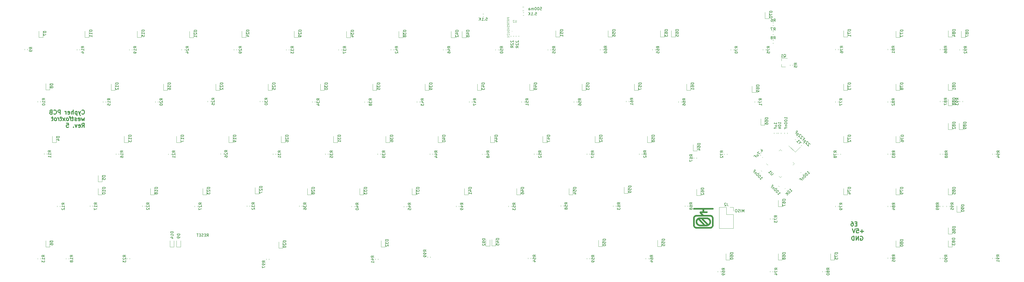
<source format=gbr>
G04 #@! TF.GenerationSoftware,KiCad,Pcbnew,(5.1.0)-1*
G04 #@! TF.CreationDate,2019-07-17T20:21:02+01:00*
G04 #@! TF.ProjectId,cypher,63797068-6572-42e6-9b69-6361645f7063,rev?*
G04 #@! TF.SameCoordinates,Original*
G04 #@! TF.FileFunction,Legend,Bot*
G04 #@! TF.FilePolarity,Positive*
%FSLAX46Y46*%
G04 Gerber Fmt 4.6, Leading zero omitted, Abs format (unit mm)*
G04 Created by KiCad (PCBNEW (5.1.0)-1) date 2019-07-17 20:21:02*
%MOMM*%
%LPD*%
G04 APERTURE LIST*
%ADD10C,0.300000*%
%ADD11C,0.127000*%
%ADD12C,0.100000*%
%ADD13C,0.120000*%
%ADD14C,0.050000*%
%ADD15C,0.150000*%
G04 APERTURE END LIST*
D10*
X342744607Y-190530000D02*
X342887464Y-190458571D01*
X343101750Y-190458571D01*
X343316035Y-190530000D01*
X343458892Y-190672857D01*
X343530321Y-190815714D01*
X343601750Y-191101428D01*
X343601750Y-191315714D01*
X343530321Y-191601428D01*
X343458892Y-191744285D01*
X343316035Y-191887142D01*
X343101750Y-191958571D01*
X342958892Y-191958571D01*
X342744607Y-191887142D01*
X342673178Y-191815714D01*
X342673178Y-191315714D01*
X342958892Y-191315714D01*
X342030321Y-191958571D02*
X342030321Y-190458571D01*
X341173178Y-191958571D01*
X341173178Y-190458571D01*
X340458892Y-191958571D02*
X340458892Y-190458571D01*
X340101750Y-190458571D01*
X339887464Y-190530000D01*
X339744607Y-190672857D01*
X339673178Y-190815714D01*
X339601750Y-191101428D01*
X339601750Y-191315714D01*
X339673178Y-191601428D01*
X339744607Y-191744285D01*
X339887464Y-191887142D01*
X340101750Y-191958571D01*
X340458892Y-191958571D01*
X343878321Y-188681142D02*
X342735464Y-188681142D01*
X343306892Y-189252571D02*
X343306892Y-188109714D01*
X341306892Y-187752571D02*
X342021178Y-187752571D01*
X342092607Y-188466857D01*
X342021178Y-188395428D01*
X341878321Y-188324000D01*
X341521178Y-188324000D01*
X341378321Y-188395428D01*
X341306892Y-188466857D01*
X341235464Y-188609714D01*
X341235464Y-188966857D01*
X341306892Y-189109714D01*
X341378321Y-189181142D01*
X341521178Y-189252571D01*
X341878321Y-189252571D01*
X342021178Y-189181142D01*
X342092607Y-189109714D01*
X340806892Y-187752571D02*
X340306892Y-189252571D01*
X339806892Y-187752571D01*
X341453464Y-185941857D02*
X340953464Y-185941857D01*
X340739178Y-186727571D02*
X341453464Y-186727571D01*
X341453464Y-185227571D01*
X340739178Y-185227571D01*
X339453464Y-185227571D02*
X339739178Y-185227571D01*
X339882035Y-185299000D01*
X339953464Y-185370428D01*
X340096321Y-185584714D01*
X340167750Y-185870428D01*
X340167750Y-186441857D01*
X340096321Y-186584714D01*
X340024892Y-186656142D01*
X339882035Y-186727571D01*
X339596321Y-186727571D01*
X339453464Y-186656142D01*
X339382035Y-186584714D01*
X339310607Y-186441857D01*
X339310607Y-186084714D01*
X339382035Y-185941857D01*
X339453464Y-185870428D01*
X339596321Y-185799000D01*
X339882035Y-185799000D01*
X340024892Y-185870428D01*
X340096321Y-185941857D01*
X340167750Y-186084714D01*
X59271607Y-150742571D02*
X59771607Y-150028285D01*
X60128750Y-150742571D02*
X60128750Y-149242571D01*
X59557321Y-149242571D01*
X59414464Y-149314000D01*
X59343035Y-149385428D01*
X59271607Y-149528285D01*
X59271607Y-149742571D01*
X59343035Y-149885428D01*
X59414464Y-149956857D01*
X59557321Y-150028285D01*
X60128750Y-150028285D01*
X58057321Y-150671142D02*
X58200178Y-150742571D01*
X58485892Y-150742571D01*
X58628750Y-150671142D01*
X58700178Y-150528285D01*
X58700178Y-149956857D01*
X58628750Y-149814000D01*
X58485892Y-149742571D01*
X58200178Y-149742571D01*
X58057321Y-149814000D01*
X57985892Y-149956857D01*
X57985892Y-150099714D01*
X58700178Y-150242571D01*
X57485892Y-149742571D02*
X57128750Y-150742571D01*
X56771607Y-149742571D01*
X56200178Y-150599714D02*
X56128750Y-150671142D01*
X56200178Y-150742571D01*
X56271607Y-150671142D01*
X56200178Y-150599714D01*
X56200178Y-150742571D01*
X53628750Y-149242571D02*
X54343035Y-149242571D01*
X54414464Y-149956857D01*
X54343035Y-149885428D01*
X54200178Y-149814000D01*
X53843035Y-149814000D01*
X53700178Y-149885428D01*
X53628750Y-149956857D01*
X53557321Y-150099714D01*
X53557321Y-150456857D01*
X53628750Y-150599714D01*
X53700178Y-150671142D01*
X53843035Y-150742571D01*
X54200178Y-150742571D01*
X54343035Y-150671142D01*
X54414464Y-150599714D01*
X60174107Y-147342571D02*
X60013392Y-148342571D01*
X59638392Y-147628285D01*
X59441964Y-148342571D01*
X59031250Y-147342571D01*
X58004464Y-148271142D02*
X58156250Y-148342571D01*
X58441964Y-148342571D01*
X58575892Y-148271142D01*
X58629464Y-148128285D01*
X58558035Y-147556857D01*
X58468750Y-147414000D01*
X58316964Y-147342571D01*
X58031250Y-147342571D01*
X57897321Y-147414000D01*
X57843750Y-147556857D01*
X57861607Y-147699714D01*
X58593750Y-147842571D01*
X57361607Y-148271142D02*
X57227678Y-148342571D01*
X56941964Y-148342571D01*
X56790178Y-148271142D01*
X56700892Y-148128285D01*
X56691964Y-148056857D01*
X56745535Y-147914000D01*
X56879464Y-147842571D01*
X57093750Y-147842571D01*
X57227678Y-147771142D01*
X57281250Y-147628285D01*
X57272321Y-147556857D01*
X57183035Y-147414000D01*
X57031250Y-147342571D01*
X56816964Y-147342571D01*
X56683035Y-147414000D01*
X56174107Y-147342571D02*
X55602678Y-147342571D01*
X55897321Y-146842571D02*
X56058035Y-148128285D01*
X56004464Y-148271142D01*
X55870535Y-148342571D01*
X55727678Y-148342571D01*
X55316964Y-147342571D02*
X54745535Y-147342571D01*
X55227678Y-148342571D02*
X55066964Y-147056857D01*
X54977678Y-146914000D01*
X54825892Y-146842571D01*
X54683035Y-146842571D01*
X54156250Y-148342571D02*
X54290178Y-148271142D01*
X54352678Y-148199714D01*
X54406250Y-148056857D01*
X54352678Y-147628285D01*
X54263392Y-147485428D01*
X54183035Y-147414000D01*
X54031250Y-147342571D01*
X53816964Y-147342571D01*
X53683035Y-147414000D01*
X53620535Y-147485428D01*
X53566964Y-147628285D01*
X53620535Y-148056857D01*
X53709821Y-148199714D01*
X53790178Y-148271142D01*
X53941964Y-148342571D01*
X54156250Y-148342571D01*
X53156250Y-148342571D02*
X52245535Y-147342571D01*
X53031250Y-147342571D02*
X52370535Y-148342571D01*
X51888392Y-147342571D02*
X51316964Y-147342571D01*
X51611607Y-146842571D02*
X51772321Y-148128285D01*
X51718750Y-148271142D01*
X51584821Y-148342571D01*
X51441964Y-148342571D01*
X50941964Y-148342571D02*
X50816964Y-147342571D01*
X50852678Y-147628285D02*
X50763392Y-147485428D01*
X50683035Y-147414000D01*
X50531250Y-147342571D01*
X50388392Y-147342571D01*
X49799107Y-148342571D02*
X49933035Y-148271142D01*
X49995535Y-148199714D01*
X50049107Y-148056857D01*
X49995535Y-147628285D01*
X49906250Y-147485428D01*
X49825892Y-147414000D01*
X49674107Y-147342571D01*
X49459821Y-147342571D01*
X49325892Y-147414000D01*
X49263392Y-147485428D01*
X49209821Y-147628285D01*
X49263392Y-148056857D01*
X49352678Y-148199714D01*
X49433035Y-148271142D01*
X49584821Y-148342571D01*
X49799107Y-148342571D01*
X48745535Y-147342571D02*
X48174107Y-147342571D01*
X48468750Y-146842571D02*
X48629464Y-148128285D01*
X48575892Y-148271142D01*
X48441964Y-148342571D01*
X48299107Y-148342571D01*
X59271607Y-145799714D02*
X59343035Y-145871142D01*
X59557321Y-145942571D01*
X59700178Y-145942571D01*
X59914464Y-145871142D01*
X60057321Y-145728285D01*
X60128750Y-145585428D01*
X60200178Y-145299714D01*
X60200178Y-145085428D01*
X60128750Y-144799714D01*
X60057321Y-144656857D01*
X59914464Y-144514000D01*
X59700178Y-144442571D01*
X59557321Y-144442571D01*
X59343035Y-144514000D01*
X59271607Y-144585428D01*
X58771607Y-144942571D02*
X58414464Y-145942571D01*
X58057321Y-144942571D02*
X58414464Y-145942571D01*
X58557321Y-146299714D01*
X58628750Y-146371142D01*
X58771607Y-146442571D01*
X57485892Y-144942571D02*
X57485892Y-146442571D01*
X57485892Y-145014000D02*
X57343035Y-144942571D01*
X57057321Y-144942571D01*
X56914464Y-145014000D01*
X56843035Y-145085428D01*
X56771607Y-145228285D01*
X56771607Y-145656857D01*
X56843035Y-145799714D01*
X56914464Y-145871142D01*
X57057321Y-145942571D01*
X57343035Y-145942571D01*
X57485892Y-145871142D01*
X56128750Y-145942571D02*
X56128750Y-144442571D01*
X55485892Y-145942571D02*
X55485892Y-145156857D01*
X55557321Y-145014000D01*
X55700178Y-144942571D01*
X55914464Y-144942571D01*
X56057321Y-145014000D01*
X56128750Y-145085428D01*
X54200178Y-145871142D02*
X54343035Y-145942571D01*
X54628750Y-145942571D01*
X54771607Y-145871142D01*
X54843035Y-145728285D01*
X54843035Y-145156857D01*
X54771607Y-145014000D01*
X54628750Y-144942571D01*
X54343035Y-144942571D01*
X54200178Y-145014000D01*
X54128750Y-145156857D01*
X54128750Y-145299714D01*
X54843035Y-145442571D01*
X53485892Y-145942571D02*
X53485892Y-144942571D01*
X53485892Y-145228285D02*
X53414464Y-145085428D01*
X53343035Y-145014000D01*
X53200178Y-144942571D01*
X53057321Y-144942571D01*
X51414464Y-145942571D02*
X51414464Y-144442571D01*
X50843035Y-144442571D01*
X50700178Y-144514000D01*
X50628750Y-144585428D01*
X50557321Y-144728285D01*
X50557321Y-144942571D01*
X50628750Y-145085428D01*
X50700178Y-145156857D01*
X50843035Y-145228285D01*
X51414464Y-145228285D01*
X49057321Y-145799714D02*
X49128750Y-145871142D01*
X49343035Y-145942571D01*
X49485892Y-145942571D01*
X49700178Y-145871142D01*
X49843035Y-145728285D01*
X49914464Y-145585428D01*
X49985892Y-145299714D01*
X49985892Y-145085428D01*
X49914464Y-144799714D01*
X49843035Y-144656857D01*
X49700178Y-144514000D01*
X49485892Y-144442571D01*
X49343035Y-144442571D01*
X49128750Y-144514000D01*
X49057321Y-144585428D01*
X47914464Y-145156857D02*
X47700178Y-145228285D01*
X47628750Y-145299714D01*
X47557321Y-145442571D01*
X47557321Y-145656857D01*
X47628750Y-145799714D01*
X47700178Y-145871142D01*
X47843035Y-145942571D01*
X48414464Y-145942571D01*
X48414464Y-144442571D01*
X47914464Y-144442571D01*
X47771607Y-144514000D01*
X47700178Y-144585428D01*
X47628750Y-144728285D01*
X47628750Y-144871142D01*
X47700178Y-145014000D01*
X47771607Y-145085428D01*
X47914464Y-145156857D01*
X48414464Y-145156857D01*
D11*
X215927900Y-115736500D02*
G75*
G03X215927900Y-115736500I-50000J0D01*
G01*
D12*
G36*
X283041328Y-182707440D02*
G01*
X288004753Y-183227641D01*
X283041328Y-183227641D01*
X282761197Y-183284227D01*
X282532155Y-183438627D01*
X282377271Y-183667793D01*
X282319613Y-183948679D01*
X282319613Y-186385062D01*
X282377192Y-186666434D01*
X282531952Y-186896284D01*
X282760971Y-187051605D01*
X283041328Y-187109392D01*
X288004753Y-187109392D01*
X288284624Y-187051526D01*
X288512963Y-186896080D01*
X288666805Y-186666208D01*
X288723187Y-186385062D01*
X288723187Y-183948679D01*
X288665866Y-183668588D01*
X288511809Y-183439785D01*
X288283832Y-183285169D01*
X288004753Y-183227641D01*
X283041328Y-182707440D01*
X284884979Y-182707440D01*
X284281364Y-182085174D01*
X284175164Y-181876790D01*
X284199351Y-181643991D01*
X284347725Y-181464615D01*
X284570049Y-181397061D01*
X285262239Y-181397061D01*
X285262239Y-180682608D01*
X282060452Y-180682608D01*
X281930872Y-180647761D01*
X281836012Y-180552557D01*
X281801291Y-180422507D01*
X281836012Y-180292457D01*
X281930872Y-180197254D01*
X282060452Y-180162407D01*
X288982348Y-180162407D01*
X289165602Y-180238588D01*
X289241509Y-180422507D01*
X289165602Y-180606426D01*
X288982348Y-180682608D01*
X285780561Y-180682608D01*
X285780561Y-181397061D01*
X286790961Y-181397061D01*
X286920541Y-181431908D01*
X287015401Y-181527111D01*
X287050122Y-181657161D01*
X287015401Y-181787211D01*
X286920541Y-181882415D01*
X286790961Y-181917262D01*
X284842332Y-181917262D01*
X285609974Y-182707440D01*
X288004753Y-182707440D01*
X288254002Y-182732658D01*
X288486154Y-182804983D01*
X288879271Y-183070990D01*
X289144318Y-183465533D01*
X289216382Y-183698526D01*
X289241509Y-183948679D01*
X289241509Y-186385062D01*
X289216405Y-186635436D01*
X289144394Y-186868693D01*
X288879471Y-187263917D01*
X288486378Y-187530846D01*
X288254155Y-187603735D01*
X288004753Y-187629593D01*
X283041328Y-187629593D01*
X282791706Y-187603758D01*
X282559218Y-187530922D01*
X282165446Y-187264118D01*
X281899605Y-186868918D01*
X281827033Y-186635588D01*
X281801291Y-186385062D01*
X281801291Y-183948679D01*
X281827056Y-183698373D01*
X281899682Y-183465308D01*
X282165647Y-183070790D01*
X282559444Y-182804907D01*
X282791858Y-182732635D01*
X283041328Y-182707440D01*
X283041328Y-182707440D01*
G37*
X283041328Y-182707440D02*
X288004753Y-183227641D01*
X283041328Y-183227641D01*
X282761197Y-183284227D01*
X282532155Y-183438627D01*
X282377271Y-183667793D01*
X282319613Y-183948679D01*
X282319613Y-186385062D01*
X282377192Y-186666434D01*
X282531952Y-186896284D01*
X282760971Y-187051605D01*
X283041328Y-187109392D01*
X288004753Y-187109392D01*
X288284624Y-187051526D01*
X288512963Y-186896080D01*
X288666805Y-186666208D01*
X288723187Y-186385062D01*
X288723187Y-183948679D01*
X288665866Y-183668588D01*
X288511809Y-183439785D01*
X288283832Y-183285169D01*
X288004753Y-183227641D01*
X283041328Y-182707440D01*
X284884979Y-182707440D01*
X284281364Y-182085174D01*
X284175164Y-181876790D01*
X284199351Y-181643991D01*
X284347725Y-181464615D01*
X284570049Y-181397061D01*
X285262239Y-181397061D01*
X285262239Y-180682608D01*
X282060452Y-180682608D01*
X281930872Y-180647761D01*
X281836012Y-180552557D01*
X281801291Y-180422507D01*
X281836012Y-180292457D01*
X281930872Y-180197254D01*
X282060452Y-180162407D01*
X288982348Y-180162407D01*
X289165602Y-180238588D01*
X289241509Y-180422507D01*
X289165602Y-180606426D01*
X288982348Y-180682608D01*
X285780561Y-180682608D01*
X285780561Y-181397061D01*
X286790961Y-181397061D01*
X286920541Y-181431908D01*
X287015401Y-181527111D01*
X287050122Y-181657161D01*
X287015401Y-181787211D01*
X286920541Y-181882415D01*
X286790961Y-181917262D01*
X284842332Y-181917262D01*
X285609974Y-182707440D01*
X288004753Y-182707440D01*
X288254002Y-182732658D01*
X288486154Y-182804983D01*
X288879271Y-183070990D01*
X289144318Y-183465533D01*
X289216382Y-183698526D01*
X289241509Y-183948679D01*
X289241509Y-186385062D01*
X289216405Y-186635436D01*
X289144394Y-186868693D01*
X288879471Y-187263917D01*
X288486378Y-187530846D01*
X288254155Y-187603735D01*
X288004753Y-187629593D01*
X283041328Y-187629593D01*
X282791706Y-187603758D01*
X282559218Y-187530922D01*
X282165446Y-187264118D01*
X281899605Y-186868918D01*
X281827033Y-186635588D01*
X281801291Y-186385062D01*
X281801291Y-183948679D01*
X281827056Y-183698373D01*
X281899682Y-183465308D01*
X282165647Y-183070790D01*
X282559444Y-182804907D01*
X282791858Y-182732635D01*
X283041328Y-182707440D01*
G36*
X284301047Y-183606268D02*
G01*
X287138084Y-184209892D01*
X286741753Y-184129761D01*
X285482034Y-184129761D01*
X287319124Y-186026189D01*
X287504491Y-185862058D01*
X287643441Y-185661071D01*
X287730950Y-185432752D01*
X287761995Y-185186625D01*
X287761995Y-185150408D01*
X287680876Y-184752901D01*
X287462015Y-184428501D01*
X287138084Y-184209892D01*
X284301047Y-183606268D01*
X286777839Y-186203980D01*
X284763600Y-184129761D01*
X284307608Y-184129761D01*
X284182948Y-184129761D01*
X286180784Y-186207272D01*
X286771278Y-186207272D01*
X286777838Y-186203980D01*
X286777839Y-186203980D01*
X284301047Y-183606268D01*
X283664625Y-184360230D01*
X283504376Y-184521490D01*
X283385090Y-184712018D01*
X283310437Y-184924197D01*
X283284085Y-185150408D01*
X283290645Y-185186625D01*
X283290646Y-185186625D01*
X283368058Y-185577210D01*
X283588507Y-185908332D01*
X283918433Y-186129580D01*
X284307607Y-186207272D01*
X285455789Y-186207272D01*
X283664625Y-184360230D01*
X284301047Y-183606268D01*
X286741753Y-183606268D01*
X287051538Y-183638190D01*
X287340062Y-183728484D01*
X287601174Y-183870977D01*
X287828724Y-184059497D01*
X288016564Y-184287872D01*
X288158542Y-184549931D01*
X288248510Y-184839500D01*
X288280317Y-185150408D01*
X288280317Y-185186625D01*
X288248487Y-185497313D01*
X288158466Y-185786617D01*
X288016422Y-186048362D01*
X287828524Y-186276369D01*
X287600939Y-186464461D01*
X287339837Y-186606461D01*
X287051386Y-186696191D01*
X286741753Y-186727472D01*
X284301047Y-186727472D01*
X283991923Y-186695618D01*
X283704015Y-186605516D01*
X283443461Y-186463327D01*
X283216395Y-186275208D01*
X283028956Y-186047320D01*
X282887281Y-185785821D01*
X282797504Y-185496870D01*
X282765764Y-185186625D01*
X282765764Y-185150408D01*
X282796933Y-184839653D01*
X282886339Y-184550156D01*
X283027826Y-184288108D01*
X283215238Y-184059699D01*
X283442422Y-183871119D01*
X283703221Y-183728561D01*
X283991481Y-183638213D01*
X284301047Y-183606268D01*
X284301047Y-183606268D01*
G37*
X284301047Y-183606268D02*
X287138084Y-184209892D01*
X286741753Y-184129761D01*
X285482034Y-184129761D01*
X287319124Y-186026189D01*
X287504491Y-185862058D01*
X287643441Y-185661071D01*
X287730950Y-185432752D01*
X287761995Y-185186625D01*
X287761995Y-185150408D01*
X287680876Y-184752901D01*
X287462015Y-184428501D01*
X287138084Y-184209892D01*
X284301047Y-183606268D01*
X286777839Y-186203980D01*
X284763600Y-184129761D01*
X284307608Y-184129761D01*
X284182948Y-184129761D01*
X286180784Y-186207272D01*
X286771278Y-186207272D01*
X286777838Y-186203980D01*
X286777839Y-186203980D01*
X284301047Y-183606268D01*
X283664625Y-184360230D01*
X283504376Y-184521490D01*
X283385090Y-184712018D01*
X283310437Y-184924197D01*
X283284085Y-185150408D01*
X283290645Y-185186625D01*
X283290646Y-185186625D01*
X283368058Y-185577210D01*
X283588507Y-185908332D01*
X283918433Y-186129580D01*
X284307607Y-186207272D01*
X285455789Y-186207272D01*
X283664625Y-184360230D01*
X284301047Y-183606268D01*
X286741753Y-183606268D01*
X287051538Y-183638190D01*
X287340062Y-183728484D01*
X287601174Y-183870977D01*
X287828724Y-184059497D01*
X288016564Y-184287872D01*
X288158542Y-184549931D01*
X288248510Y-184839500D01*
X288280317Y-185150408D01*
X288280317Y-185186625D01*
X288248487Y-185497313D01*
X288158466Y-185786617D01*
X288016422Y-186048362D01*
X287828524Y-186276369D01*
X287600939Y-186464461D01*
X287339837Y-186606461D01*
X287051386Y-186696191D01*
X286741753Y-186727472D01*
X284301047Y-186727472D01*
X283991923Y-186695618D01*
X283704015Y-186605516D01*
X283443461Y-186463327D01*
X283216395Y-186275208D01*
X283028956Y-186047320D01*
X282887281Y-185785821D01*
X282797504Y-185496870D01*
X282765764Y-185186625D01*
X282765764Y-185150408D01*
X282796933Y-184839653D01*
X282886339Y-184550156D01*
X283027826Y-184288108D01*
X283215238Y-184059699D01*
X283442422Y-183871119D01*
X283703221Y-183728561D01*
X283991481Y-183638213D01*
X284301047Y-183606268D01*
D13*
X312939842Y-172091873D02*
X313170047Y-172322078D01*
X312218593Y-172813122D02*
X312448798Y-173043327D01*
X321938127Y-167758522D02*
X321707922Y-167988727D01*
X321216878Y-167037273D02*
X320986673Y-167267478D01*
X306254673Y-161044478D02*
X306484878Y-160814273D01*
X306975922Y-161765727D02*
X307206127Y-161535522D01*
X321392725Y-157496574D02*
X321162520Y-157266369D01*
X322113974Y-156775325D02*
X321883769Y-156545120D01*
X319675922Y-154337273D02*
X319906127Y-154567478D01*
X318954673Y-155058522D02*
X319184878Y-155288727D01*
X316130400Y-152745221D02*
X316130400Y-153070779D01*
X315110400Y-152745221D02*
X315110400Y-153070779D01*
X306103878Y-167480727D02*
X305873673Y-167250522D01*
X306825127Y-166759478D02*
X306594922Y-166529273D01*
X311300400Y-153070779D02*
X311300400Y-152745221D01*
X312320400Y-153070779D02*
X312320400Y-152745221D01*
X220222578Y-106808200D02*
X219705422Y-106808200D01*
X220222578Y-108228200D02*
X219705422Y-108228200D01*
X296503400Y-187639000D02*
X291303400Y-187639000D01*
X296503400Y-182499000D02*
X296503400Y-187639000D01*
X291303400Y-179899000D02*
X291303400Y-187639000D01*
X296503400Y-182499000D02*
X293903400Y-182499000D01*
X293903400Y-182499000D02*
X293903400Y-179899000D01*
X293903400Y-179899000D02*
X291303400Y-179899000D01*
X296503400Y-181229000D02*
X296503400Y-179899000D01*
X296503400Y-179899000D02*
X295173400Y-179899000D01*
X313971400Y-128707000D02*
X313971400Y-127777000D01*
X313971400Y-125547000D02*
X313971400Y-126477000D01*
X313971400Y-125547000D02*
X316131400Y-125547000D01*
X313971400Y-128707000D02*
X315431400Y-128707000D01*
X48477500Y-156266250D02*
X48477500Y-153981250D01*
X49947500Y-156266250D02*
X48477500Y-156266250D01*
X49947500Y-153981250D02*
X49947500Y-156266250D01*
X66616250Y-168268750D02*
X66616250Y-170553750D01*
X66616250Y-170553750D02*
X65146250Y-170553750D01*
X65146250Y-170553750D02*
X65146250Y-168268750D01*
X46096250Y-194366250D02*
X46096250Y-192081250D01*
X47566250Y-194366250D02*
X46096250Y-194366250D01*
X47566250Y-192081250D02*
X47566250Y-194366250D01*
X45089750Y-115625000D02*
X45089750Y-117910000D01*
X45089750Y-117910000D02*
X43619750Y-117910000D01*
X43619750Y-117910000D02*
X43619750Y-115625000D01*
X46096250Y-137060000D02*
X46096250Y-134775000D01*
X47566250Y-137060000D02*
X46096250Y-137060000D01*
X47566250Y-134775000D02*
X47566250Y-137060000D01*
X95191250Y-192081250D02*
X95191250Y-194366250D01*
X95191250Y-194366250D02*
X93721250Y-194366250D01*
X93721250Y-194366250D02*
X93721250Y-192081250D01*
X65146250Y-175316250D02*
X65146250Y-173031250D01*
X66616250Y-175316250D02*
X65146250Y-175316250D01*
X66616250Y-173031250D02*
X66616250Y-175316250D01*
X60383750Y-117935000D02*
X60383750Y-115650000D01*
X61853750Y-117935000D02*
X60383750Y-117935000D01*
X61853750Y-115650000D02*
X61853750Y-117935000D01*
X69908750Y-137216250D02*
X69908750Y-134931250D01*
X71378750Y-137216250D02*
X69908750Y-137216250D01*
X71378750Y-134931250D02*
X71378750Y-137216250D01*
X76141250Y-153981250D02*
X76141250Y-156266250D01*
X76141250Y-156266250D02*
X74671250Y-156266250D01*
X74671250Y-156266250D02*
X74671250Y-153981250D01*
X91340000Y-194366250D02*
X91340000Y-192081250D01*
X92810000Y-194366250D02*
X91340000Y-194366250D01*
X92810000Y-192081250D02*
X92810000Y-194366250D01*
X80903750Y-115600000D02*
X80903750Y-117885000D01*
X80903750Y-117885000D02*
X79433750Y-117885000D01*
X79433750Y-117885000D02*
X79433750Y-115600000D01*
X90428750Y-134931250D02*
X90428750Y-137216250D01*
X90428750Y-137216250D02*
X88958750Y-137216250D01*
X88958750Y-137216250D02*
X88958750Y-134931250D01*
X93721250Y-156266250D02*
X93721250Y-153981250D01*
X95191250Y-156266250D02*
X93721250Y-156266250D01*
X95191250Y-153981250D02*
X95191250Y-156266250D01*
X85666250Y-173031250D02*
X85666250Y-175316250D01*
X85666250Y-175316250D02*
X84196250Y-175316250D01*
X84196250Y-175316250D02*
X84196250Y-173031250D01*
X114241250Y-153981250D02*
X114241250Y-156266250D01*
X114241250Y-156266250D02*
X112771250Y-156266250D01*
X112771250Y-156266250D02*
X112771250Y-153981250D01*
X130925900Y-194810750D02*
X130925900Y-192525750D01*
X132395900Y-194810750D02*
X130925900Y-194810750D01*
X132395900Y-192525750D02*
X132395900Y-194810750D01*
X98483750Y-118035000D02*
X98483750Y-115750000D01*
X99953750Y-118035000D02*
X98483750Y-118035000D01*
X99953750Y-115750000D02*
X99953750Y-118035000D01*
X108008750Y-137216250D02*
X108008750Y-134931250D01*
X109478750Y-137216250D02*
X108008750Y-137216250D01*
X109478750Y-134931250D02*
X109478750Y-137216250D01*
X103246250Y-175316250D02*
X103246250Y-173031250D01*
X104716250Y-175316250D02*
X103246250Y-175316250D01*
X104716250Y-173031250D02*
X104716250Y-175316250D01*
X119003750Y-115600000D02*
X119003750Y-117885000D01*
X119003750Y-117885000D02*
X117533750Y-117885000D01*
X117533750Y-117885000D02*
X117533750Y-115600000D01*
X128528750Y-134931250D02*
X128528750Y-137216250D01*
X128528750Y-137216250D02*
X127058750Y-137216250D01*
X127058750Y-137216250D02*
X127058750Y-134931250D01*
X133291250Y-153981250D02*
X133291250Y-156266250D01*
X133291250Y-156266250D02*
X131821250Y-156266250D01*
X131821250Y-156266250D02*
X131821250Y-153981250D01*
X123766250Y-172670000D02*
X123766250Y-174955000D01*
X123766250Y-174955000D02*
X122296250Y-174955000D01*
X122296250Y-174955000D02*
X122296250Y-172670000D01*
X141346250Y-175316250D02*
X141346250Y-173031250D01*
X142816250Y-175316250D02*
X141346250Y-175316250D01*
X142816250Y-173031250D02*
X142816250Y-175316250D01*
X136583750Y-117935000D02*
X136583750Y-115650000D01*
X138053750Y-117935000D02*
X136583750Y-117935000D01*
X138053750Y-115650000D02*
X138053750Y-117935000D01*
X147578750Y-134931250D02*
X147578750Y-137216250D01*
X147578750Y-137216250D02*
X146108750Y-137216250D01*
X146108750Y-137216250D02*
X146108750Y-134931250D01*
X150871250Y-156266250D02*
X150871250Y-153981250D01*
X152341250Y-156266250D02*
X150871250Y-156266250D01*
X152341250Y-153981250D02*
X152341250Y-156266250D01*
X169702150Y-192081250D02*
X169702150Y-194366250D01*
X169702150Y-194366250D02*
X168232150Y-194366250D01*
X168232150Y-194366250D02*
X168232150Y-192081250D01*
X161866250Y-173031250D02*
X161866250Y-175316250D01*
X161866250Y-175316250D02*
X160396250Y-175316250D01*
X160396250Y-175316250D02*
X160396250Y-173031250D01*
X157103750Y-115700000D02*
X157103750Y-117985000D01*
X157103750Y-117985000D02*
X155633750Y-117985000D01*
X155633750Y-117985000D02*
X155633750Y-115700000D01*
X165158750Y-137216250D02*
X165158750Y-134931250D01*
X166628750Y-137216250D02*
X165158750Y-137216250D01*
X166628750Y-134931250D02*
X166628750Y-137216250D01*
X169921250Y-156266250D02*
X169921250Y-153981250D01*
X171391250Y-156266250D02*
X169921250Y-156266250D01*
X171391250Y-153981250D02*
X171391250Y-156266250D01*
X179446250Y-175316250D02*
X179446250Y-173031250D01*
X180916250Y-175316250D02*
X179446250Y-175316250D01*
X180916250Y-173031250D02*
X180916250Y-175316250D01*
X174683750Y-117985000D02*
X174683750Y-115700000D01*
X176153750Y-117985000D02*
X174683750Y-117985000D01*
X176153750Y-115700000D02*
X176153750Y-117985000D01*
X185678750Y-134931250D02*
X185678750Y-137216250D01*
X185678750Y-137216250D02*
X184208750Y-137216250D01*
X184208750Y-137216250D02*
X184208750Y-134931250D01*
X190441250Y-153981250D02*
X190441250Y-156266250D01*
X190441250Y-156266250D02*
X188971250Y-156266250D01*
X188971250Y-156266250D02*
X188971250Y-153981250D01*
X199966250Y-173031250D02*
X199966250Y-175316250D01*
X199966250Y-175316250D02*
X198496250Y-175316250D01*
X198496250Y-175316250D02*
X198496250Y-173031250D01*
X195203750Y-115725000D02*
X195203750Y-118010000D01*
X195203750Y-118010000D02*
X193733750Y-118010000D01*
X193733750Y-118010000D02*
X193733750Y-115725000D01*
X203258750Y-137216250D02*
X203258750Y-134931250D01*
X204728750Y-137216250D02*
X203258750Y-137216250D01*
X204728750Y-134931250D02*
X204728750Y-137216250D01*
X209491250Y-153981250D02*
X209491250Y-156266250D01*
X209491250Y-156266250D02*
X208021250Y-156266250D01*
X208021250Y-156266250D02*
X208021250Y-153981250D01*
X208483750Y-193985000D02*
X208483750Y-191700000D01*
X209953750Y-193985000D02*
X208483750Y-193985000D01*
X209953750Y-191700000D02*
X209953750Y-193985000D01*
X219016250Y-173031250D02*
X219016250Y-175316250D01*
X219016250Y-175316250D02*
X217546250Y-175316250D01*
X217546250Y-175316250D02*
X217546250Y-173031250D01*
X227071250Y-156266250D02*
X227071250Y-153981250D01*
X228541250Y-156266250D02*
X227071250Y-156266250D01*
X228541250Y-153981250D02*
X228541250Y-156266250D01*
X197702500Y-117985000D02*
X197702500Y-115700000D01*
X199172500Y-117985000D02*
X197702500Y-117985000D01*
X199172500Y-115700000D02*
X199172500Y-117985000D01*
X223778750Y-134931250D02*
X223778750Y-137216250D01*
X223778750Y-137216250D02*
X222308750Y-137216250D01*
X222308750Y-137216250D02*
X222308750Y-134931250D01*
X247383750Y-194185000D02*
X247383750Y-191900000D01*
X248853750Y-194185000D02*
X247383750Y-194185000D01*
X248853750Y-191900000D02*
X248853750Y-194185000D01*
X233303750Y-115500000D02*
X233303750Y-117785000D01*
X233303750Y-117785000D02*
X231833750Y-117785000D01*
X231833750Y-117785000D02*
X231833750Y-115500000D01*
X247591250Y-153981250D02*
X247591250Y-156266250D01*
X247591250Y-156266250D02*
X246121250Y-156266250D01*
X246121250Y-156266250D02*
X246121250Y-153981250D01*
X241358750Y-137216250D02*
X241358750Y-134931250D01*
X242828750Y-137216250D02*
X241358750Y-137216250D01*
X242828750Y-134931250D02*
X242828750Y-137216250D01*
X238066250Y-173031250D02*
X238066250Y-175316250D01*
X238066250Y-175316250D02*
X236596250Y-175316250D01*
X236596250Y-175316250D02*
X236596250Y-173031250D01*
X270353750Y-191900000D02*
X270353750Y-194185000D01*
X270353750Y-194185000D02*
X268883750Y-194185000D01*
X268883750Y-194185000D02*
X268883750Y-191900000D01*
X250883750Y-117785000D02*
X250883750Y-115500000D01*
X252353750Y-117785000D02*
X250883750Y-117785000D01*
X252353750Y-115500000D02*
X252353750Y-117785000D01*
X261878750Y-134931250D02*
X261878750Y-137216250D01*
X261878750Y-137216250D02*
X260408750Y-137216250D01*
X260408750Y-137216250D02*
X260408750Y-134931250D01*
X265171250Y-156266250D02*
X265171250Y-153981250D01*
X266641250Y-156266250D02*
X265171250Y-156266250D01*
X266641250Y-153981250D02*
X266641250Y-156266250D01*
X256683750Y-174785000D02*
X256683750Y-172500000D01*
X258153750Y-174785000D02*
X256683750Y-174785000D01*
X258153750Y-172500000D02*
X258153750Y-174785000D01*
X293746250Y-199128750D02*
X293746250Y-196843750D01*
X295216250Y-199128750D02*
X293746250Y-199128750D01*
X295216250Y-196843750D02*
X295216250Y-199128750D01*
X279458750Y-137216250D02*
X279458750Y-134931250D01*
X280928750Y-137216250D02*
X279458750Y-137216250D01*
X280928750Y-134931250D02*
X280928750Y-137216250D01*
X284603750Y-173275000D02*
X284603750Y-175560000D01*
X284603750Y-175560000D02*
X283133750Y-175560000D01*
X283133750Y-175560000D02*
X283133750Y-173275000D01*
X271403750Y-115500000D02*
X271403750Y-117785000D01*
X271403750Y-117785000D02*
X269933750Y-117785000D01*
X269933750Y-117785000D02*
X269933750Y-115500000D01*
X283310000Y-157000000D02*
X283310000Y-159285000D01*
X283310000Y-159285000D02*
X281840000Y-159285000D01*
X281840000Y-159285000D02*
X281840000Y-157000000D01*
X273902500Y-117785000D02*
X273902500Y-115500000D01*
X275372500Y-117785000D02*
X273902500Y-117785000D01*
X275372500Y-115500000D02*
X275372500Y-117785000D01*
X306446250Y-149916250D02*
X306446250Y-147631250D01*
X307916250Y-149916250D02*
X306446250Y-149916250D01*
X307916250Y-147631250D02*
X307916250Y-149916250D01*
X312796250Y-179660000D02*
X312796250Y-177375000D01*
X314266250Y-179660000D02*
X312796250Y-179660000D01*
X314266250Y-177375000D02*
X314266250Y-179660000D01*
X314266250Y-196843750D02*
X314266250Y-199128750D01*
X314266250Y-199128750D02*
X312796250Y-199128750D01*
X312796250Y-199128750D02*
X312796250Y-196843750D01*
X304741250Y-135725000D02*
X304741250Y-138010000D01*
X304741250Y-138010000D02*
X303271250Y-138010000D01*
X303271250Y-138010000D02*
X303271250Y-135725000D01*
X309503750Y-108737500D02*
X309503750Y-111022500D01*
X309503750Y-111022500D02*
X308033750Y-111022500D01*
X308033750Y-111022500D02*
X308033750Y-108737500D01*
X336608750Y-117785000D02*
X336608750Y-115500000D01*
X338078750Y-117785000D02*
X336608750Y-117785000D01*
X338078750Y-115500000D02*
X338078750Y-117785000D01*
X338078750Y-153981250D02*
X338078750Y-156266250D01*
X338078750Y-156266250D02*
X336608750Y-156266250D01*
X336608750Y-156266250D02*
X336608750Y-153981250D01*
X336608750Y-137216250D02*
X336608750Y-134931250D01*
X338078750Y-137216250D02*
X336608750Y-137216250D01*
X338078750Y-134931250D02*
X338078750Y-137216250D01*
X336608750Y-175316250D02*
X336608750Y-173031250D01*
X338078750Y-175316250D02*
X336608750Y-175316250D01*
X338078750Y-173031250D02*
X338078750Y-175316250D01*
X331846250Y-199128750D02*
X331846250Y-196843750D01*
X333316250Y-199128750D02*
X331846250Y-199128750D01*
X333316250Y-196843750D02*
X333316250Y-199128750D01*
X357128750Y-153981250D02*
X357128750Y-156266250D01*
X357128750Y-156266250D02*
X355658750Y-156266250D01*
X355658750Y-156266250D02*
X355658750Y-153981250D01*
X357128750Y-115615000D02*
X357128750Y-117900000D01*
X357128750Y-117900000D02*
X355658750Y-117900000D01*
X355658750Y-117900000D02*
X355658750Y-115615000D01*
X355658750Y-137216250D02*
X355658750Y-134931250D01*
X357128750Y-137216250D02*
X355658750Y-137216250D01*
X357128750Y-134931250D02*
X357128750Y-137216250D01*
X357128750Y-173031250D02*
X357128750Y-175316250D01*
X357128750Y-175316250D02*
X355658750Y-175316250D01*
X355658750Y-175316250D02*
X355658750Y-173031250D01*
X357128750Y-192081250D02*
X357128750Y-194366250D01*
X357128750Y-194366250D02*
X355658750Y-194366250D01*
X355658750Y-194366250D02*
X355658750Y-192081250D01*
X376178750Y-134931250D02*
X376178750Y-137216250D01*
X376178750Y-137216250D02*
X374708750Y-137216250D01*
X374708750Y-137216250D02*
X374708750Y-134931250D01*
X376178750Y-149218750D02*
X376178750Y-151503750D01*
X376178750Y-151503750D02*
X374708750Y-151503750D01*
X374708750Y-151503750D02*
X374708750Y-149218750D01*
X374708750Y-194366250D02*
X374708750Y-192081250D01*
X376178750Y-194366250D02*
X374708750Y-194366250D01*
X376178750Y-192081250D02*
X376178750Y-194366250D01*
X374708750Y-117785000D02*
X374708750Y-115500000D01*
X376178750Y-117785000D02*
X374708750Y-117785000D01*
X376178750Y-115500000D02*
X376178750Y-117785000D01*
X374708750Y-175316250D02*
X374708750Y-173031250D01*
X376178750Y-175316250D02*
X374708750Y-175316250D01*
X376178750Y-173031250D02*
X376178750Y-175316250D01*
X376178750Y-187318750D02*
X376178750Y-189603750D01*
X376178750Y-189603750D02*
X374708750Y-189603750D01*
X374708750Y-189603750D02*
X374708750Y-187318750D01*
X380941250Y-115600000D02*
X380941250Y-117885000D01*
X380941250Y-117885000D02*
X379471250Y-117885000D01*
X379471250Y-117885000D02*
X379471250Y-115600000D01*
X374708750Y-142772500D02*
X374708750Y-140487500D01*
X376178750Y-142772500D02*
X374708750Y-142772500D01*
X376178750Y-140487500D02*
X376178750Y-142772500D01*
X378677500Y-151503750D02*
X378677500Y-149218750D01*
X380147500Y-151503750D02*
X378677500Y-151503750D01*
X380147500Y-149218750D02*
X380147500Y-151503750D01*
X379353750Y-179381250D02*
X379353750Y-181666250D01*
X379353750Y-181666250D02*
X377883750Y-181666250D01*
X377883750Y-181666250D02*
X377883750Y-179381250D01*
X207802150Y-191732000D02*
X207802150Y-194017000D01*
X207802150Y-194017000D02*
X206332150Y-194017000D01*
X206332150Y-194017000D02*
X206332150Y-191732000D01*
X312824400Y-153070779D02*
X312824400Y-152745221D01*
X313844400Y-153070779D02*
X313844400Y-152745221D01*
X315942122Y-173830727D02*
X316172327Y-173600522D01*
X315220873Y-173109478D02*
X315451078Y-172879273D01*
X317142400Y-127916721D02*
X317142400Y-128242279D01*
X318162400Y-127916721D02*
X318162400Y-128242279D01*
X311156529Y-113635000D02*
X310830971Y-113635000D01*
X311156529Y-112615000D02*
X310830971Y-112615000D01*
X311106529Y-115825000D02*
X310780971Y-115825000D01*
X311106529Y-116845000D02*
X310780971Y-116845000D01*
X311106529Y-120035000D02*
X310780971Y-120035000D01*
X311106529Y-119015000D02*
X310780971Y-119015000D01*
X38383750Y-122187221D02*
X38383750Y-122512779D01*
X39403750Y-122187221D02*
X39403750Y-122512779D01*
X44166250Y-141237221D02*
X44166250Y-141562779D01*
X43146250Y-141237221D02*
X43146250Y-141562779D01*
X45527500Y-160287221D02*
X45527500Y-160612779D01*
X46547500Y-160287221D02*
X46547500Y-160612779D01*
X51310000Y-179387221D02*
X51310000Y-179712779D01*
X50290000Y-179387221D02*
X50290000Y-179712779D01*
X44166250Y-198487221D02*
X44166250Y-198812779D01*
X43146250Y-198487221D02*
X43146250Y-198812779D01*
X58453750Y-122262221D02*
X58453750Y-122587779D01*
X57433750Y-122262221D02*
X57433750Y-122587779D01*
X66958750Y-141287221D02*
X66958750Y-141612779D01*
X67978750Y-141287221D02*
X67978750Y-141612779D01*
X71721250Y-160362221D02*
X71721250Y-160687779D01*
X72741250Y-160362221D02*
X72741250Y-160687779D01*
X62196250Y-179337221D02*
X62196250Y-179662779D01*
X63216250Y-179337221D02*
X63216250Y-179662779D01*
X53465000Y-198487221D02*
X53465000Y-198812779D01*
X54485000Y-198487221D02*
X54485000Y-198812779D01*
X76483750Y-122287221D02*
X76483750Y-122612779D01*
X77503750Y-122287221D02*
X77503750Y-122612779D01*
X86008750Y-141287221D02*
X86008750Y-141612779D01*
X87028750Y-141287221D02*
X87028750Y-141612779D01*
X91791250Y-160387221D02*
X91791250Y-160712779D01*
X90771250Y-160387221D02*
X90771250Y-160712779D01*
X82266250Y-179337221D02*
X82266250Y-179662779D01*
X81246250Y-179337221D02*
X81246250Y-179662779D01*
X76710000Y-198462221D02*
X76710000Y-198787779D01*
X75690000Y-198462221D02*
X75690000Y-198787779D01*
X95527400Y-122265221D02*
X95527400Y-122590779D01*
X96547400Y-122265221D02*
X96547400Y-122590779D01*
X105058750Y-141124721D02*
X105058750Y-141450279D01*
X106078750Y-141124721D02*
X106078750Y-141450279D01*
X109821250Y-160287221D02*
X109821250Y-160612779D01*
X110841250Y-160287221D02*
X110841250Y-160612779D01*
X100296250Y-179377221D02*
X100296250Y-179702779D01*
X101316250Y-179377221D02*
X101316250Y-179702779D01*
X205553529Y-109345000D02*
X205227971Y-109345000D01*
X205553529Y-110365000D02*
X205227971Y-110365000D01*
X115603750Y-122237221D02*
X115603750Y-122562779D01*
X114583750Y-122237221D02*
X114583750Y-122562779D01*
X125128750Y-141124721D02*
X125128750Y-141450279D01*
X124108750Y-141124721D02*
X124108750Y-141450279D01*
X129891250Y-160365221D02*
X129891250Y-160690779D01*
X128871250Y-160365221D02*
X128871250Y-160690779D01*
X119346250Y-179288221D02*
X119346250Y-179613779D01*
X120366250Y-179288221D02*
X120366250Y-179613779D01*
X134653750Y-122287221D02*
X134653750Y-122612779D01*
X133633750Y-122287221D02*
X133633750Y-122612779D01*
X143158750Y-141312221D02*
X143158750Y-141637779D01*
X144178750Y-141312221D02*
X144178750Y-141637779D01*
X148941250Y-160365221D02*
X148941250Y-160690779D01*
X147921250Y-160365221D02*
X147921250Y-160690779D01*
X139416250Y-179337221D02*
X139416250Y-179662779D01*
X138396250Y-179337221D02*
X138396250Y-179662779D01*
X152683750Y-122287221D02*
X152683750Y-122612779D01*
X153703750Y-122287221D02*
X153703750Y-122612779D01*
X162208750Y-141337221D02*
X162208750Y-141662779D01*
X163228750Y-141337221D02*
X163228750Y-141662779D01*
X166971250Y-160362221D02*
X166971250Y-160687779D01*
X167991250Y-160362221D02*
X167991250Y-160687779D01*
X158466250Y-179437221D02*
X158466250Y-179762779D01*
X157446250Y-179437221D02*
X157446250Y-179762779D01*
X166075900Y-198719221D02*
X166075900Y-199044779D01*
X167095900Y-198719221D02*
X167095900Y-199044779D01*
X172753750Y-122237221D02*
X172753750Y-122562779D01*
X171733750Y-122237221D02*
X171733750Y-122562779D01*
X181258750Y-141287221D02*
X181258750Y-141612779D01*
X182278750Y-141287221D02*
X182278750Y-141612779D01*
X186021250Y-160365221D02*
X186021250Y-160690779D01*
X187041250Y-160365221D02*
X187041250Y-160690779D01*
X177516250Y-179462221D02*
X177516250Y-179787779D01*
X176496250Y-179462221D02*
X176496250Y-179787779D01*
X191803750Y-122287221D02*
X191803750Y-122612779D01*
X190783750Y-122287221D02*
X190783750Y-122612779D01*
X201328750Y-141287221D02*
X201328750Y-141612779D01*
X200308750Y-141287221D02*
X200308750Y-141612779D01*
X205071250Y-160387221D02*
X205071250Y-160712779D01*
X206091250Y-160387221D02*
X206091250Y-160712779D01*
X196566250Y-179387221D02*
X196566250Y-179712779D01*
X195546250Y-179387221D02*
X195546250Y-179712779D01*
X209833750Y-122287221D02*
X209833750Y-122612779D01*
X210853750Y-122287221D02*
X210853750Y-122612779D01*
X220378750Y-141287221D02*
X220378750Y-141612779D01*
X219358750Y-141287221D02*
X219358750Y-141612779D01*
X224950750Y-160362221D02*
X224950750Y-160687779D01*
X223930750Y-160362221D02*
X223930750Y-160687779D01*
X214596250Y-179415221D02*
X214596250Y-179740779D01*
X215616250Y-179415221D02*
X215616250Y-179740779D01*
X221740000Y-198387221D02*
X221740000Y-198712779D01*
X222760000Y-198387221D02*
X222760000Y-198712779D01*
X228883750Y-122287221D02*
X228883750Y-122612779D01*
X229903750Y-122287221D02*
X229903750Y-122612779D01*
X238408750Y-141287221D02*
X238408750Y-141612779D01*
X239428750Y-141287221D02*
X239428750Y-141612779D01*
X244191250Y-160362221D02*
X244191250Y-160687779D01*
X243171250Y-160362221D02*
X243171250Y-160687779D01*
X233646250Y-179224721D02*
X233646250Y-179550279D01*
X234666250Y-179224721D02*
X234666250Y-179550279D01*
X244191250Y-198437221D02*
X244191250Y-198762779D01*
X243171250Y-198437221D02*
X243171250Y-198762779D01*
X248953750Y-122212221D02*
X248953750Y-122537779D01*
X247933750Y-122212221D02*
X247933750Y-122537779D01*
X258478750Y-141124721D02*
X258478750Y-141450279D01*
X257458750Y-141124721D02*
X257458750Y-141450279D01*
X262221250Y-160312221D02*
X262221250Y-160637779D01*
X263241250Y-160312221D02*
X263241250Y-160637779D01*
X253716250Y-179287221D02*
X253716250Y-179612779D01*
X252696250Y-179287221D02*
X252696250Y-179612779D01*
X264602500Y-198462221D02*
X264602500Y-198787779D01*
X265622500Y-198462221D02*
X265622500Y-198787779D01*
X268003750Y-122237221D02*
X268003750Y-122562779D01*
X266983750Y-122237221D02*
X266983750Y-122562779D01*
X276508750Y-141287221D02*
X276508750Y-141612779D01*
X277528750Y-141287221D02*
X277528750Y-141612779D01*
X282065000Y-161762221D02*
X282065000Y-162087779D01*
X283085000Y-161762221D02*
X283085000Y-162087779D01*
X278890000Y-179288221D02*
X278890000Y-179613779D01*
X279910000Y-179288221D02*
X279910000Y-179613779D01*
X291816250Y-203187221D02*
X291816250Y-203512779D01*
X290796250Y-203187221D02*
X290796250Y-203512779D01*
X295558750Y-122287221D02*
X295558750Y-122612779D01*
X296578750Y-122287221D02*
X296578750Y-122612779D01*
X305310000Y-141287221D02*
X305310000Y-141612779D01*
X304290000Y-141287221D02*
X304290000Y-141612779D01*
X293177500Y-160387221D02*
X293177500Y-160712779D01*
X294197500Y-160387221D02*
X294197500Y-160712779D01*
X309846250Y-183987221D02*
X309846250Y-184312779D01*
X310866250Y-183987221D02*
X310866250Y-184312779D01*
X310866250Y-203187221D02*
X310866250Y-203512779D01*
X309846250Y-203187221D02*
X309846250Y-203512779D01*
X308228750Y-122262221D02*
X308228750Y-122587779D01*
X307208750Y-122262221D02*
X307208750Y-122587779D01*
X334678750Y-122187221D02*
X334678750Y-122512779D01*
X333658750Y-122187221D02*
X333658750Y-122512779D01*
X334678750Y-141287221D02*
X334678750Y-141612779D01*
X333658750Y-141287221D02*
X333658750Y-141612779D01*
X335528750Y-160387221D02*
X335528750Y-160712779D01*
X334508750Y-160387221D02*
X334508750Y-160712779D01*
X334678750Y-179387221D02*
X334678750Y-179712779D01*
X333658750Y-179387221D02*
X333658750Y-179712779D01*
X328896250Y-203162221D02*
X328896250Y-203487779D01*
X329916250Y-203162221D02*
X329916250Y-203487779D01*
X353728750Y-122187221D02*
X353728750Y-122512779D01*
X352708750Y-122187221D02*
X352708750Y-122512779D01*
X352708750Y-141287221D02*
X352708750Y-141612779D01*
X353728750Y-141287221D02*
X353728750Y-141612779D01*
X352708750Y-160337221D02*
X352708750Y-160662779D01*
X353728750Y-160337221D02*
X353728750Y-160662779D01*
X353728750Y-179387221D02*
X353728750Y-179712779D01*
X352708750Y-179387221D02*
X352708750Y-179712779D01*
X353728750Y-198274721D02*
X353728750Y-198600279D01*
X352708750Y-198274721D02*
X352708750Y-198600279D01*
X371758750Y-122187221D02*
X371758750Y-122512779D01*
X372778750Y-122187221D02*
X372778750Y-122512779D01*
X372778750Y-141124721D02*
X372778750Y-141450279D01*
X371758750Y-141124721D02*
X371758750Y-141450279D01*
X371758750Y-160362221D02*
X371758750Y-160687779D01*
X372778750Y-160362221D02*
X372778750Y-160687779D01*
X371758750Y-179362221D02*
X371758750Y-179687779D01*
X372778750Y-179362221D02*
X372778750Y-179687779D01*
X372778750Y-198387221D02*
X372778750Y-198712779D01*
X371758750Y-198387221D02*
X371758750Y-198712779D01*
X391828750Y-198387221D02*
X391828750Y-198712779D01*
X390808750Y-198387221D02*
X390808750Y-198712779D01*
X378902500Y-122287221D02*
X378902500Y-122612779D01*
X379922500Y-122287221D02*
X379922500Y-122612779D01*
X378902500Y-141124721D02*
X378902500Y-141450279D01*
X379922500Y-141124721D02*
X379922500Y-141450279D01*
X391828750Y-160362221D02*
X391828750Y-160687779D01*
X390808750Y-160362221D02*
X390808750Y-160687779D01*
X375160000Y-179362221D02*
X375160000Y-179687779D01*
X374140000Y-179362221D02*
X374140000Y-179687779D01*
X219832971Y-108837000D02*
X220158529Y-108837000D01*
X219832971Y-109857000D02*
X220158529Y-109857000D01*
X127408400Y-198719221D02*
X127408400Y-199044779D01*
X126388400Y-198719221D02*
X126388400Y-199044779D01*
X185125900Y-197925471D02*
X185125900Y-198251029D01*
X186145900Y-197925471D02*
X186145900Y-198251029D01*
X313075748Y-168549659D02*
X313588400Y-169062311D01*
X313588400Y-169062311D02*
X314101052Y-168549659D01*
X314101052Y-159364341D02*
X313588400Y-158851689D01*
X313588400Y-158851689D02*
X313075748Y-159364341D01*
X318181059Y-163444348D02*
X318693711Y-163957000D01*
X318693711Y-163957000D02*
X318181059Y-164469652D01*
X308995741Y-164469652D02*
X308483089Y-163957000D01*
X320952076Y-157783777D02*
X318972177Y-159763676D01*
X318972177Y-159763676D02*
X316638724Y-157430223D01*
X216435400Y-117637779D02*
X216435400Y-117312221D01*
X215415400Y-117637779D02*
X215415400Y-117312221D01*
X217320400Y-117637779D02*
X217320400Y-117312221D01*
X218340400Y-117637779D02*
X218340400Y-117312221D01*
D14*
X217488551Y-111638594D02*
X217488551Y-112287411D01*
X217450385Y-112363742D01*
X217412220Y-112401908D01*
X217335888Y-112440074D01*
X217183225Y-112440074D01*
X217106894Y-112401908D01*
X217068728Y-112363742D01*
X217030562Y-112287411D01*
X217030562Y-111638594D01*
X216687071Y-111714925D02*
X216648905Y-111676760D01*
X216572574Y-111638594D01*
X216381745Y-111638594D01*
X216305414Y-111676760D01*
X216267248Y-111714925D01*
X216229082Y-111791257D01*
X216229082Y-111867588D01*
X216267248Y-111982085D01*
X216725237Y-112440074D01*
X216229082Y-112440074D01*
X214890472Y-110634835D02*
X214090102Y-110634835D01*
X214090102Y-110939737D01*
X214128215Y-111015963D01*
X214166327Y-111054076D01*
X214242553Y-111092189D01*
X214356892Y-111092189D01*
X214433117Y-111054076D01*
X214471230Y-111015963D01*
X214509343Y-110939737D01*
X214509343Y-110634835D01*
X214890472Y-111892559D02*
X214509343Y-111625769D01*
X214890472Y-111435205D02*
X214090102Y-111435205D01*
X214090102Y-111740107D01*
X214128215Y-111816333D01*
X214166327Y-111854446D01*
X214242553Y-111892559D01*
X214356892Y-111892559D01*
X214433117Y-111854446D01*
X214471230Y-111816333D01*
X214509343Y-111740107D01*
X214509343Y-111435205D01*
X214090102Y-112121236D02*
X214090102Y-112578590D01*
X214890472Y-112349913D02*
X214090102Y-112349913D01*
X214890472Y-113302735D02*
X214509343Y-113035945D01*
X214890472Y-112845380D02*
X214090102Y-112845380D01*
X214090102Y-113150283D01*
X214128215Y-113226509D01*
X214166327Y-113264622D01*
X214242553Y-113302735D01*
X214356892Y-113302735D01*
X214433117Y-113264622D01*
X214471230Y-113226509D01*
X214509343Y-113150283D01*
X214509343Y-112845380D01*
X214090102Y-114026879D02*
X214090102Y-113645750D01*
X214471230Y-113607637D01*
X214433117Y-113645750D01*
X214395005Y-113721976D01*
X214395005Y-113912540D01*
X214433117Y-113988766D01*
X214471230Y-114026879D01*
X214547456Y-114064992D01*
X214738020Y-114064992D01*
X214814246Y-114026879D01*
X214852359Y-113988766D01*
X214890472Y-113912540D01*
X214890472Y-113721976D01*
X214852359Y-113645750D01*
X214814246Y-113607637D01*
X214090102Y-114293669D02*
X214890472Y-114560459D01*
X214090102Y-114827249D01*
X214090102Y-115246490D02*
X214090102Y-115322716D01*
X214128215Y-115398942D01*
X214166327Y-115437055D01*
X214242553Y-115475167D01*
X214395005Y-115513280D01*
X214585569Y-115513280D01*
X214738020Y-115475167D01*
X214814246Y-115437055D01*
X214852359Y-115398942D01*
X214890472Y-115322716D01*
X214890472Y-115246490D01*
X214852359Y-115170265D01*
X214814246Y-115132152D01*
X214738020Y-115094039D01*
X214585569Y-115055926D01*
X214395005Y-115055926D01*
X214242553Y-115094039D01*
X214166327Y-115132152D01*
X214128215Y-115170265D01*
X214090102Y-115246490D01*
X214090102Y-115856296D02*
X214738020Y-115856296D01*
X214814246Y-115894409D01*
X214852359Y-115932522D01*
X214890472Y-116008747D01*
X214890472Y-116161199D01*
X214852359Y-116237425D01*
X214814246Y-116275537D01*
X214738020Y-116313650D01*
X214090102Y-116313650D01*
X214166327Y-116656666D02*
X214128215Y-116694779D01*
X214090102Y-116771005D01*
X214090102Y-116961569D01*
X214128215Y-117037795D01*
X214166327Y-117075907D01*
X214242553Y-117114020D01*
X214318779Y-117114020D01*
X214433117Y-117075907D01*
X214890472Y-116618553D01*
X214890472Y-117114020D01*
X214090102Y-117380810D02*
X214890472Y-117914390D01*
X214090102Y-117914390D02*
X214890472Y-117380810D01*
D15*
X312584850Y-174959713D02*
X312988911Y-175363774D01*
X312786880Y-175161744D02*
X313493987Y-174454637D01*
X313460315Y-174622996D01*
X313460315Y-174757683D01*
X313493987Y-174858698D01*
X312854224Y-173814874D02*
X312786880Y-173747530D01*
X312685865Y-173713858D01*
X312618522Y-173713858D01*
X312517506Y-173747530D01*
X312349148Y-173848545D01*
X312180789Y-174016904D01*
X312079774Y-174185263D01*
X312046102Y-174286278D01*
X312046102Y-174353622D01*
X312079774Y-174454637D01*
X312147117Y-174521980D01*
X312248132Y-174555652D01*
X312315476Y-174555652D01*
X312416491Y-174521980D01*
X312584850Y-174420965D01*
X312753209Y-174252606D01*
X312854224Y-174084248D01*
X312887896Y-173983232D01*
X312887896Y-173915889D01*
X312854224Y-173814874D01*
X312180789Y-173141438D02*
X312113445Y-173074095D01*
X312012430Y-173040423D01*
X311945087Y-173040423D01*
X311844071Y-173074095D01*
X311675712Y-173175110D01*
X311507354Y-173343469D01*
X311406338Y-173511828D01*
X311372667Y-173612843D01*
X311372667Y-173680187D01*
X311406338Y-173781202D01*
X311473682Y-173848545D01*
X311574697Y-173882217D01*
X311642041Y-173882217D01*
X311743056Y-173848545D01*
X311911415Y-173747530D01*
X312079774Y-173579171D01*
X312180789Y-173410812D01*
X312214461Y-173309797D01*
X312214461Y-173242454D01*
X312180789Y-173141438D01*
X311406338Y-172838393D02*
X310934934Y-173309797D01*
X311338995Y-172905736D02*
X311338995Y-172838393D01*
X311305323Y-172737377D01*
X311204308Y-172636362D01*
X311103293Y-172602690D01*
X311002277Y-172636362D01*
X310631888Y-173006751D01*
X310429858Y-172063942D02*
X310665560Y-172299645D01*
X310295171Y-172670034D02*
X311002277Y-171962927D01*
X310665560Y-171626210D01*
X323887776Y-167749712D02*
X324291837Y-167345651D01*
X324089807Y-167547682D02*
X323382700Y-166840575D01*
X323551059Y-166874247D01*
X323685746Y-166874247D01*
X323786761Y-166840575D01*
X322742937Y-167480338D02*
X322675593Y-167547682D01*
X322641921Y-167648697D01*
X322641921Y-167716040D01*
X322675593Y-167817056D01*
X322776608Y-167985414D01*
X322944967Y-168153773D01*
X323113326Y-168254788D01*
X323214341Y-168288460D01*
X323281685Y-168288460D01*
X323382700Y-168254788D01*
X323450043Y-168187445D01*
X323483715Y-168086430D01*
X323483715Y-168019086D01*
X323450043Y-167918071D01*
X323349028Y-167749712D01*
X323180669Y-167581353D01*
X323012311Y-167480338D01*
X322911295Y-167446666D01*
X322843952Y-167446666D01*
X322742937Y-167480338D01*
X322069501Y-168153773D02*
X322002158Y-168221117D01*
X321968486Y-168322132D01*
X321968486Y-168389475D01*
X322002158Y-168490491D01*
X322103173Y-168658850D01*
X322271532Y-168827208D01*
X322439891Y-168928224D01*
X322540906Y-168961895D01*
X322608250Y-168961895D01*
X322709265Y-168928224D01*
X322776608Y-168860880D01*
X322810280Y-168759865D01*
X322810280Y-168692521D01*
X322776608Y-168591506D01*
X322675593Y-168423147D01*
X322507234Y-168254788D01*
X322338875Y-168153773D01*
X322237860Y-168120101D01*
X322170517Y-168120101D01*
X322069501Y-168153773D01*
X321766456Y-168928224D02*
X322237860Y-169399628D01*
X321833799Y-168995567D02*
X321766456Y-168995567D01*
X321665440Y-169029239D01*
X321564425Y-169130254D01*
X321530753Y-169231269D01*
X321564425Y-169332285D01*
X321934814Y-169702674D01*
X320992005Y-169904704D02*
X321227708Y-169669002D01*
X321598097Y-170039391D02*
X320890990Y-169332285D01*
X320554273Y-169669002D01*
X306561030Y-159133997D02*
X307032435Y-159605401D01*
X306460015Y-158696264D02*
X307133450Y-159032982D01*
X306695717Y-159470714D01*
X306594702Y-159908447D02*
X306594702Y-159975791D01*
X306662046Y-159975791D01*
X306662046Y-159908447D01*
X306594702Y-159908447D01*
X306662046Y-159975791D01*
X305685565Y-159538058D02*
X305214160Y-160009462D01*
X306224313Y-160413524D01*
X304877443Y-160817585D02*
X305348847Y-161288989D01*
X305180488Y-160514539D02*
X305550878Y-160884928D01*
X305584549Y-160985943D01*
X305550878Y-161086959D01*
X305449862Y-161187974D01*
X305348847Y-161221646D01*
X305281504Y-161221646D01*
X304406038Y-161491020D02*
X304641740Y-161255317D01*
X305012130Y-161625707D02*
X304305023Y-160918600D01*
X303968305Y-161255317D01*
X324404457Y-156924793D02*
X324404457Y-156857450D01*
X324370785Y-156756435D01*
X324202426Y-156588076D01*
X324101411Y-156554404D01*
X324034067Y-156554404D01*
X323933052Y-156588076D01*
X323865709Y-156655419D01*
X323798365Y-156790106D01*
X323798365Y-157598228D01*
X323360632Y-157160496D01*
X323731022Y-156251358D02*
X323731022Y-156184015D01*
X323697350Y-156083000D01*
X323528991Y-155914641D01*
X323427976Y-155880969D01*
X323360632Y-155880969D01*
X323259617Y-155914641D01*
X323192274Y-155981984D01*
X323124930Y-156116671D01*
X323124930Y-156924793D01*
X322687197Y-156487061D01*
X322855556Y-155712610D02*
X322148449Y-156419717D01*
X322821884Y-155746282D02*
X322788212Y-155645267D01*
X322653525Y-155510580D01*
X322552510Y-155476908D01*
X322485167Y-155476908D01*
X322384151Y-155510580D01*
X322182121Y-155712610D01*
X322148449Y-155813625D01*
X322148449Y-155880969D01*
X322182121Y-155981984D01*
X322316808Y-156116671D01*
X322417823Y-156150343D01*
X321879075Y-154938160D02*
X322114777Y-155173862D01*
X321744388Y-155544251D02*
X322451495Y-154837145D01*
X322114777Y-154500427D01*
X321800957Y-154321293D02*
X321800957Y-154253950D01*
X321767285Y-154152935D01*
X321598926Y-153984576D01*
X321497911Y-153950904D01*
X321430567Y-153950904D01*
X321329552Y-153984576D01*
X321262209Y-154051919D01*
X321194865Y-154186606D01*
X321194865Y-154994728D01*
X320757132Y-154556996D01*
X321127522Y-153647858D02*
X321127522Y-153580515D01*
X321093850Y-153479500D01*
X320925491Y-153311141D01*
X320824476Y-153277469D01*
X320757132Y-153277469D01*
X320656117Y-153311141D01*
X320588774Y-153378484D01*
X320521430Y-153513171D01*
X320521430Y-154321293D01*
X320083697Y-153883561D01*
X320252056Y-153109110D02*
X319544949Y-153816217D01*
X320218384Y-153142782D02*
X320184712Y-153041767D01*
X320050025Y-152907080D01*
X319949010Y-152873408D01*
X319881667Y-152873408D01*
X319780651Y-152907080D01*
X319578621Y-153109110D01*
X319544949Y-153210125D01*
X319544949Y-153277469D01*
X319578621Y-153378484D01*
X319713308Y-153513171D01*
X319814323Y-153546843D01*
X319275575Y-152334660D02*
X319511277Y-152570362D01*
X319140888Y-152940751D02*
X319847995Y-152233645D01*
X319511277Y-151896927D01*
X316072780Y-147613880D02*
X316072780Y-147042452D01*
X316072780Y-147328166D02*
X315072780Y-147328166D01*
X315215638Y-147232928D01*
X315310876Y-147137690D01*
X315358495Y-147042452D01*
X315072780Y-148232928D02*
X315072780Y-148328166D01*
X315120400Y-148423404D01*
X315168019Y-148471023D01*
X315263257Y-148518642D01*
X315453733Y-148566261D01*
X315691828Y-148566261D01*
X315882304Y-148518642D01*
X315977542Y-148471023D01*
X316025161Y-148423404D01*
X316072780Y-148328166D01*
X316072780Y-148232928D01*
X316025161Y-148137690D01*
X315977542Y-148090071D01*
X315882304Y-148042452D01*
X315691828Y-147994833D01*
X315453733Y-147994833D01*
X315263257Y-148042452D01*
X315168019Y-148090071D01*
X315120400Y-148137690D01*
X315072780Y-148232928D01*
X315072780Y-149185309D02*
X315072780Y-149280547D01*
X315120400Y-149375785D01*
X315168019Y-149423404D01*
X315263257Y-149471023D01*
X315453733Y-149518642D01*
X315691828Y-149518642D01*
X315882304Y-149471023D01*
X315977542Y-149423404D01*
X316025161Y-149375785D01*
X316072780Y-149280547D01*
X316072780Y-149185309D01*
X316025161Y-149090071D01*
X315977542Y-149042452D01*
X315882304Y-148994833D01*
X315691828Y-148947214D01*
X315453733Y-148947214D01*
X315263257Y-148994833D01*
X315168019Y-149042452D01*
X315120400Y-149090071D01*
X315072780Y-149185309D01*
X315406114Y-149947214D02*
X316072780Y-149947214D01*
X315501352Y-149947214D02*
X315453733Y-149994833D01*
X315406114Y-150090071D01*
X315406114Y-150232928D01*
X315453733Y-150328166D01*
X315548971Y-150375785D01*
X316072780Y-150375785D01*
X315548971Y-151185309D02*
X315548971Y-150851976D01*
X316072780Y-150851976D02*
X315072780Y-150851976D01*
X315072780Y-151328166D01*
X306112687Y-169430376D02*
X306516748Y-169834437D01*
X306314717Y-169632407D02*
X307021824Y-168925300D01*
X306988152Y-169093659D01*
X306988152Y-169228346D01*
X307021824Y-169329361D01*
X306382061Y-168285537D02*
X306314717Y-168218193D01*
X306213702Y-168184521D01*
X306146359Y-168184521D01*
X306045343Y-168218193D01*
X305876985Y-168319208D01*
X305708626Y-168487567D01*
X305607611Y-168655926D01*
X305573939Y-168756941D01*
X305573939Y-168824285D01*
X305607611Y-168925300D01*
X305674954Y-168992643D01*
X305775969Y-169026315D01*
X305843313Y-169026315D01*
X305944328Y-168992643D01*
X306112687Y-168891628D01*
X306281046Y-168723269D01*
X306382061Y-168554911D01*
X306415733Y-168453895D01*
X306415733Y-168386552D01*
X306382061Y-168285537D01*
X305708626Y-167612101D02*
X305641282Y-167544758D01*
X305540267Y-167511086D01*
X305472924Y-167511086D01*
X305371908Y-167544758D01*
X305203549Y-167645773D01*
X305035191Y-167814132D01*
X304934175Y-167982491D01*
X304900504Y-168083506D01*
X304900504Y-168150850D01*
X304934175Y-168251865D01*
X305001519Y-168319208D01*
X305102534Y-168352880D01*
X305169878Y-168352880D01*
X305270893Y-168319208D01*
X305439252Y-168218193D01*
X305607611Y-168049834D01*
X305708626Y-167881475D01*
X305742298Y-167780460D01*
X305742298Y-167713117D01*
X305708626Y-167612101D01*
X304934175Y-167309056D02*
X304462771Y-167780460D01*
X304866832Y-167376399D02*
X304866832Y-167309056D01*
X304833160Y-167208040D01*
X304732145Y-167107025D01*
X304631130Y-167073353D01*
X304530114Y-167107025D01*
X304159725Y-167477414D01*
X303957695Y-166534605D02*
X304193397Y-166770308D01*
X303823008Y-167140697D02*
X304530114Y-166433590D01*
X304193397Y-166096873D01*
X312262780Y-149598119D02*
X312262780Y-149026690D01*
X312262780Y-149312404D02*
X311262780Y-149312404D01*
X311405638Y-149217166D01*
X311500876Y-149121928D01*
X311548495Y-149026690D01*
X311596114Y-150455261D02*
X312262780Y-150455261D01*
X311596114Y-150026690D02*
X312119923Y-150026690D01*
X312215161Y-150074309D01*
X312262780Y-150169547D01*
X312262780Y-150312404D01*
X312215161Y-150407642D01*
X312167542Y-150455261D01*
X311596114Y-150788595D02*
X311596114Y-151169547D01*
X312262780Y-150931452D02*
X311405638Y-150931452D01*
X311310400Y-150979071D01*
X311262780Y-151074309D01*
X311262780Y-151169547D01*
X226140733Y-106957880D02*
X226616923Y-106957880D01*
X226664542Y-107434071D01*
X226616923Y-107386452D01*
X226521685Y-107338833D01*
X226283590Y-107338833D01*
X226188352Y-107386452D01*
X226140733Y-107434071D01*
X226093114Y-107529309D01*
X226093114Y-107767404D01*
X226140733Y-107862642D01*
X226188352Y-107910261D01*
X226283590Y-107957880D01*
X226521685Y-107957880D01*
X226616923Y-107910261D01*
X226664542Y-107862642D01*
X225474066Y-106957880D02*
X225378828Y-106957880D01*
X225283590Y-107005500D01*
X225235971Y-107053119D01*
X225188352Y-107148357D01*
X225140733Y-107338833D01*
X225140733Y-107576928D01*
X225188352Y-107767404D01*
X225235971Y-107862642D01*
X225283590Y-107910261D01*
X225378828Y-107957880D01*
X225474066Y-107957880D01*
X225569304Y-107910261D01*
X225616923Y-107862642D01*
X225664542Y-107767404D01*
X225712161Y-107576928D01*
X225712161Y-107338833D01*
X225664542Y-107148357D01*
X225616923Y-107053119D01*
X225569304Y-107005500D01*
X225474066Y-106957880D01*
X224521685Y-106957880D02*
X224426447Y-106957880D01*
X224331209Y-107005500D01*
X224283590Y-107053119D01*
X224235971Y-107148357D01*
X224188352Y-107338833D01*
X224188352Y-107576928D01*
X224235971Y-107767404D01*
X224283590Y-107862642D01*
X224331209Y-107910261D01*
X224426447Y-107957880D01*
X224521685Y-107957880D01*
X224616923Y-107910261D01*
X224664542Y-107862642D01*
X224712161Y-107767404D01*
X224759780Y-107576928D01*
X224759780Y-107338833D01*
X224712161Y-107148357D01*
X224664542Y-107053119D01*
X224616923Y-107005500D01*
X224521685Y-106957880D01*
X223759780Y-107957880D02*
X223759780Y-107291214D01*
X223759780Y-107386452D02*
X223712161Y-107338833D01*
X223616923Y-107291214D01*
X223474066Y-107291214D01*
X223378828Y-107338833D01*
X223331209Y-107434071D01*
X223331209Y-107957880D01*
X223331209Y-107434071D02*
X223283590Y-107338833D01*
X223188352Y-107291214D01*
X223045495Y-107291214D01*
X222950257Y-107338833D01*
X222902638Y-107434071D01*
X222902638Y-107957880D01*
X221997876Y-107957880D02*
X221997876Y-107434071D01*
X222045495Y-107338833D01*
X222140733Y-107291214D01*
X222331209Y-107291214D01*
X222426447Y-107338833D01*
X221997876Y-107910261D02*
X222093114Y-107957880D01*
X222331209Y-107957880D01*
X222426447Y-107910261D01*
X222474066Y-107815023D01*
X222474066Y-107719785D01*
X222426447Y-107624547D01*
X222331209Y-107576928D01*
X222093114Y-107576928D01*
X221997876Y-107529309D01*
X294236733Y-178351380D02*
X294236733Y-179065666D01*
X294284352Y-179208523D01*
X294379590Y-179303761D01*
X294522447Y-179351380D01*
X294617685Y-179351380D01*
X293808161Y-178446619D02*
X293760542Y-178399000D01*
X293665304Y-178351380D01*
X293427209Y-178351380D01*
X293331971Y-178399000D01*
X293284352Y-178446619D01*
X293236733Y-178541857D01*
X293236733Y-178637095D01*
X293284352Y-178779952D01*
X293855780Y-179351380D01*
X293236733Y-179351380D01*
X300364328Y-181681380D02*
X300364328Y-180681380D01*
X300030995Y-181395666D01*
X299697661Y-180681380D01*
X299697661Y-181681380D01*
X299221471Y-181681380D02*
X299221471Y-180681380D01*
X298792900Y-181633761D02*
X298650042Y-181681380D01*
X298411947Y-181681380D01*
X298316709Y-181633761D01*
X298269090Y-181586142D01*
X298221471Y-181490904D01*
X298221471Y-181395666D01*
X298269090Y-181300428D01*
X298316709Y-181252809D01*
X298411947Y-181205190D01*
X298602423Y-181157571D01*
X298697661Y-181109952D01*
X298745280Y-181062333D01*
X298792900Y-180967095D01*
X298792900Y-180871857D01*
X298745280Y-180776619D01*
X298697661Y-180729000D01*
X298602423Y-180681380D01*
X298364328Y-180681380D01*
X298221471Y-180729000D01*
X297602423Y-180681380D02*
X297411947Y-180681380D01*
X297316709Y-180729000D01*
X297221471Y-180824238D01*
X297173852Y-181014714D01*
X297173852Y-181348047D01*
X297221471Y-181538523D01*
X297316709Y-181633761D01*
X297411947Y-181681380D01*
X297602423Y-181681380D01*
X297697661Y-181633761D01*
X297792900Y-181538523D01*
X297840519Y-181348047D01*
X297840519Y-181014714D01*
X297792900Y-180824238D01*
X297697661Y-180729000D01*
X297602423Y-180681380D01*
X314826638Y-125174619D02*
X314921876Y-125127000D01*
X315017114Y-125031761D01*
X315159971Y-124888904D01*
X315255209Y-124841285D01*
X315350447Y-124841285D01*
X315302828Y-125079380D02*
X315398066Y-125031761D01*
X315493304Y-124936523D01*
X315540923Y-124746047D01*
X315540923Y-124412714D01*
X315493304Y-124222238D01*
X315398066Y-124127000D01*
X315302828Y-124079380D01*
X315112352Y-124079380D01*
X315017114Y-124127000D01*
X314921876Y-124222238D01*
X314874257Y-124412714D01*
X314874257Y-124746047D01*
X314921876Y-124936523D01*
X315017114Y-125031761D01*
X315112352Y-125079380D01*
X315302828Y-125079380D01*
X313921876Y-125079380D02*
X314493304Y-125079380D01*
X314207590Y-125079380D02*
X314207590Y-124079380D01*
X314302828Y-124222238D01*
X314398066Y-124317476D01*
X314493304Y-124365095D01*
X51094880Y-154043154D02*
X50094880Y-154043154D01*
X50094880Y-154281250D01*
X50142500Y-154424107D01*
X50237738Y-154519345D01*
X50332976Y-154566964D01*
X50523452Y-154614583D01*
X50666309Y-154614583D01*
X50856785Y-154566964D01*
X50952023Y-154519345D01*
X51047261Y-154424107D01*
X51094880Y-154281250D01*
X51094880Y-154043154D01*
X50428214Y-155471726D02*
X51094880Y-155471726D01*
X50047261Y-155233630D02*
X50761547Y-154995535D01*
X50761547Y-155614583D01*
X67763630Y-168330654D02*
X66763630Y-168330654D01*
X66763630Y-168568750D01*
X66811250Y-168711607D01*
X66906488Y-168806845D01*
X67001726Y-168854464D01*
X67192202Y-168902083D01*
X67335059Y-168902083D01*
X67525535Y-168854464D01*
X67620773Y-168806845D01*
X67716011Y-168711607D01*
X67763630Y-168568750D01*
X67763630Y-168330654D01*
X66763630Y-169806845D02*
X66763630Y-169330654D01*
X67239821Y-169283035D01*
X67192202Y-169330654D01*
X67144583Y-169425892D01*
X67144583Y-169663988D01*
X67192202Y-169759226D01*
X67239821Y-169806845D01*
X67335059Y-169854464D01*
X67573154Y-169854464D01*
X67668392Y-169806845D01*
X67716011Y-169759226D01*
X67763630Y-169663988D01*
X67763630Y-169425892D01*
X67716011Y-169330654D01*
X67668392Y-169283035D01*
X48713630Y-192143154D02*
X47713630Y-192143154D01*
X47713630Y-192381250D01*
X47761250Y-192524107D01*
X47856488Y-192619345D01*
X47951726Y-192666964D01*
X48142202Y-192714583D01*
X48285059Y-192714583D01*
X48475535Y-192666964D01*
X48570773Y-192619345D01*
X48666011Y-192524107D01*
X48713630Y-192381250D01*
X48713630Y-192143154D01*
X47713630Y-193571726D02*
X47713630Y-193381250D01*
X47761250Y-193286011D01*
X47808869Y-193238392D01*
X47951726Y-193143154D01*
X48142202Y-193095535D01*
X48523154Y-193095535D01*
X48618392Y-193143154D01*
X48666011Y-193190773D01*
X48713630Y-193286011D01*
X48713630Y-193476488D01*
X48666011Y-193571726D01*
X48618392Y-193619345D01*
X48523154Y-193666964D01*
X48285059Y-193666964D01*
X48189821Y-193619345D01*
X48142202Y-193571726D01*
X48094583Y-193476488D01*
X48094583Y-193286011D01*
X48142202Y-193190773D01*
X48189821Y-193143154D01*
X48285059Y-193095535D01*
X46237130Y-115686904D02*
X45237130Y-115686904D01*
X45237130Y-115925000D01*
X45284750Y-116067857D01*
X45379988Y-116163095D01*
X45475226Y-116210714D01*
X45665702Y-116258333D01*
X45808559Y-116258333D01*
X45999035Y-116210714D01*
X46094273Y-116163095D01*
X46189511Y-116067857D01*
X46237130Y-115925000D01*
X46237130Y-115686904D01*
X45237130Y-116591666D02*
X45237130Y-117258333D01*
X46237130Y-116829761D01*
X48713630Y-134836904D02*
X47713630Y-134836904D01*
X47713630Y-135075000D01*
X47761250Y-135217857D01*
X47856488Y-135313095D01*
X47951726Y-135360714D01*
X48142202Y-135408333D01*
X48285059Y-135408333D01*
X48475535Y-135360714D01*
X48570773Y-135313095D01*
X48666011Y-135217857D01*
X48713630Y-135075000D01*
X48713630Y-134836904D01*
X48142202Y-135979761D02*
X48094583Y-135884523D01*
X48046964Y-135836904D01*
X47951726Y-135789285D01*
X47904107Y-135789285D01*
X47808869Y-135836904D01*
X47761250Y-135884523D01*
X47713630Y-135979761D01*
X47713630Y-136170238D01*
X47761250Y-136265476D01*
X47808869Y-136313095D01*
X47904107Y-136360714D01*
X47951726Y-136360714D01*
X48046964Y-136313095D01*
X48094583Y-136265476D01*
X48142202Y-136170238D01*
X48142202Y-135979761D01*
X48189821Y-135884523D01*
X48237440Y-135836904D01*
X48332678Y-135789285D01*
X48523154Y-135789285D01*
X48618392Y-135836904D01*
X48666011Y-135884523D01*
X48713630Y-135979761D01*
X48713630Y-136170238D01*
X48666011Y-136265476D01*
X48618392Y-136313095D01*
X48523154Y-136360714D01*
X48332678Y-136360714D01*
X48237440Y-136313095D01*
X48189821Y-136265476D01*
X48142202Y-136170238D01*
X94965780Y-189634904D02*
X93965780Y-189634904D01*
X93965780Y-189873000D01*
X94013400Y-190015857D01*
X94108638Y-190111095D01*
X94203876Y-190158714D01*
X94394352Y-190206333D01*
X94537209Y-190206333D01*
X94727685Y-190158714D01*
X94822923Y-190111095D01*
X94918161Y-190015857D01*
X94965780Y-189873000D01*
X94965780Y-189634904D01*
X94965780Y-190682523D02*
X94965780Y-190873000D01*
X94918161Y-190968238D01*
X94870542Y-191015857D01*
X94727685Y-191111095D01*
X94537209Y-191158714D01*
X94156257Y-191158714D01*
X94061019Y-191111095D01*
X94013400Y-191063476D01*
X93965780Y-190968238D01*
X93965780Y-190777761D01*
X94013400Y-190682523D01*
X94061019Y-190634904D01*
X94156257Y-190587285D01*
X94394352Y-190587285D01*
X94489590Y-190634904D01*
X94537209Y-190682523D01*
X94584828Y-190777761D01*
X94584828Y-190968238D01*
X94537209Y-191063476D01*
X94489590Y-191111095D01*
X94394352Y-191158714D01*
X67763630Y-172616964D02*
X66763630Y-172616964D01*
X66763630Y-172855059D01*
X66811250Y-172997916D01*
X66906488Y-173093154D01*
X67001726Y-173140773D01*
X67192202Y-173188392D01*
X67335059Y-173188392D01*
X67525535Y-173140773D01*
X67620773Y-173093154D01*
X67716011Y-172997916D01*
X67763630Y-172855059D01*
X67763630Y-172616964D01*
X67763630Y-174140773D02*
X67763630Y-173569345D01*
X67763630Y-173855059D02*
X66763630Y-173855059D01*
X66906488Y-173759821D01*
X67001726Y-173664583D01*
X67049345Y-173569345D01*
X66763630Y-174759821D02*
X66763630Y-174855059D01*
X66811250Y-174950297D01*
X66858869Y-174997916D01*
X66954107Y-175045535D01*
X67144583Y-175093154D01*
X67382678Y-175093154D01*
X67573154Y-175045535D01*
X67668392Y-174997916D01*
X67716011Y-174950297D01*
X67763630Y-174855059D01*
X67763630Y-174759821D01*
X67716011Y-174664583D01*
X67668392Y-174616964D01*
X67573154Y-174569345D01*
X67382678Y-174521726D01*
X67144583Y-174521726D01*
X66954107Y-174569345D01*
X66858869Y-174616964D01*
X66811250Y-174664583D01*
X66763630Y-174759821D01*
X63001130Y-115235714D02*
X62001130Y-115235714D01*
X62001130Y-115473809D01*
X62048750Y-115616666D01*
X62143988Y-115711904D01*
X62239226Y-115759523D01*
X62429702Y-115807142D01*
X62572559Y-115807142D01*
X62763035Y-115759523D01*
X62858273Y-115711904D01*
X62953511Y-115616666D01*
X63001130Y-115473809D01*
X63001130Y-115235714D01*
X63001130Y-116759523D02*
X63001130Y-116188095D01*
X63001130Y-116473809D02*
X62001130Y-116473809D01*
X62143988Y-116378571D01*
X62239226Y-116283333D01*
X62286845Y-116188095D01*
X63001130Y-117711904D02*
X63001130Y-117140476D01*
X63001130Y-117426190D02*
X62001130Y-117426190D01*
X62143988Y-117330952D01*
X62239226Y-117235714D01*
X62286845Y-117140476D01*
X72526130Y-134516964D02*
X71526130Y-134516964D01*
X71526130Y-134755059D01*
X71573750Y-134897916D01*
X71668988Y-134993154D01*
X71764226Y-135040773D01*
X71954702Y-135088392D01*
X72097559Y-135088392D01*
X72288035Y-135040773D01*
X72383273Y-134993154D01*
X72478511Y-134897916D01*
X72526130Y-134755059D01*
X72526130Y-134516964D01*
X72526130Y-136040773D02*
X72526130Y-135469345D01*
X72526130Y-135755059D02*
X71526130Y-135755059D01*
X71668988Y-135659821D01*
X71764226Y-135564583D01*
X71811845Y-135469345D01*
X71621369Y-136421726D02*
X71573750Y-136469345D01*
X71526130Y-136564583D01*
X71526130Y-136802678D01*
X71573750Y-136897916D01*
X71621369Y-136945535D01*
X71716607Y-136993154D01*
X71811845Y-136993154D01*
X71954702Y-136945535D01*
X72526130Y-136374107D01*
X72526130Y-136993154D01*
X77288630Y-153566964D02*
X76288630Y-153566964D01*
X76288630Y-153805059D01*
X76336250Y-153947916D01*
X76431488Y-154043154D01*
X76526726Y-154090773D01*
X76717202Y-154138392D01*
X76860059Y-154138392D01*
X77050535Y-154090773D01*
X77145773Y-154043154D01*
X77241011Y-153947916D01*
X77288630Y-153805059D01*
X77288630Y-153566964D01*
X77288630Y-155090773D02*
X77288630Y-154519345D01*
X77288630Y-154805059D02*
X76288630Y-154805059D01*
X76431488Y-154709821D01*
X76526726Y-154614583D01*
X76574345Y-154519345D01*
X76288630Y-155424107D02*
X76288630Y-156043154D01*
X76669583Y-155709821D01*
X76669583Y-155852678D01*
X76717202Y-155947916D01*
X76764821Y-155995535D01*
X76860059Y-156043154D01*
X77098154Y-156043154D01*
X77193392Y-155995535D01*
X77241011Y-155947916D01*
X77288630Y-155852678D01*
X77288630Y-155566964D01*
X77241011Y-155471726D01*
X77193392Y-155424107D01*
X92552780Y-188777714D02*
X91552780Y-188777714D01*
X91552780Y-189015809D01*
X91600400Y-189158666D01*
X91695638Y-189253904D01*
X91790876Y-189301523D01*
X91981352Y-189349142D01*
X92124209Y-189349142D01*
X92314685Y-189301523D01*
X92409923Y-189253904D01*
X92505161Y-189158666D01*
X92552780Y-189015809D01*
X92552780Y-188777714D01*
X92552780Y-190301523D02*
X92552780Y-189730095D01*
X92552780Y-190015809D02*
X91552780Y-190015809D01*
X91695638Y-189920571D01*
X91790876Y-189825333D01*
X91838495Y-189730095D01*
X91886114Y-191158666D02*
X92552780Y-191158666D01*
X91505161Y-190920571D02*
X92219447Y-190682476D01*
X92219447Y-191301523D01*
X82051130Y-115185714D02*
X81051130Y-115185714D01*
X81051130Y-115423809D01*
X81098750Y-115566666D01*
X81193988Y-115661904D01*
X81289226Y-115709523D01*
X81479702Y-115757142D01*
X81622559Y-115757142D01*
X81813035Y-115709523D01*
X81908273Y-115661904D01*
X82003511Y-115566666D01*
X82051130Y-115423809D01*
X82051130Y-115185714D01*
X82051130Y-116709523D02*
X82051130Y-116138095D01*
X82051130Y-116423809D02*
X81051130Y-116423809D01*
X81193988Y-116328571D01*
X81289226Y-116233333D01*
X81336845Y-116138095D01*
X81051130Y-117614285D02*
X81051130Y-117138095D01*
X81527321Y-117090476D01*
X81479702Y-117138095D01*
X81432083Y-117233333D01*
X81432083Y-117471428D01*
X81479702Y-117566666D01*
X81527321Y-117614285D01*
X81622559Y-117661904D01*
X81860654Y-117661904D01*
X81955892Y-117614285D01*
X82003511Y-117566666D01*
X82051130Y-117471428D01*
X82051130Y-117233333D01*
X82003511Y-117138095D01*
X81955892Y-117090476D01*
X91576130Y-134516964D02*
X90576130Y-134516964D01*
X90576130Y-134755059D01*
X90623750Y-134897916D01*
X90718988Y-134993154D01*
X90814226Y-135040773D01*
X91004702Y-135088392D01*
X91147559Y-135088392D01*
X91338035Y-135040773D01*
X91433273Y-134993154D01*
X91528511Y-134897916D01*
X91576130Y-134755059D01*
X91576130Y-134516964D01*
X91576130Y-136040773D02*
X91576130Y-135469345D01*
X91576130Y-135755059D02*
X90576130Y-135755059D01*
X90718988Y-135659821D01*
X90814226Y-135564583D01*
X90861845Y-135469345D01*
X90576130Y-136897916D02*
X90576130Y-136707440D01*
X90623750Y-136612202D01*
X90671369Y-136564583D01*
X90814226Y-136469345D01*
X91004702Y-136421726D01*
X91385654Y-136421726D01*
X91480892Y-136469345D01*
X91528511Y-136516964D01*
X91576130Y-136612202D01*
X91576130Y-136802678D01*
X91528511Y-136897916D01*
X91480892Y-136945535D01*
X91385654Y-136993154D01*
X91147559Y-136993154D01*
X91052321Y-136945535D01*
X91004702Y-136897916D01*
X90957083Y-136802678D01*
X90957083Y-136612202D01*
X91004702Y-136516964D01*
X91052321Y-136469345D01*
X91147559Y-136421726D01*
X96338630Y-153566964D02*
X95338630Y-153566964D01*
X95338630Y-153805059D01*
X95386250Y-153947916D01*
X95481488Y-154043154D01*
X95576726Y-154090773D01*
X95767202Y-154138392D01*
X95910059Y-154138392D01*
X96100535Y-154090773D01*
X96195773Y-154043154D01*
X96291011Y-153947916D01*
X96338630Y-153805059D01*
X96338630Y-153566964D01*
X96338630Y-155090773D02*
X96338630Y-154519345D01*
X96338630Y-154805059D02*
X95338630Y-154805059D01*
X95481488Y-154709821D01*
X95576726Y-154614583D01*
X95624345Y-154519345D01*
X95338630Y-155424107D02*
X95338630Y-156090773D01*
X96338630Y-155662202D01*
X86813630Y-172616964D02*
X85813630Y-172616964D01*
X85813630Y-172855059D01*
X85861250Y-172997916D01*
X85956488Y-173093154D01*
X86051726Y-173140773D01*
X86242202Y-173188392D01*
X86385059Y-173188392D01*
X86575535Y-173140773D01*
X86670773Y-173093154D01*
X86766011Y-172997916D01*
X86813630Y-172855059D01*
X86813630Y-172616964D01*
X86813630Y-174140773D02*
X86813630Y-173569345D01*
X86813630Y-173855059D02*
X85813630Y-173855059D01*
X85956488Y-173759821D01*
X86051726Y-173664583D01*
X86099345Y-173569345D01*
X86242202Y-174712202D02*
X86194583Y-174616964D01*
X86146964Y-174569345D01*
X86051726Y-174521726D01*
X86004107Y-174521726D01*
X85908869Y-174569345D01*
X85861250Y-174616964D01*
X85813630Y-174712202D01*
X85813630Y-174902678D01*
X85861250Y-174997916D01*
X85908869Y-175045535D01*
X86004107Y-175093154D01*
X86051726Y-175093154D01*
X86146964Y-175045535D01*
X86194583Y-174997916D01*
X86242202Y-174902678D01*
X86242202Y-174712202D01*
X86289821Y-174616964D01*
X86337440Y-174569345D01*
X86432678Y-174521726D01*
X86623154Y-174521726D01*
X86718392Y-174569345D01*
X86766011Y-174616964D01*
X86813630Y-174712202D01*
X86813630Y-174902678D01*
X86766011Y-174997916D01*
X86718392Y-175045535D01*
X86623154Y-175093154D01*
X86432678Y-175093154D01*
X86337440Y-175045535D01*
X86289821Y-174997916D01*
X86242202Y-174902678D01*
X115388630Y-153566964D02*
X114388630Y-153566964D01*
X114388630Y-153805059D01*
X114436250Y-153947916D01*
X114531488Y-154043154D01*
X114626726Y-154090773D01*
X114817202Y-154138392D01*
X114960059Y-154138392D01*
X115150535Y-154090773D01*
X115245773Y-154043154D01*
X115341011Y-153947916D01*
X115388630Y-153805059D01*
X115388630Y-153566964D01*
X115388630Y-155090773D02*
X115388630Y-154519345D01*
X115388630Y-154805059D02*
X114388630Y-154805059D01*
X114531488Y-154709821D01*
X114626726Y-154614583D01*
X114674345Y-154519345D01*
X115388630Y-155566964D02*
X115388630Y-155757440D01*
X115341011Y-155852678D01*
X115293392Y-155900297D01*
X115150535Y-155995535D01*
X114960059Y-156043154D01*
X114579107Y-156043154D01*
X114483869Y-155995535D01*
X114436250Y-155947916D01*
X114388630Y-155852678D01*
X114388630Y-155662202D01*
X114436250Y-155566964D01*
X114483869Y-155519345D01*
X114579107Y-155471726D01*
X114817202Y-155471726D01*
X114912440Y-155519345D01*
X114960059Y-155566964D01*
X115007678Y-155662202D01*
X115007678Y-155852678D01*
X114960059Y-155947916D01*
X114912440Y-155995535D01*
X114817202Y-156043154D01*
X133543280Y-192111464D02*
X132543280Y-192111464D01*
X132543280Y-192349559D01*
X132590900Y-192492416D01*
X132686138Y-192587654D01*
X132781376Y-192635273D01*
X132971852Y-192682892D01*
X133114709Y-192682892D01*
X133305185Y-192635273D01*
X133400423Y-192587654D01*
X133495661Y-192492416D01*
X133543280Y-192349559D01*
X133543280Y-192111464D01*
X132638519Y-193063845D02*
X132590900Y-193111464D01*
X132543280Y-193206702D01*
X132543280Y-193444797D01*
X132590900Y-193540035D01*
X132638519Y-193587654D01*
X132733757Y-193635273D01*
X132828995Y-193635273D01*
X132971852Y-193587654D01*
X133543280Y-193016226D01*
X133543280Y-193635273D01*
X132543280Y-194254321D02*
X132543280Y-194349559D01*
X132590900Y-194444797D01*
X132638519Y-194492416D01*
X132733757Y-194540035D01*
X132924233Y-194587654D01*
X133162328Y-194587654D01*
X133352804Y-194540035D01*
X133448042Y-194492416D01*
X133495661Y-194444797D01*
X133543280Y-194349559D01*
X133543280Y-194254321D01*
X133495661Y-194159083D01*
X133448042Y-194111464D01*
X133352804Y-194063845D01*
X133162328Y-194016226D01*
X132924233Y-194016226D01*
X132733757Y-194063845D01*
X132638519Y-194111464D01*
X132590900Y-194159083D01*
X132543280Y-194254321D01*
X101101130Y-115335714D02*
X100101130Y-115335714D01*
X100101130Y-115573809D01*
X100148750Y-115716666D01*
X100243988Y-115811904D01*
X100339226Y-115859523D01*
X100529702Y-115907142D01*
X100672559Y-115907142D01*
X100863035Y-115859523D01*
X100958273Y-115811904D01*
X101053511Y-115716666D01*
X101101130Y-115573809D01*
X101101130Y-115335714D01*
X100196369Y-116288095D02*
X100148750Y-116335714D01*
X100101130Y-116430952D01*
X100101130Y-116669047D01*
X100148750Y-116764285D01*
X100196369Y-116811904D01*
X100291607Y-116859523D01*
X100386845Y-116859523D01*
X100529702Y-116811904D01*
X101101130Y-116240476D01*
X101101130Y-116859523D01*
X101101130Y-117811904D02*
X101101130Y-117240476D01*
X101101130Y-117526190D02*
X100101130Y-117526190D01*
X100243988Y-117430952D01*
X100339226Y-117335714D01*
X100386845Y-117240476D01*
X110626130Y-134516964D02*
X109626130Y-134516964D01*
X109626130Y-134755059D01*
X109673750Y-134897916D01*
X109768988Y-134993154D01*
X109864226Y-135040773D01*
X110054702Y-135088392D01*
X110197559Y-135088392D01*
X110388035Y-135040773D01*
X110483273Y-134993154D01*
X110578511Y-134897916D01*
X110626130Y-134755059D01*
X110626130Y-134516964D01*
X109721369Y-135469345D02*
X109673750Y-135516964D01*
X109626130Y-135612202D01*
X109626130Y-135850297D01*
X109673750Y-135945535D01*
X109721369Y-135993154D01*
X109816607Y-136040773D01*
X109911845Y-136040773D01*
X110054702Y-135993154D01*
X110626130Y-135421726D01*
X110626130Y-136040773D01*
X109721369Y-136421726D02*
X109673750Y-136469345D01*
X109626130Y-136564583D01*
X109626130Y-136802678D01*
X109673750Y-136897916D01*
X109721369Y-136945535D01*
X109816607Y-136993154D01*
X109911845Y-136993154D01*
X110054702Y-136945535D01*
X110626130Y-136374107D01*
X110626130Y-136993154D01*
X105863630Y-172616964D02*
X104863630Y-172616964D01*
X104863630Y-172855059D01*
X104911250Y-172997916D01*
X105006488Y-173093154D01*
X105101726Y-173140773D01*
X105292202Y-173188392D01*
X105435059Y-173188392D01*
X105625535Y-173140773D01*
X105720773Y-173093154D01*
X105816011Y-172997916D01*
X105863630Y-172855059D01*
X105863630Y-172616964D01*
X104958869Y-173569345D02*
X104911250Y-173616964D01*
X104863630Y-173712202D01*
X104863630Y-173950297D01*
X104911250Y-174045535D01*
X104958869Y-174093154D01*
X105054107Y-174140773D01*
X105149345Y-174140773D01*
X105292202Y-174093154D01*
X105863630Y-173521726D01*
X105863630Y-174140773D01*
X104863630Y-174474107D02*
X104863630Y-175093154D01*
X105244583Y-174759821D01*
X105244583Y-174902678D01*
X105292202Y-174997916D01*
X105339821Y-175045535D01*
X105435059Y-175093154D01*
X105673154Y-175093154D01*
X105768392Y-175045535D01*
X105816011Y-174997916D01*
X105863630Y-174902678D01*
X105863630Y-174616964D01*
X105816011Y-174521726D01*
X105768392Y-174474107D01*
X120151130Y-115185714D02*
X119151130Y-115185714D01*
X119151130Y-115423809D01*
X119198750Y-115566666D01*
X119293988Y-115661904D01*
X119389226Y-115709523D01*
X119579702Y-115757142D01*
X119722559Y-115757142D01*
X119913035Y-115709523D01*
X120008273Y-115661904D01*
X120103511Y-115566666D01*
X120151130Y-115423809D01*
X120151130Y-115185714D01*
X119246369Y-116138095D02*
X119198750Y-116185714D01*
X119151130Y-116280952D01*
X119151130Y-116519047D01*
X119198750Y-116614285D01*
X119246369Y-116661904D01*
X119341607Y-116709523D01*
X119436845Y-116709523D01*
X119579702Y-116661904D01*
X120151130Y-116090476D01*
X120151130Y-116709523D01*
X119484464Y-117566666D02*
X120151130Y-117566666D01*
X119103511Y-117328571D02*
X119817797Y-117090476D01*
X119817797Y-117709523D01*
X129676130Y-134516964D02*
X128676130Y-134516964D01*
X128676130Y-134755059D01*
X128723750Y-134897916D01*
X128818988Y-134993154D01*
X128914226Y-135040773D01*
X129104702Y-135088392D01*
X129247559Y-135088392D01*
X129438035Y-135040773D01*
X129533273Y-134993154D01*
X129628511Y-134897916D01*
X129676130Y-134755059D01*
X129676130Y-134516964D01*
X128771369Y-135469345D02*
X128723750Y-135516964D01*
X128676130Y-135612202D01*
X128676130Y-135850297D01*
X128723750Y-135945535D01*
X128771369Y-135993154D01*
X128866607Y-136040773D01*
X128961845Y-136040773D01*
X129104702Y-135993154D01*
X129676130Y-135421726D01*
X129676130Y-136040773D01*
X128676130Y-136945535D02*
X128676130Y-136469345D01*
X129152321Y-136421726D01*
X129104702Y-136469345D01*
X129057083Y-136564583D01*
X129057083Y-136802678D01*
X129104702Y-136897916D01*
X129152321Y-136945535D01*
X129247559Y-136993154D01*
X129485654Y-136993154D01*
X129580892Y-136945535D01*
X129628511Y-136897916D01*
X129676130Y-136802678D01*
X129676130Y-136564583D01*
X129628511Y-136469345D01*
X129580892Y-136421726D01*
X134438630Y-153566964D02*
X133438630Y-153566964D01*
X133438630Y-153805059D01*
X133486250Y-153947916D01*
X133581488Y-154043154D01*
X133676726Y-154090773D01*
X133867202Y-154138392D01*
X134010059Y-154138392D01*
X134200535Y-154090773D01*
X134295773Y-154043154D01*
X134391011Y-153947916D01*
X134438630Y-153805059D01*
X134438630Y-153566964D01*
X133533869Y-154519345D02*
X133486250Y-154566964D01*
X133438630Y-154662202D01*
X133438630Y-154900297D01*
X133486250Y-154995535D01*
X133533869Y-155043154D01*
X133629107Y-155090773D01*
X133724345Y-155090773D01*
X133867202Y-155043154D01*
X134438630Y-154471726D01*
X134438630Y-155090773D01*
X133438630Y-155947916D02*
X133438630Y-155757440D01*
X133486250Y-155662202D01*
X133533869Y-155614583D01*
X133676726Y-155519345D01*
X133867202Y-155471726D01*
X134248154Y-155471726D01*
X134343392Y-155519345D01*
X134391011Y-155566964D01*
X134438630Y-155662202D01*
X134438630Y-155852678D01*
X134391011Y-155947916D01*
X134343392Y-155995535D01*
X134248154Y-156043154D01*
X134010059Y-156043154D01*
X133914821Y-155995535D01*
X133867202Y-155947916D01*
X133819583Y-155852678D01*
X133819583Y-155662202D01*
X133867202Y-155566964D01*
X133914821Y-155519345D01*
X134010059Y-155471726D01*
X124913630Y-172255714D02*
X123913630Y-172255714D01*
X123913630Y-172493809D01*
X123961250Y-172636666D01*
X124056488Y-172731904D01*
X124151726Y-172779523D01*
X124342202Y-172827142D01*
X124485059Y-172827142D01*
X124675535Y-172779523D01*
X124770773Y-172731904D01*
X124866011Y-172636666D01*
X124913630Y-172493809D01*
X124913630Y-172255714D01*
X124008869Y-173208095D02*
X123961250Y-173255714D01*
X123913630Y-173350952D01*
X123913630Y-173589047D01*
X123961250Y-173684285D01*
X124008869Y-173731904D01*
X124104107Y-173779523D01*
X124199345Y-173779523D01*
X124342202Y-173731904D01*
X124913630Y-173160476D01*
X124913630Y-173779523D01*
X123913630Y-174112857D02*
X123913630Y-174779523D01*
X124913630Y-174350952D01*
X143963630Y-172616964D02*
X142963630Y-172616964D01*
X142963630Y-172855059D01*
X143011250Y-172997916D01*
X143106488Y-173093154D01*
X143201726Y-173140773D01*
X143392202Y-173188392D01*
X143535059Y-173188392D01*
X143725535Y-173140773D01*
X143820773Y-173093154D01*
X143916011Y-172997916D01*
X143963630Y-172855059D01*
X143963630Y-172616964D01*
X143058869Y-173569345D02*
X143011250Y-173616964D01*
X142963630Y-173712202D01*
X142963630Y-173950297D01*
X143011250Y-174045535D01*
X143058869Y-174093154D01*
X143154107Y-174140773D01*
X143249345Y-174140773D01*
X143392202Y-174093154D01*
X143963630Y-173521726D01*
X143963630Y-174140773D01*
X143392202Y-174712202D02*
X143344583Y-174616964D01*
X143296964Y-174569345D01*
X143201726Y-174521726D01*
X143154107Y-174521726D01*
X143058869Y-174569345D01*
X143011250Y-174616964D01*
X142963630Y-174712202D01*
X142963630Y-174902678D01*
X143011250Y-174997916D01*
X143058869Y-175045535D01*
X143154107Y-175093154D01*
X143201726Y-175093154D01*
X143296964Y-175045535D01*
X143344583Y-174997916D01*
X143392202Y-174902678D01*
X143392202Y-174712202D01*
X143439821Y-174616964D01*
X143487440Y-174569345D01*
X143582678Y-174521726D01*
X143773154Y-174521726D01*
X143868392Y-174569345D01*
X143916011Y-174616964D01*
X143963630Y-174712202D01*
X143963630Y-174902678D01*
X143916011Y-174997916D01*
X143868392Y-175045535D01*
X143773154Y-175093154D01*
X143582678Y-175093154D01*
X143487440Y-175045535D01*
X143439821Y-174997916D01*
X143392202Y-174902678D01*
X139201130Y-115235714D02*
X138201130Y-115235714D01*
X138201130Y-115473809D01*
X138248750Y-115616666D01*
X138343988Y-115711904D01*
X138439226Y-115759523D01*
X138629702Y-115807142D01*
X138772559Y-115807142D01*
X138963035Y-115759523D01*
X139058273Y-115711904D01*
X139153511Y-115616666D01*
X139201130Y-115473809D01*
X139201130Y-115235714D01*
X138296369Y-116188095D02*
X138248750Y-116235714D01*
X138201130Y-116330952D01*
X138201130Y-116569047D01*
X138248750Y-116664285D01*
X138296369Y-116711904D01*
X138391607Y-116759523D01*
X138486845Y-116759523D01*
X138629702Y-116711904D01*
X139201130Y-116140476D01*
X139201130Y-116759523D01*
X139201130Y-117235714D02*
X139201130Y-117426190D01*
X139153511Y-117521428D01*
X139105892Y-117569047D01*
X138963035Y-117664285D01*
X138772559Y-117711904D01*
X138391607Y-117711904D01*
X138296369Y-117664285D01*
X138248750Y-117616666D01*
X138201130Y-117521428D01*
X138201130Y-117330952D01*
X138248750Y-117235714D01*
X138296369Y-117188095D01*
X138391607Y-117140476D01*
X138629702Y-117140476D01*
X138724940Y-117188095D01*
X138772559Y-117235714D01*
X138820178Y-117330952D01*
X138820178Y-117521428D01*
X138772559Y-117616666D01*
X138724940Y-117664285D01*
X138629702Y-117711904D01*
X148726130Y-134516964D02*
X147726130Y-134516964D01*
X147726130Y-134755059D01*
X147773750Y-134897916D01*
X147868988Y-134993154D01*
X147964226Y-135040773D01*
X148154702Y-135088392D01*
X148297559Y-135088392D01*
X148488035Y-135040773D01*
X148583273Y-134993154D01*
X148678511Y-134897916D01*
X148726130Y-134755059D01*
X148726130Y-134516964D01*
X147726130Y-135421726D02*
X147726130Y-136040773D01*
X148107083Y-135707440D01*
X148107083Y-135850297D01*
X148154702Y-135945535D01*
X148202321Y-135993154D01*
X148297559Y-136040773D01*
X148535654Y-136040773D01*
X148630892Y-135993154D01*
X148678511Y-135945535D01*
X148726130Y-135850297D01*
X148726130Y-135564583D01*
X148678511Y-135469345D01*
X148630892Y-135421726D01*
X147726130Y-136659821D02*
X147726130Y-136755059D01*
X147773750Y-136850297D01*
X147821369Y-136897916D01*
X147916607Y-136945535D01*
X148107083Y-136993154D01*
X148345178Y-136993154D01*
X148535654Y-136945535D01*
X148630892Y-136897916D01*
X148678511Y-136850297D01*
X148726130Y-136755059D01*
X148726130Y-136659821D01*
X148678511Y-136564583D01*
X148630892Y-136516964D01*
X148535654Y-136469345D01*
X148345178Y-136421726D01*
X148107083Y-136421726D01*
X147916607Y-136469345D01*
X147821369Y-136516964D01*
X147773750Y-136564583D01*
X147726130Y-136659821D01*
X153488630Y-153566964D02*
X152488630Y-153566964D01*
X152488630Y-153805059D01*
X152536250Y-153947916D01*
X152631488Y-154043154D01*
X152726726Y-154090773D01*
X152917202Y-154138392D01*
X153060059Y-154138392D01*
X153250535Y-154090773D01*
X153345773Y-154043154D01*
X153441011Y-153947916D01*
X153488630Y-153805059D01*
X153488630Y-153566964D01*
X152488630Y-154471726D02*
X152488630Y-155090773D01*
X152869583Y-154757440D01*
X152869583Y-154900297D01*
X152917202Y-154995535D01*
X152964821Y-155043154D01*
X153060059Y-155090773D01*
X153298154Y-155090773D01*
X153393392Y-155043154D01*
X153441011Y-154995535D01*
X153488630Y-154900297D01*
X153488630Y-154614583D01*
X153441011Y-154519345D01*
X153393392Y-154471726D01*
X153488630Y-156043154D02*
X153488630Y-155471726D01*
X153488630Y-155757440D02*
X152488630Y-155757440D01*
X152631488Y-155662202D01*
X152726726Y-155566964D01*
X152774345Y-155471726D01*
X170849530Y-191666964D02*
X169849530Y-191666964D01*
X169849530Y-191905059D01*
X169897150Y-192047916D01*
X169992388Y-192143154D01*
X170087626Y-192190773D01*
X170278102Y-192238392D01*
X170420959Y-192238392D01*
X170611435Y-192190773D01*
X170706673Y-192143154D01*
X170801911Y-192047916D01*
X170849530Y-191905059D01*
X170849530Y-191666964D01*
X169849530Y-192571726D02*
X169849530Y-193190773D01*
X170230483Y-192857440D01*
X170230483Y-193000297D01*
X170278102Y-193095535D01*
X170325721Y-193143154D01*
X170420959Y-193190773D01*
X170659054Y-193190773D01*
X170754292Y-193143154D01*
X170801911Y-193095535D01*
X170849530Y-193000297D01*
X170849530Y-192714583D01*
X170801911Y-192619345D01*
X170754292Y-192571726D01*
X169944769Y-193571726D02*
X169897150Y-193619345D01*
X169849530Y-193714583D01*
X169849530Y-193952678D01*
X169897150Y-194047916D01*
X169944769Y-194095535D01*
X170040007Y-194143154D01*
X170135245Y-194143154D01*
X170278102Y-194095535D01*
X170849530Y-193524107D01*
X170849530Y-194143154D01*
X163013630Y-172616964D02*
X162013630Y-172616964D01*
X162013630Y-172855059D01*
X162061250Y-172997916D01*
X162156488Y-173093154D01*
X162251726Y-173140773D01*
X162442202Y-173188392D01*
X162585059Y-173188392D01*
X162775535Y-173140773D01*
X162870773Y-173093154D01*
X162966011Y-172997916D01*
X163013630Y-172855059D01*
X163013630Y-172616964D01*
X162013630Y-173521726D02*
X162013630Y-174140773D01*
X162394583Y-173807440D01*
X162394583Y-173950297D01*
X162442202Y-174045535D01*
X162489821Y-174093154D01*
X162585059Y-174140773D01*
X162823154Y-174140773D01*
X162918392Y-174093154D01*
X162966011Y-174045535D01*
X163013630Y-173950297D01*
X163013630Y-173664583D01*
X162966011Y-173569345D01*
X162918392Y-173521726D01*
X162013630Y-174474107D02*
X162013630Y-175093154D01*
X162394583Y-174759821D01*
X162394583Y-174902678D01*
X162442202Y-174997916D01*
X162489821Y-175045535D01*
X162585059Y-175093154D01*
X162823154Y-175093154D01*
X162918392Y-175045535D01*
X162966011Y-174997916D01*
X163013630Y-174902678D01*
X163013630Y-174616964D01*
X162966011Y-174521726D01*
X162918392Y-174474107D01*
X158251130Y-115285714D02*
X157251130Y-115285714D01*
X157251130Y-115523809D01*
X157298750Y-115666666D01*
X157393988Y-115761904D01*
X157489226Y-115809523D01*
X157679702Y-115857142D01*
X157822559Y-115857142D01*
X158013035Y-115809523D01*
X158108273Y-115761904D01*
X158203511Y-115666666D01*
X158251130Y-115523809D01*
X158251130Y-115285714D01*
X157251130Y-116190476D02*
X157251130Y-116809523D01*
X157632083Y-116476190D01*
X157632083Y-116619047D01*
X157679702Y-116714285D01*
X157727321Y-116761904D01*
X157822559Y-116809523D01*
X158060654Y-116809523D01*
X158155892Y-116761904D01*
X158203511Y-116714285D01*
X158251130Y-116619047D01*
X158251130Y-116333333D01*
X158203511Y-116238095D01*
X158155892Y-116190476D01*
X157584464Y-117666666D02*
X158251130Y-117666666D01*
X157203511Y-117428571D02*
X157917797Y-117190476D01*
X157917797Y-117809523D01*
X167776130Y-134516964D02*
X166776130Y-134516964D01*
X166776130Y-134755059D01*
X166823750Y-134897916D01*
X166918988Y-134993154D01*
X167014226Y-135040773D01*
X167204702Y-135088392D01*
X167347559Y-135088392D01*
X167538035Y-135040773D01*
X167633273Y-134993154D01*
X167728511Y-134897916D01*
X167776130Y-134755059D01*
X167776130Y-134516964D01*
X166776130Y-135421726D02*
X166776130Y-136040773D01*
X167157083Y-135707440D01*
X167157083Y-135850297D01*
X167204702Y-135945535D01*
X167252321Y-135993154D01*
X167347559Y-136040773D01*
X167585654Y-136040773D01*
X167680892Y-135993154D01*
X167728511Y-135945535D01*
X167776130Y-135850297D01*
X167776130Y-135564583D01*
X167728511Y-135469345D01*
X167680892Y-135421726D01*
X166776130Y-136945535D02*
X166776130Y-136469345D01*
X167252321Y-136421726D01*
X167204702Y-136469345D01*
X167157083Y-136564583D01*
X167157083Y-136802678D01*
X167204702Y-136897916D01*
X167252321Y-136945535D01*
X167347559Y-136993154D01*
X167585654Y-136993154D01*
X167680892Y-136945535D01*
X167728511Y-136897916D01*
X167776130Y-136802678D01*
X167776130Y-136564583D01*
X167728511Y-136469345D01*
X167680892Y-136421726D01*
X172538630Y-153566964D02*
X171538630Y-153566964D01*
X171538630Y-153805059D01*
X171586250Y-153947916D01*
X171681488Y-154043154D01*
X171776726Y-154090773D01*
X171967202Y-154138392D01*
X172110059Y-154138392D01*
X172300535Y-154090773D01*
X172395773Y-154043154D01*
X172491011Y-153947916D01*
X172538630Y-153805059D01*
X172538630Y-153566964D01*
X171538630Y-154471726D02*
X171538630Y-155090773D01*
X171919583Y-154757440D01*
X171919583Y-154900297D01*
X171967202Y-154995535D01*
X172014821Y-155043154D01*
X172110059Y-155090773D01*
X172348154Y-155090773D01*
X172443392Y-155043154D01*
X172491011Y-154995535D01*
X172538630Y-154900297D01*
X172538630Y-154614583D01*
X172491011Y-154519345D01*
X172443392Y-154471726D01*
X171538630Y-155947916D02*
X171538630Y-155757440D01*
X171586250Y-155662202D01*
X171633869Y-155614583D01*
X171776726Y-155519345D01*
X171967202Y-155471726D01*
X172348154Y-155471726D01*
X172443392Y-155519345D01*
X172491011Y-155566964D01*
X172538630Y-155662202D01*
X172538630Y-155852678D01*
X172491011Y-155947916D01*
X172443392Y-155995535D01*
X172348154Y-156043154D01*
X172110059Y-156043154D01*
X172014821Y-155995535D01*
X171967202Y-155947916D01*
X171919583Y-155852678D01*
X171919583Y-155662202D01*
X171967202Y-155566964D01*
X172014821Y-155519345D01*
X172110059Y-155471726D01*
X182063630Y-172616964D02*
X181063630Y-172616964D01*
X181063630Y-172855059D01*
X181111250Y-172997916D01*
X181206488Y-173093154D01*
X181301726Y-173140773D01*
X181492202Y-173188392D01*
X181635059Y-173188392D01*
X181825535Y-173140773D01*
X181920773Y-173093154D01*
X182016011Y-172997916D01*
X182063630Y-172855059D01*
X182063630Y-172616964D01*
X181063630Y-173521726D02*
X181063630Y-174140773D01*
X181444583Y-173807440D01*
X181444583Y-173950297D01*
X181492202Y-174045535D01*
X181539821Y-174093154D01*
X181635059Y-174140773D01*
X181873154Y-174140773D01*
X181968392Y-174093154D01*
X182016011Y-174045535D01*
X182063630Y-173950297D01*
X182063630Y-173664583D01*
X182016011Y-173569345D01*
X181968392Y-173521726D01*
X181063630Y-174474107D02*
X181063630Y-175140773D01*
X182063630Y-174712202D01*
X177301130Y-115285714D02*
X176301130Y-115285714D01*
X176301130Y-115523809D01*
X176348750Y-115666666D01*
X176443988Y-115761904D01*
X176539226Y-115809523D01*
X176729702Y-115857142D01*
X176872559Y-115857142D01*
X177063035Y-115809523D01*
X177158273Y-115761904D01*
X177253511Y-115666666D01*
X177301130Y-115523809D01*
X177301130Y-115285714D01*
X176301130Y-116190476D02*
X176301130Y-116809523D01*
X176682083Y-116476190D01*
X176682083Y-116619047D01*
X176729702Y-116714285D01*
X176777321Y-116761904D01*
X176872559Y-116809523D01*
X177110654Y-116809523D01*
X177205892Y-116761904D01*
X177253511Y-116714285D01*
X177301130Y-116619047D01*
X177301130Y-116333333D01*
X177253511Y-116238095D01*
X177205892Y-116190476D01*
X176729702Y-117380952D02*
X176682083Y-117285714D01*
X176634464Y-117238095D01*
X176539226Y-117190476D01*
X176491607Y-117190476D01*
X176396369Y-117238095D01*
X176348750Y-117285714D01*
X176301130Y-117380952D01*
X176301130Y-117571428D01*
X176348750Y-117666666D01*
X176396369Y-117714285D01*
X176491607Y-117761904D01*
X176539226Y-117761904D01*
X176634464Y-117714285D01*
X176682083Y-117666666D01*
X176729702Y-117571428D01*
X176729702Y-117380952D01*
X176777321Y-117285714D01*
X176824940Y-117238095D01*
X176920178Y-117190476D01*
X177110654Y-117190476D01*
X177205892Y-117238095D01*
X177253511Y-117285714D01*
X177301130Y-117380952D01*
X177301130Y-117571428D01*
X177253511Y-117666666D01*
X177205892Y-117714285D01*
X177110654Y-117761904D01*
X176920178Y-117761904D01*
X176824940Y-117714285D01*
X176777321Y-117666666D01*
X176729702Y-117571428D01*
X186826130Y-134516964D02*
X185826130Y-134516964D01*
X185826130Y-134755059D01*
X185873750Y-134897916D01*
X185968988Y-134993154D01*
X186064226Y-135040773D01*
X186254702Y-135088392D01*
X186397559Y-135088392D01*
X186588035Y-135040773D01*
X186683273Y-134993154D01*
X186778511Y-134897916D01*
X186826130Y-134755059D01*
X186826130Y-134516964D01*
X185826130Y-135421726D02*
X185826130Y-136040773D01*
X186207083Y-135707440D01*
X186207083Y-135850297D01*
X186254702Y-135945535D01*
X186302321Y-135993154D01*
X186397559Y-136040773D01*
X186635654Y-136040773D01*
X186730892Y-135993154D01*
X186778511Y-135945535D01*
X186826130Y-135850297D01*
X186826130Y-135564583D01*
X186778511Y-135469345D01*
X186730892Y-135421726D01*
X186826130Y-136516964D02*
X186826130Y-136707440D01*
X186778511Y-136802678D01*
X186730892Y-136850297D01*
X186588035Y-136945535D01*
X186397559Y-136993154D01*
X186016607Y-136993154D01*
X185921369Y-136945535D01*
X185873750Y-136897916D01*
X185826130Y-136802678D01*
X185826130Y-136612202D01*
X185873750Y-136516964D01*
X185921369Y-136469345D01*
X186016607Y-136421726D01*
X186254702Y-136421726D01*
X186349940Y-136469345D01*
X186397559Y-136516964D01*
X186445178Y-136612202D01*
X186445178Y-136802678D01*
X186397559Y-136897916D01*
X186349940Y-136945535D01*
X186254702Y-136993154D01*
X191588630Y-153566964D02*
X190588630Y-153566964D01*
X190588630Y-153805059D01*
X190636250Y-153947916D01*
X190731488Y-154043154D01*
X190826726Y-154090773D01*
X191017202Y-154138392D01*
X191160059Y-154138392D01*
X191350535Y-154090773D01*
X191445773Y-154043154D01*
X191541011Y-153947916D01*
X191588630Y-153805059D01*
X191588630Y-153566964D01*
X190921964Y-154995535D02*
X191588630Y-154995535D01*
X190541011Y-154757440D02*
X191255297Y-154519345D01*
X191255297Y-155138392D01*
X190588630Y-155709821D02*
X190588630Y-155805059D01*
X190636250Y-155900297D01*
X190683869Y-155947916D01*
X190779107Y-155995535D01*
X190969583Y-156043154D01*
X191207678Y-156043154D01*
X191398154Y-155995535D01*
X191493392Y-155947916D01*
X191541011Y-155900297D01*
X191588630Y-155805059D01*
X191588630Y-155709821D01*
X191541011Y-155614583D01*
X191493392Y-155566964D01*
X191398154Y-155519345D01*
X191207678Y-155471726D01*
X190969583Y-155471726D01*
X190779107Y-155519345D01*
X190683869Y-155566964D01*
X190636250Y-155614583D01*
X190588630Y-155709821D01*
X201113630Y-172616964D02*
X200113630Y-172616964D01*
X200113630Y-172855059D01*
X200161250Y-172997916D01*
X200256488Y-173093154D01*
X200351726Y-173140773D01*
X200542202Y-173188392D01*
X200685059Y-173188392D01*
X200875535Y-173140773D01*
X200970773Y-173093154D01*
X201066011Y-172997916D01*
X201113630Y-172855059D01*
X201113630Y-172616964D01*
X200446964Y-174045535D02*
X201113630Y-174045535D01*
X200066011Y-173807440D02*
X200780297Y-173569345D01*
X200780297Y-174188392D01*
X201113630Y-175093154D02*
X201113630Y-174521726D01*
X201113630Y-174807440D02*
X200113630Y-174807440D01*
X200256488Y-174712202D01*
X200351726Y-174616964D01*
X200399345Y-174521726D01*
X196351130Y-115310714D02*
X195351130Y-115310714D01*
X195351130Y-115548809D01*
X195398750Y-115691666D01*
X195493988Y-115786904D01*
X195589226Y-115834523D01*
X195779702Y-115882142D01*
X195922559Y-115882142D01*
X196113035Y-115834523D01*
X196208273Y-115786904D01*
X196303511Y-115691666D01*
X196351130Y-115548809D01*
X196351130Y-115310714D01*
X195684464Y-116739285D02*
X196351130Y-116739285D01*
X195303511Y-116501190D02*
X196017797Y-116263095D01*
X196017797Y-116882142D01*
X195446369Y-117215476D02*
X195398750Y-117263095D01*
X195351130Y-117358333D01*
X195351130Y-117596428D01*
X195398750Y-117691666D01*
X195446369Y-117739285D01*
X195541607Y-117786904D01*
X195636845Y-117786904D01*
X195779702Y-117739285D01*
X196351130Y-117167857D01*
X196351130Y-117786904D01*
X205876130Y-134516964D02*
X204876130Y-134516964D01*
X204876130Y-134755059D01*
X204923750Y-134897916D01*
X205018988Y-134993154D01*
X205114226Y-135040773D01*
X205304702Y-135088392D01*
X205447559Y-135088392D01*
X205638035Y-135040773D01*
X205733273Y-134993154D01*
X205828511Y-134897916D01*
X205876130Y-134755059D01*
X205876130Y-134516964D01*
X205209464Y-135945535D02*
X205876130Y-135945535D01*
X204828511Y-135707440D02*
X205542797Y-135469345D01*
X205542797Y-136088392D01*
X204876130Y-136374107D02*
X204876130Y-136993154D01*
X205257083Y-136659821D01*
X205257083Y-136802678D01*
X205304702Y-136897916D01*
X205352321Y-136945535D01*
X205447559Y-136993154D01*
X205685654Y-136993154D01*
X205780892Y-136945535D01*
X205828511Y-136897916D01*
X205876130Y-136802678D01*
X205876130Y-136516964D01*
X205828511Y-136421726D01*
X205780892Y-136374107D01*
X210638630Y-153566964D02*
X209638630Y-153566964D01*
X209638630Y-153805059D01*
X209686250Y-153947916D01*
X209781488Y-154043154D01*
X209876726Y-154090773D01*
X210067202Y-154138392D01*
X210210059Y-154138392D01*
X210400535Y-154090773D01*
X210495773Y-154043154D01*
X210591011Y-153947916D01*
X210638630Y-153805059D01*
X210638630Y-153566964D01*
X209971964Y-154995535D02*
X210638630Y-154995535D01*
X209591011Y-154757440D02*
X210305297Y-154519345D01*
X210305297Y-155138392D01*
X209971964Y-155947916D02*
X210638630Y-155947916D01*
X209591011Y-155709821D02*
X210305297Y-155471726D01*
X210305297Y-156090773D01*
X211101130Y-191285714D02*
X210101130Y-191285714D01*
X210101130Y-191523809D01*
X210148750Y-191666666D01*
X210243988Y-191761904D01*
X210339226Y-191809523D01*
X210529702Y-191857142D01*
X210672559Y-191857142D01*
X210863035Y-191809523D01*
X210958273Y-191761904D01*
X211053511Y-191666666D01*
X211101130Y-191523809D01*
X211101130Y-191285714D01*
X210434464Y-192714285D02*
X211101130Y-192714285D01*
X210053511Y-192476190D02*
X210767797Y-192238095D01*
X210767797Y-192857142D01*
X210101130Y-193714285D02*
X210101130Y-193238095D01*
X210577321Y-193190476D01*
X210529702Y-193238095D01*
X210482083Y-193333333D01*
X210482083Y-193571428D01*
X210529702Y-193666666D01*
X210577321Y-193714285D01*
X210672559Y-193761904D01*
X210910654Y-193761904D01*
X211005892Y-193714285D01*
X211053511Y-193666666D01*
X211101130Y-193571428D01*
X211101130Y-193333333D01*
X211053511Y-193238095D01*
X211005892Y-193190476D01*
X220163630Y-172616964D02*
X219163630Y-172616964D01*
X219163630Y-172855059D01*
X219211250Y-172997916D01*
X219306488Y-173093154D01*
X219401726Y-173140773D01*
X219592202Y-173188392D01*
X219735059Y-173188392D01*
X219925535Y-173140773D01*
X220020773Y-173093154D01*
X220116011Y-172997916D01*
X220163630Y-172855059D01*
X220163630Y-172616964D01*
X219496964Y-174045535D02*
X220163630Y-174045535D01*
X219116011Y-173807440D02*
X219830297Y-173569345D01*
X219830297Y-174188392D01*
X219163630Y-174997916D02*
X219163630Y-174807440D01*
X219211250Y-174712202D01*
X219258869Y-174664583D01*
X219401726Y-174569345D01*
X219592202Y-174521726D01*
X219973154Y-174521726D01*
X220068392Y-174569345D01*
X220116011Y-174616964D01*
X220163630Y-174712202D01*
X220163630Y-174902678D01*
X220116011Y-174997916D01*
X220068392Y-175045535D01*
X219973154Y-175093154D01*
X219735059Y-175093154D01*
X219639821Y-175045535D01*
X219592202Y-174997916D01*
X219544583Y-174902678D01*
X219544583Y-174712202D01*
X219592202Y-174616964D01*
X219639821Y-174569345D01*
X219735059Y-174521726D01*
X229688630Y-153566964D02*
X228688630Y-153566964D01*
X228688630Y-153805059D01*
X228736250Y-153947916D01*
X228831488Y-154043154D01*
X228926726Y-154090773D01*
X229117202Y-154138392D01*
X229260059Y-154138392D01*
X229450535Y-154090773D01*
X229545773Y-154043154D01*
X229641011Y-153947916D01*
X229688630Y-153805059D01*
X229688630Y-153566964D01*
X229021964Y-154995535D02*
X229688630Y-154995535D01*
X228641011Y-154757440D02*
X229355297Y-154519345D01*
X229355297Y-155138392D01*
X228688630Y-155424107D02*
X228688630Y-156090773D01*
X229688630Y-155662202D01*
X200319880Y-115285714D02*
X199319880Y-115285714D01*
X199319880Y-115523809D01*
X199367500Y-115666666D01*
X199462738Y-115761904D01*
X199557976Y-115809523D01*
X199748452Y-115857142D01*
X199891309Y-115857142D01*
X200081785Y-115809523D01*
X200177023Y-115761904D01*
X200272261Y-115666666D01*
X200319880Y-115523809D01*
X200319880Y-115285714D01*
X199653214Y-116714285D02*
X200319880Y-116714285D01*
X199272261Y-116476190D02*
X199986547Y-116238095D01*
X199986547Y-116857142D01*
X199748452Y-117380952D02*
X199700833Y-117285714D01*
X199653214Y-117238095D01*
X199557976Y-117190476D01*
X199510357Y-117190476D01*
X199415119Y-117238095D01*
X199367500Y-117285714D01*
X199319880Y-117380952D01*
X199319880Y-117571428D01*
X199367500Y-117666666D01*
X199415119Y-117714285D01*
X199510357Y-117761904D01*
X199557976Y-117761904D01*
X199653214Y-117714285D01*
X199700833Y-117666666D01*
X199748452Y-117571428D01*
X199748452Y-117380952D01*
X199796071Y-117285714D01*
X199843690Y-117238095D01*
X199938928Y-117190476D01*
X200129404Y-117190476D01*
X200224642Y-117238095D01*
X200272261Y-117285714D01*
X200319880Y-117380952D01*
X200319880Y-117571428D01*
X200272261Y-117666666D01*
X200224642Y-117714285D01*
X200129404Y-117761904D01*
X199938928Y-117761904D01*
X199843690Y-117714285D01*
X199796071Y-117666666D01*
X199748452Y-117571428D01*
X224926130Y-134516964D02*
X223926130Y-134516964D01*
X223926130Y-134755059D01*
X223973750Y-134897916D01*
X224068988Y-134993154D01*
X224164226Y-135040773D01*
X224354702Y-135088392D01*
X224497559Y-135088392D01*
X224688035Y-135040773D01*
X224783273Y-134993154D01*
X224878511Y-134897916D01*
X224926130Y-134755059D01*
X224926130Y-134516964D01*
X224259464Y-135945535D02*
X224926130Y-135945535D01*
X223878511Y-135707440D02*
X224592797Y-135469345D01*
X224592797Y-136088392D01*
X224926130Y-136516964D02*
X224926130Y-136707440D01*
X224878511Y-136802678D01*
X224830892Y-136850297D01*
X224688035Y-136945535D01*
X224497559Y-136993154D01*
X224116607Y-136993154D01*
X224021369Y-136945535D01*
X223973750Y-136897916D01*
X223926130Y-136802678D01*
X223926130Y-136612202D01*
X223973750Y-136516964D01*
X224021369Y-136469345D01*
X224116607Y-136421726D01*
X224354702Y-136421726D01*
X224449940Y-136469345D01*
X224497559Y-136516964D01*
X224545178Y-136612202D01*
X224545178Y-136802678D01*
X224497559Y-136897916D01*
X224449940Y-136945535D01*
X224354702Y-136993154D01*
X250001130Y-191485714D02*
X249001130Y-191485714D01*
X249001130Y-191723809D01*
X249048750Y-191866666D01*
X249143988Y-191961904D01*
X249239226Y-192009523D01*
X249429702Y-192057142D01*
X249572559Y-192057142D01*
X249763035Y-192009523D01*
X249858273Y-191961904D01*
X249953511Y-191866666D01*
X250001130Y-191723809D01*
X250001130Y-191485714D01*
X249001130Y-192961904D02*
X249001130Y-192485714D01*
X249477321Y-192438095D01*
X249429702Y-192485714D01*
X249382083Y-192580952D01*
X249382083Y-192819047D01*
X249429702Y-192914285D01*
X249477321Y-192961904D01*
X249572559Y-193009523D01*
X249810654Y-193009523D01*
X249905892Y-192961904D01*
X249953511Y-192914285D01*
X250001130Y-192819047D01*
X250001130Y-192580952D01*
X249953511Y-192485714D01*
X249905892Y-192438095D01*
X249001130Y-193628571D02*
X249001130Y-193723809D01*
X249048750Y-193819047D01*
X249096369Y-193866666D01*
X249191607Y-193914285D01*
X249382083Y-193961904D01*
X249620178Y-193961904D01*
X249810654Y-193914285D01*
X249905892Y-193866666D01*
X249953511Y-193819047D01*
X250001130Y-193723809D01*
X250001130Y-193628571D01*
X249953511Y-193533333D01*
X249905892Y-193485714D01*
X249810654Y-193438095D01*
X249620178Y-193390476D01*
X249382083Y-193390476D01*
X249191607Y-193438095D01*
X249096369Y-193485714D01*
X249048750Y-193533333D01*
X249001130Y-193628571D01*
X234451130Y-115085714D02*
X233451130Y-115085714D01*
X233451130Y-115323809D01*
X233498750Y-115466666D01*
X233593988Y-115561904D01*
X233689226Y-115609523D01*
X233879702Y-115657142D01*
X234022559Y-115657142D01*
X234213035Y-115609523D01*
X234308273Y-115561904D01*
X234403511Y-115466666D01*
X234451130Y-115323809D01*
X234451130Y-115085714D01*
X233451130Y-116561904D02*
X233451130Y-116085714D01*
X233927321Y-116038095D01*
X233879702Y-116085714D01*
X233832083Y-116180952D01*
X233832083Y-116419047D01*
X233879702Y-116514285D01*
X233927321Y-116561904D01*
X234022559Y-116609523D01*
X234260654Y-116609523D01*
X234355892Y-116561904D01*
X234403511Y-116514285D01*
X234451130Y-116419047D01*
X234451130Y-116180952D01*
X234403511Y-116085714D01*
X234355892Y-116038095D01*
X234451130Y-117561904D02*
X234451130Y-116990476D01*
X234451130Y-117276190D02*
X233451130Y-117276190D01*
X233593988Y-117180952D01*
X233689226Y-117085714D01*
X233736845Y-116990476D01*
X248738630Y-153566964D02*
X247738630Y-153566964D01*
X247738630Y-153805059D01*
X247786250Y-153947916D01*
X247881488Y-154043154D01*
X247976726Y-154090773D01*
X248167202Y-154138392D01*
X248310059Y-154138392D01*
X248500535Y-154090773D01*
X248595773Y-154043154D01*
X248691011Y-153947916D01*
X248738630Y-153805059D01*
X248738630Y-153566964D01*
X247738630Y-155043154D02*
X247738630Y-154566964D01*
X248214821Y-154519345D01*
X248167202Y-154566964D01*
X248119583Y-154662202D01*
X248119583Y-154900297D01*
X248167202Y-154995535D01*
X248214821Y-155043154D01*
X248310059Y-155090773D01*
X248548154Y-155090773D01*
X248643392Y-155043154D01*
X248691011Y-154995535D01*
X248738630Y-154900297D01*
X248738630Y-154662202D01*
X248691011Y-154566964D01*
X248643392Y-154519345D01*
X247833869Y-155471726D02*
X247786250Y-155519345D01*
X247738630Y-155614583D01*
X247738630Y-155852678D01*
X247786250Y-155947916D01*
X247833869Y-155995535D01*
X247929107Y-156043154D01*
X248024345Y-156043154D01*
X248167202Y-155995535D01*
X248738630Y-155424107D01*
X248738630Y-156043154D01*
X243976130Y-134516964D02*
X242976130Y-134516964D01*
X242976130Y-134755059D01*
X243023750Y-134897916D01*
X243118988Y-134993154D01*
X243214226Y-135040773D01*
X243404702Y-135088392D01*
X243547559Y-135088392D01*
X243738035Y-135040773D01*
X243833273Y-134993154D01*
X243928511Y-134897916D01*
X243976130Y-134755059D01*
X243976130Y-134516964D01*
X242976130Y-135993154D02*
X242976130Y-135516964D01*
X243452321Y-135469345D01*
X243404702Y-135516964D01*
X243357083Y-135612202D01*
X243357083Y-135850297D01*
X243404702Y-135945535D01*
X243452321Y-135993154D01*
X243547559Y-136040773D01*
X243785654Y-136040773D01*
X243880892Y-135993154D01*
X243928511Y-135945535D01*
X243976130Y-135850297D01*
X243976130Y-135612202D01*
X243928511Y-135516964D01*
X243880892Y-135469345D01*
X242976130Y-136374107D02*
X242976130Y-136993154D01*
X243357083Y-136659821D01*
X243357083Y-136802678D01*
X243404702Y-136897916D01*
X243452321Y-136945535D01*
X243547559Y-136993154D01*
X243785654Y-136993154D01*
X243880892Y-136945535D01*
X243928511Y-136897916D01*
X243976130Y-136802678D01*
X243976130Y-136516964D01*
X243928511Y-136421726D01*
X243880892Y-136374107D01*
X239213630Y-172616964D02*
X238213630Y-172616964D01*
X238213630Y-172855059D01*
X238261250Y-172997916D01*
X238356488Y-173093154D01*
X238451726Y-173140773D01*
X238642202Y-173188392D01*
X238785059Y-173188392D01*
X238975535Y-173140773D01*
X239070773Y-173093154D01*
X239166011Y-172997916D01*
X239213630Y-172855059D01*
X239213630Y-172616964D01*
X238213630Y-174093154D02*
X238213630Y-173616964D01*
X238689821Y-173569345D01*
X238642202Y-173616964D01*
X238594583Y-173712202D01*
X238594583Y-173950297D01*
X238642202Y-174045535D01*
X238689821Y-174093154D01*
X238785059Y-174140773D01*
X239023154Y-174140773D01*
X239118392Y-174093154D01*
X239166011Y-174045535D01*
X239213630Y-173950297D01*
X239213630Y-173712202D01*
X239166011Y-173616964D01*
X239118392Y-173569345D01*
X238546964Y-174997916D02*
X239213630Y-174997916D01*
X238166011Y-174759821D02*
X238880297Y-174521726D01*
X238880297Y-175140773D01*
X271501130Y-191485714D02*
X270501130Y-191485714D01*
X270501130Y-191723809D01*
X270548750Y-191866666D01*
X270643988Y-191961904D01*
X270739226Y-192009523D01*
X270929702Y-192057142D01*
X271072559Y-192057142D01*
X271263035Y-192009523D01*
X271358273Y-191961904D01*
X271453511Y-191866666D01*
X271501130Y-191723809D01*
X271501130Y-191485714D01*
X270501130Y-192961904D02*
X270501130Y-192485714D01*
X270977321Y-192438095D01*
X270929702Y-192485714D01*
X270882083Y-192580952D01*
X270882083Y-192819047D01*
X270929702Y-192914285D01*
X270977321Y-192961904D01*
X271072559Y-193009523D01*
X271310654Y-193009523D01*
X271405892Y-192961904D01*
X271453511Y-192914285D01*
X271501130Y-192819047D01*
X271501130Y-192580952D01*
X271453511Y-192485714D01*
X271405892Y-192438095D01*
X270501130Y-193914285D02*
X270501130Y-193438095D01*
X270977321Y-193390476D01*
X270929702Y-193438095D01*
X270882083Y-193533333D01*
X270882083Y-193771428D01*
X270929702Y-193866666D01*
X270977321Y-193914285D01*
X271072559Y-193961904D01*
X271310654Y-193961904D01*
X271405892Y-193914285D01*
X271453511Y-193866666D01*
X271501130Y-193771428D01*
X271501130Y-193533333D01*
X271453511Y-193438095D01*
X271405892Y-193390476D01*
X253501130Y-115085714D02*
X252501130Y-115085714D01*
X252501130Y-115323809D01*
X252548750Y-115466666D01*
X252643988Y-115561904D01*
X252739226Y-115609523D01*
X252929702Y-115657142D01*
X253072559Y-115657142D01*
X253263035Y-115609523D01*
X253358273Y-115561904D01*
X253453511Y-115466666D01*
X253501130Y-115323809D01*
X253501130Y-115085714D01*
X252501130Y-116561904D02*
X252501130Y-116085714D01*
X252977321Y-116038095D01*
X252929702Y-116085714D01*
X252882083Y-116180952D01*
X252882083Y-116419047D01*
X252929702Y-116514285D01*
X252977321Y-116561904D01*
X253072559Y-116609523D01*
X253310654Y-116609523D01*
X253405892Y-116561904D01*
X253453511Y-116514285D01*
X253501130Y-116419047D01*
X253501130Y-116180952D01*
X253453511Y-116085714D01*
X253405892Y-116038095D01*
X252501130Y-117466666D02*
X252501130Y-117276190D01*
X252548750Y-117180952D01*
X252596369Y-117133333D01*
X252739226Y-117038095D01*
X252929702Y-116990476D01*
X253310654Y-116990476D01*
X253405892Y-117038095D01*
X253453511Y-117085714D01*
X253501130Y-117180952D01*
X253501130Y-117371428D01*
X253453511Y-117466666D01*
X253405892Y-117514285D01*
X253310654Y-117561904D01*
X253072559Y-117561904D01*
X252977321Y-117514285D01*
X252929702Y-117466666D01*
X252882083Y-117371428D01*
X252882083Y-117180952D01*
X252929702Y-117085714D01*
X252977321Y-117038095D01*
X253072559Y-116990476D01*
X263026130Y-134516964D02*
X262026130Y-134516964D01*
X262026130Y-134755059D01*
X262073750Y-134897916D01*
X262168988Y-134993154D01*
X262264226Y-135040773D01*
X262454702Y-135088392D01*
X262597559Y-135088392D01*
X262788035Y-135040773D01*
X262883273Y-134993154D01*
X262978511Y-134897916D01*
X263026130Y-134755059D01*
X263026130Y-134516964D01*
X262026130Y-135993154D02*
X262026130Y-135516964D01*
X262502321Y-135469345D01*
X262454702Y-135516964D01*
X262407083Y-135612202D01*
X262407083Y-135850297D01*
X262454702Y-135945535D01*
X262502321Y-135993154D01*
X262597559Y-136040773D01*
X262835654Y-136040773D01*
X262930892Y-135993154D01*
X262978511Y-135945535D01*
X263026130Y-135850297D01*
X263026130Y-135612202D01*
X262978511Y-135516964D01*
X262930892Y-135469345D01*
X262026130Y-136374107D02*
X262026130Y-137040773D01*
X263026130Y-136612202D01*
X267788630Y-153566964D02*
X266788630Y-153566964D01*
X266788630Y-153805059D01*
X266836250Y-153947916D01*
X266931488Y-154043154D01*
X267026726Y-154090773D01*
X267217202Y-154138392D01*
X267360059Y-154138392D01*
X267550535Y-154090773D01*
X267645773Y-154043154D01*
X267741011Y-153947916D01*
X267788630Y-153805059D01*
X267788630Y-153566964D01*
X266788630Y-155043154D02*
X266788630Y-154566964D01*
X267264821Y-154519345D01*
X267217202Y-154566964D01*
X267169583Y-154662202D01*
X267169583Y-154900297D01*
X267217202Y-154995535D01*
X267264821Y-155043154D01*
X267360059Y-155090773D01*
X267598154Y-155090773D01*
X267693392Y-155043154D01*
X267741011Y-154995535D01*
X267788630Y-154900297D01*
X267788630Y-154662202D01*
X267741011Y-154566964D01*
X267693392Y-154519345D01*
X267217202Y-155662202D02*
X267169583Y-155566964D01*
X267121964Y-155519345D01*
X267026726Y-155471726D01*
X266979107Y-155471726D01*
X266883869Y-155519345D01*
X266836250Y-155566964D01*
X266788630Y-155662202D01*
X266788630Y-155852678D01*
X266836250Y-155947916D01*
X266883869Y-155995535D01*
X266979107Y-156043154D01*
X267026726Y-156043154D01*
X267121964Y-155995535D01*
X267169583Y-155947916D01*
X267217202Y-155852678D01*
X267217202Y-155662202D01*
X267264821Y-155566964D01*
X267312440Y-155519345D01*
X267407678Y-155471726D01*
X267598154Y-155471726D01*
X267693392Y-155519345D01*
X267741011Y-155566964D01*
X267788630Y-155662202D01*
X267788630Y-155852678D01*
X267741011Y-155947916D01*
X267693392Y-155995535D01*
X267598154Y-156043154D01*
X267407678Y-156043154D01*
X267312440Y-155995535D01*
X267264821Y-155947916D01*
X267217202Y-155852678D01*
X259301130Y-172085714D02*
X258301130Y-172085714D01*
X258301130Y-172323809D01*
X258348750Y-172466666D01*
X258443988Y-172561904D01*
X258539226Y-172609523D01*
X258729702Y-172657142D01*
X258872559Y-172657142D01*
X259063035Y-172609523D01*
X259158273Y-172561904D01*
X259253511Y-172466666D01*
X259301130Y-172323809D01*
X259301130Y-172085714D01*
X258301130Y-173561904D02*
X258301130Y-173085714D01*
X258777321Y-173038095D01*
X258729702Y-173085714D01*
X258682083Y-173180952D01*
X258682083Y-173419047D01*
X258729702Y-173514285D01*
X258777321Y-173561904D01*
X258872559Y-173609523D01*
X259110654Y-173609523D01*
X259205892Y-173561904D01*
X259253511Y-173514285D01*
X259301130Y-173419047D01*
X259301130Y-173180952D01*
X259253511Y-173085714D01*
X259205892Y-173038095D01*
X259301130Y-174085714D02*
X259301130Y-174276190D01*
X259253511Y-174371428D01*
X259205892Y-174419047D01*
X259063035Y-174514285D01*
X258872559Y-174561904D01*
X258491607Y-174561904D01*
X258396369Y-174514285D01*
X258348750Y-174466666D01*
X258301130Y-174371428D01*
X258301130Y-174180952D01*
X258348750Y-174085714D01*
X258396369Y-174038095D01*
X258491607Y-173990476D01*
X258729702Y-173990476D01*
X258824940Y-174038095D01*
X258872559Y-174085714D01*
X258920178Y-174180952D01*
X258920178Y-174371428D01*
X258872559Y-174466666D01*
X258824940Y-174514285D01*
X258729702Y-174561904D01*
X296363630Y-196429464D02*
X295363630Y-196429464D01*
X295363630Y-196667559D01*
X295411250Y-196810416D01*
X295506488Y-196905654D01*
X295601726Y-196953273D01*
X295792202Y-197000892D01*
X295935059Y-197000892D01*
X296125535Y-196953273D01*
X296220773Y-196905654D01*
X296316011Y-196810416D01*
X296363630Y-196667559D01*
X296363630Y-196429464D01*
X295363630Y-197858035D02*
X295363630Y-197667559D01*
X295411250Y-197572321D01*
X295458869Y-197524702D01*
X295601726Y-197429464D01*
X295792202Y-197381845D01*
X296173154Y-197381845D01*
X296268392Y-197429464D01*
X296316011Y-197477083D01*
X296363630Y-197572321D01*
X296363630Y-197762797D01*
X296316011Y-197858035D01*
X296268392Y-197905654D01*
X296173154Y-197953273D01*
X295935059Y-197953273D01*
X295839821Y-197905654D01*
X295792202Y-197858035D01*
X295744583Y-197762797D01*
X295744583Y-197572321D01*
X295792202Y-197477083D01*
X295839821Y-197429464D01*
X295935059Y-197381845D01*
X295363630Y-198572321D02*
X295363630Y-198667559D01*
X295411250Y-198762797D01*
X295458869Y-198810416D01*
X295554107Y-198858035D01*
X295744583Y-198905654D01*
X295982678Y-198905654D01*
X296173154Y-198858035D01*
X296268392Y-198810416D01*
X296316011Y-198762797D01*
X296363630Y-198667559D01*
X296363630Y-198572321D01*
X296316011Y-198477083D01*
X296268392Y-198429464D01*
X296173154Y-198381845D01*
X295982678Y-198334226D01*
X295744583Y-198334226D01*
X295554107Y-198381845D01*
X295458869Y-198429464D01*
X295411250Y-198477083D01*
X295363630Y-198572321D01*
X282076130Y-134516964D02*
X281076130Y-134516964D01*
X281076130Y-134755059D01*
X281123750Y-134897916D01*
X281218988Y-134993154D01*
X281314226Y-135040773D01*
X281504702Y-135088392D01*
X281647559Y-135088392D01*
X281838035Y-135040773D01*
X281933273Y-134993154D01*
X282028511Y-134897916D01*
X282076130Y-134755059D01*
X282076130Y-134516964D01*
X281076130Y-135945535D02*
X281076130Y-135755059D01*
X281123750Y-135659821D01*
X281171369Y-135612202D01*
X281314226Y-135516964D01*
X281504702Y-135469345D01*
X281885654Y-135469345D01*
X281980892Y-135516964D01*
X282028511Y-135564583D01*
X282076130Y-135659821D01*
X282076130Y-135850297D01*
X282028511Y-135945535D01*
X281980892Y-135993154D01*
X281885654Y-136040773D01*
X281647559Y-136040773D01*
X281552321Y-135993154D01*
X281504702Y-135945535D01*
X281457083Y-135850297D01*
X281457083Y-135659821D01*
X281504702Y-135564583D01*
X281552321Y-135516964D01*
X281647559Y-135469345D01*
X282076130Y-136993154D02*
X282076130Y-136421726D01*
X282076130Y-136707440D02*
X281076130Y-136707440D01*
X281218988Y-136612202D01*
X281314226Y-136516964D01*
X281361845Y-136421726D01*
X285751130Y-172860714D02*
X284751130Y-172860714D01*
X284751130Y-173098809D01*
X284798750Y-173241666D01*
X284893988Y-173336904D01*
X284989226Y-173384523D01*
X285179702Y-173432142D01*
X285322559Y-173432142D01*
X285513035Y-173384523D01*
X285608273Y-173336904D01*
X285703511Y-173241666D01*
X285751130Y-173098809D01*
X285751130Y-172860714D01*
X284751130Y-174289285D02*
X284751130Y-174098809D01*
X284798750Y-174003571D01*
X284846369Y-173955952D01*
X284989226Y-173860714D01*
X285179702Y-173813095D01*
X285560654Y-173813095D01*
X285655892Y-173860714D01*
X285703511Y-173908333D01*
X285751130Y-174003571D01*
X285751130Y-174194047D01*
X285703511Y-174289285D01*
X285655892Y-174336904D01*
X285560654Y-174384523D01*
X285322559Y-174384523D01*
X285227321Y-174336904D01*
X285179702Y-174289285D01*
X285132083Y-174194047D01*
X285132083Y-174003571D01*
X285179702Y-173908333D01*
X285227321Y-173860714D01*
X285322559Y-173813095D01*
X284846369Y-174765476D02*
X284798750Y-174813095D01*
X284751130Y-174908333D01*
X284751130Y-175146428D01*
X284798750Y-175241666D01*
X284846369Y-175289285D01*
X284941607Y-175336904D01*
X285036845Y-175336904D01*
X285179702Y-175289285D01*
X285751130Y-174717857D01*
X285751130Y-175336904D01*
X272551130Y-115085714D02*
X271551130Y-115085714D01*
X271551130Y-115323809D01*
X271598750Y-115466666D01*
X271693988Y-115561904D01*
X271789226Y-115609523D01*
X271979702Y-115657142D01*
X272122559Y-115657142D01*
X272313035Y-115609523D01*
X272408273Y-115561904D01*
X272503511Y-115466666D01*
X272551130Y-115323809D01*
X272551130Y-115085714D01*
X271551130Y-116514285D02*
X271551130Y-116323809D01*
X271598750Y-116228571D01*
X271646369Y-116180952D01*
X271789226Y-116085714D01*
X271979702Y-116038095D01*
X272360654Y-116038095D01*
X272455892Y-116085714D01*
X272503511Y-116133333D01*
X272551130Y-116228571D01*
X272551130Y-116419047D01*
X272503511Y-116514285D01*
X272455892Y-116561904D01*
X272360654Y-116609523D01*
X272122559Y-116609523D01*
X272027321Y-116561904D01*
X271979702Y-116514285D01*
X271932083Y-116419047D01*
X271932083Y-116228571D01*
X271979702Y-116133333D01*
X272027321Y-116085714D01*
X272122559Y-116038095D01*
X271551130Y-116942857D02*
X271551130Y-117561904D01*
X271932083Y-117228571D01*
X271932083Y-117371428D01*
X271979702Y-117466666D01*
X272027321Y-117514285D01*
X272122559Y-117561904D01*
X272360654Y-117561904D01*
X272455892Y-117514285D01*
X272503511Y-117466666D01*
X272551130Y-117371428D01*
X272551130Y-117085714D01*
X272503511Y-116990476D01*
X272455892Y-116942857D01*
X284457380Y-156585714D02*
X283457380Y-156585714D01*
X283457380Y-156823809D01*
X283505000Y-156966666D01*
X283600238Y-157061904D01*
X283695476Y-157109523D01*
X283885952Y-157157142D01*
X284028809Y-157157142D01*
X284219285Y-157109523D01*
X284314523Y-157061904D01*
X284409761Y-156966666D01*
X284457380Y-156823809D01*
X284457380Y-156585714D01*
X283457380Y-158014285D02*
X283457380Y-157823809D01*
X283505000Y-157728571D01*
X283552619Y-157680952D01*
X283695476Y-157585714D01*
X283885952Y-157538095D01*
X284266904Y-157538095D01*
X284362142Y-157585714D01*
X284409761Y-157633333D01*
X284457380Y-157728571D01*
X284457380Y-157919047D01*
X284409761Y-158014285D01*
X284362142Y-158061904D01*
X284266904Y-158109523D01*
X284028809Y-158109523D01*
X283933571Y-158061904D01*
X283885952Y-158014285D01*
X283838333Y-157919047D01*
X283838333Y-157728571D01*
X283885952Y-157633333D01*
X283933571Y-157585714D01*
X284028809Y-157538095D01*
X283790714Y-158966666D02*
X284457380Y-158966666D01*
X283409761Y-158728571D02*
X284124047Y-158490476D01*
X284124047Y-159109523D01*
X276519880Y-115085714D02*
X275519880Y-115085714D01*
X275519880Y-115323809D01*
X275567500Y-115466666D01*
X275662738Y-115561904D01*
X275757976Y-115609523D01*
X275948452Y-115657142D01*
X276091309Y-115657142D01*
X276281785Y-115609523D01*
X276377023Y-115561904D01*
X276472261Y-115466666D01*
X276519880Y-115323809D01*
X276519880Y-115085714D01*
X275519880Y-116514285D02*
X275519880Y-116323809D01*
X275567500Y-116228571D01*
X275615119Y-116180952D01*
X275757976Y-116085714D01*
X275948452Y-116038095D01*
X276329404Y-116038095D01*
X276424642Y-116085714D01*
X276472261Y-116133333D01*
X276519880Y-116228571D01*
X276519880Y-116419047D01*
X276472261Y-116514285D01*
X276424642Y-116561904D01*
X276329404Y-116609523D01*
X276091309Y-116609523D01*
X275996071Y-116561904D01*
X275948452Y-116514285D01*
X275900833Y-116419047D01*
X275900833Y-116228571D01*
X275948452Y-116133333D01*
X275996071Y-116085714D01*
X276091309Y-116038095D01*
X275519880Y-117514285D02*
X275519880Y-117038095D01*
X275996071Y-116990476D01*
X275948452Y-117038095D01*
X275900833Y-117133333D01*
X275900833Y-117371428D01*
X275948452Y-117466666D01*
X275996071Y-117514285D01*
X276091309Y-117561904D01*
X276329404Y-117561904D01*
X276424642Y-117514285D01*
X276472261Y-117466666D01*
X276519880Y-117371428D01*
X276519880Y-117133333D01*
X276472261Y-117038095D01*
X276424642Y-116990476D01*
X309063630Y-147216964D02*
X308063630Y-147216964D01*
X308063630Y-147455059D01*
X308111250Y-147597916D01*
X308206488Y-147693154D01*
X308301726Y-147740773D01*
X308492202Y-147788392D01*
X308635059Y-147788392D01*
X308825535Y-147740773D01*
X308920773Y-147693154D01*
X309016011Y-147597916D01*
X309063630Y-147455059D01*
X309063630Y-147216964D01*
X308063630Y-148645535D02*
X308063630Y-148455059D01*
X308111250Y-148359821D01*
X308158869Y-148312202D01*
X308301726Y-148216964D01*
X308492202Y-148169345D01*
X308873154Y-148169345D01*
X308968392Y-148216964D01*
X309016011Y-148264583D01*
X309063630Y-148359821D01*
X309063630Y-148550297D01*
X309016011Y-148645535D01*
X308968392Y-148693154D01*
X308873154Y-148740773D01*
X308635059Y-148740773D01*
X308539821Y-148693154D01*
X308492202Y-148645535D01*
X308444583Y-148550297D01*
X308444583Y-148359821D01*
X308492202Y-148264583D01*
X308539821Y-148216964D01*
X308635059Y-148169345D01*
X308063630Y-149597916D02*
X308063630Y-149407440D01*
X308111250Y-149312202D01*
X308158869Y-149264583D01*
X308301726Y-149169345D01*
X308492202Y-149121726D01*
X308873154Y-149121726D01*
X308968392Y-149169345D01*
X309016011Y-149216964D01*
X309063630Y-149312202D01*
X309063630Y-149502678D01*
X309016011Y-149597916D01*
X308968392Y-149645535D01*
X308873154Y-149693154D01*
X308635059Y-149693154D01*
X308539821Y-149645535D01*
X308492202Y-149597916D01*
X308444583Y-149502678D01*
X308444583Y-149312202D01*
X308492202Y-149216964D01*
X308539821Y-149169345D01*
X308635059Y-149121726D01*
X315413630Y-176960714D02*
X314413630Y-176960714D01*
X314413630Y-177198809D01*
X314461250Y-177341666D01*
X314556488Y-177436904D01*
X314651726Y-177484523D01*
X314842202Y-177532142D01*
X314985059Y-177532142D01*
X315175535Y-177484523D01*
X315270773Y-177436904D01*
X315366011Y-177341666D01*
X315413630Y-177198809D01*
X315413630Y-176960714D01*
X314413630Y-178389285D02*
X314413630Y-178198809D01*
X314461250Y-178103571D01*
X314508869Y-178055952D01*
X314651726Y-177960714D01*
X314842202Y-177913095D01*
X315223154Y-177913095D01*
X315318392Y-177960714D01*
X315366011Y-178008333D01*
X315413630Y-178103571D01*
X315413630Y-178294047D01*
X315366011Y-178389285D01*
X315318392Y-178436904D01*
X315223154Y-178484523D01*
X314985059Y-178484523D01*
X314889821Y-178436904D01*
X314842202Y-178389285D01*
X314794583Y-178294047D01*
X314794583Y-178103571D01*
X314842202Y-178008333D01*
X314889821Y-177960714D01*
X314985059Y-177913095D01*
X314413630Y-178817857D02*
X314413630Y-179484523D01*
X315413630Y-179055952D01*
X315413630Y-196429464D02*
X314413630Y-196429464D01*
X314413630Y-196667559D01*
X314461250Y-196810416D01*
X314556488Y-196905654D01*
X314651726Y-196953273D01*
X314842202Y-197000892D01*
X314985059Y-197000892D01*
X315175535Y-196953273D01*
X315270773Y-196905654D01*
X315366011Y-196810416D01*
X315413630Y-196667559D01*
X315413630Y-196429464D01*
X314413630Y-197858035D02*
X314413630Y-197667559D01*
X314461250Y-197572321D01*
X314508869Y-197524702D01*
X314651726Y-197429464D01*
X314842202Y-197381845D01*
X315223154Y-197381845D01*
X315318392Y-197429464D01*
X315366011Y-197477083D01*
X315413630Y-197572321D01*
X315413630Y-197762797D01*
X315366011Y-197858035D01*
X315318392Y-197905654D01*
X315223154Y-197953273D01*
X314985059Y-197953273D01*
X314889821Y-197905654D01*
X314842202Y-197858035D01*
X314794583Y-197762797D01*
X314794583Y-197572321D01*
X314842202Y-197477083D01*
X314889821Y-197429464D01*
X314985059Y-197381845D01*
X314842202Y-198524702D02*
X314794583Y-198429464D01*
X314746964Y-198381845D01*
X314651726Y-198334226D01*
X314604107Y-198334226D01*
X314508869Y-198381845D01*
X314461250Y-198429464D01*
X314413630Y-198524702D01*
X314413630Y-198715178D01*
X314461250Y-198810416D01*
X314508869Y-198858035D01*
X314604107Y-198905654D01*
X314651726Y-198905654D01*
X314746964Y-198858035D01*
X314794583Y-198810416D01*
X314842202Y-198715178D01*
X314842202Y-198524702D01*
X314889821Y-198429464D01*
X314937440Y-198381845D01*
X315032678Y-198334226D01*
X315223154Y-198334226D01*
X315318392Y-198381845D01*
X315366011Y-198429464D01*
X315413630Y-198524702D01*
X315413630Y-198715178D01*
X315366011Y-198810416D01*
X315318392Y-198858035D01*
X315223154Y-198905654D01*
X315032678Y-198905654D01*
X314937440Y-198858035D01*
X314889821Y-198810416D01*
X314842202Y-198715178D01*
X305888630Y-135310714D02*
X304888630Y-135310714D01*
X304888630Y-135548809D01*
X304936250Y-135691666D01*
X305031488Y-135786904D01*
X305126726Y-135834523D01*
X305317202Y-135882142D01*
X305460059Y-135882142D01*
X305650535Y-135834523D01*
X305745773Y-135786904D01*
X305841011Y-135691666D01*
X305888630Y-135548809D01*
X305888630Y-135310714D01*
X304888630Y-136739285D02*
X304888630Y-136548809D01*
X304936250Y-136453571D01*
X304983869Y-136405952D01*
X305126726Y-136310714D01*
X305317202Y-136263095D01*
X305698154Y-136263095D01*
X305793392Y-136310714D01*
X305841011Y-136358333D01*
X305888630Y-136453571D01*
X305888630Y-136644047D01*
X305841011Y-136739285D01*
X305793392Y-136786904D01*
X305698154Y-136834523D01*
X305460059Y-136834523D01*
X305364821Y-136786904D01*
X305317202Y-136739285D01*
X305269583Y-136644047D01*
X305269583Y-136453571D01*
X305317202Y-136358333D01*
X305364821Y-136310714D01*
X305460059Y-136263095D01*
X305888630Y-137310714D02*
X305888630Y-137501190D01*
X305841011Y-137596428D01*
X305793392Y-137644047D01*
X305650535Y-137739285D01*
X305460059Y-137786904D01*
X305079107Y-137786904D01*
X304983869Y-137739285D01*
X304936250Y-137691666D01*
X304888630Y-137596428D01*
X304888630Y-137405952D01*
X304936250Y-137310714D01*
X304983869Y-137263095D01*
X305079107Y-137215476D01*
X305317202Y-137215476D01*
X305412440Y-137263095D01*
X305460059Y-137310714D01*
X305507678Y-137405952D01*
X305507678Y-137596428D01*
X305460059Y-137691666D01*
X305412440Y-137739285D01*
X305317202Y-137786904D01*
X310651130Y-108323214D02*
X309651130Y-108323214D01*
X309651130Y-108561309D01*
X309698750Y-108704166D01*
X309793988Y-108799404D01*
X309889226Y-108847023D01*
X310079702Y-108894642D01*
X310222559Y-108894642D01*
X310413035Y-108847023D01*
X310508273Y-108799404D01*
X310603511Y-108704166D01*
X310651130Y-108561309D01*
X310651130Y-108323214D01*
X309651130Y-109227976D02*
X309651130Y-109894642D01*
X310651130Y-109466071D01*
X309651130Y-110466071D02*
X309651130Y-110561309D01*
X309698750Y-110656547D01*
X309746369Y-110704166D01*
X309841607Y-110751785D01*
X310032083Y-110799404D01*
X310270178Y-110799404D01*
X310460654Y-110751785D01*
X310555892Y-110704166D01*
X310603511Y-110656547D01*
X310651130Y-110561309D01*
X310651130Y-110466071D01*
X310603511Y-110370833D01*
X310555892Y-110323214D01*
X310460654Y-110275595D01*
X310270178Y-110227976D01*
X310032083Y-110227976D01*
X309841607Y-110275595D01*
X309746369Y-110323214D01*
X309698750Y-110370833D01*
X309651130Y-110466071D01*
X339226130Y-115085714D02*
X338226130Y-115085714D01*
X338226130Y-115323809D01*
X338273750Y-115466666D01*
X338368988Y-115561904D01*
X338464226Y-115609523D01*
X338654702Y-115657142D01*
X338797559Y-115657142D01*
X338988035Y-115609523D01*
X339083273Y-115561904D01*
X339178511Y-115466666D01*
X339226130Y-115323809D01*
X339226130Y-115085714D01*
X338226130Y-115990476D02*
X338226130Y-116657142D01*
X339226130Y-116228571D01*
X339226130Y-117561904D02*
X339226130Y-116990476D01*
X339226130Y-117276190D02*
X338226130Y-117276190D01*
X338368988Y-117180952D01*
X338464226Y-117085714D01*
X338511845Y-116990476D01*
X339226130Y-153566964D02*
X338226130Y-153566964D01*
X338226130Y-153805059D01*
X338273750Y-153947916D01*
X338368988Y-154043154D01*
X338464226Y-154090773D01*
X338654702Y-154138392D01*
X338797559Y-154138392D01*
X338988035Y-154090773D01*
X339083273Y-154043154D01*
X339178511Y-153947916D01*
X339226130Y-153805059D01*
X339226130Y-153566964D01*
X338226130Y-154471726D02*
X338226130Y-155138392D01*
X339226130Y-154709821D01*
X338321369Y-155471726D02*
X338273750Y-155519345D01*
X338226130Y-155614583D01*
X338226130Y-155852678D01*
X338273750Y-155947916D01*
X338321369Y-155995535D01*
X338416607Y-156043154D01*
X338511845Y-156043154D01*
X338654702Y-155995535D01*
X339226130Y-155424107D01*
X339226130Y-156043154D01*
X339226130Y-134516964D02*
X338226130Y-134516964D01*
X338226130Y-134755059D01*
X338273750Y-134897916D01*
X338368988Y-134993154D01*
X338464226Y-135040773D01*
X338654702Y-135088392D01*
X338797559Y-135088392D01*
X338988035Y-135040773D01*
X339083273Y-134993154D01*
X339178511Y-134897916D01*
X339226130Y-134755059D01*
X339226130Y-134516964D01*
X338226130Y-135421726D02*
X338226130Y-136088392D01*
X339226130Y-135659821D01*
X338226130Y-136374107D02*
X338226130Y-136993154D01*
X338607083Y-136659821D01*
X338607083Y-136802678D01*
X338654702Y-136897916D01*
X338702321Y-136945535D01*
X338797559Y-136993154D01*
X339035654Y-136993154D01*
X339130892Y-136945535D01*
X339178511Y-136897916D01*
X339226130Y-136802678D01*
X339226130Y-136516964D01*
X339178511Y-136421726D01*
X339130892Y-136374107D01*
X339226130Y-172616964D02*
X338226130Y-172616964D01*
X338226130Y-172855059D01*
X338273750Y-172997916D01*
X338368988Y-173093154D01*
X338464226Y-173140773D01*
X338654702Y-173188392D01*
X338797559Y-173188392D01*
X338988035Y-173140773D01*
X339083273Y-173093154D01*
X339178511Y-172997916D01*
X339226130Y-172855059D01*
X339226130Y-172616964D01*
X338226130Y-173521726D02*
X338226130Y-174188392D01*
X339226130Y-173759821D01*
X338559464Y-174997916D02*
X339226130Y-174997916D01*
X338178511Y-174759821D02*
X338892797Y-174521726D01*
X338892797Y-175140773D01*
X334463630Y-196429464D02*
X333463630Y-196429464D01*
X333463630Y-196667559D01*
X333511250Y-196810416D01*
X333606488Y-196905654D01*
X333701726Y-196953273D01*
X333892202Y-197000892D01*
X334035059Y-197000892D01*
X334225535Y-196953273D01*
X334320773Y-196905654D01*
X334416011Y-196810416D01*
X334463630Y-196667559D01*
X334463630Y-196429464D01*
X333463630Y-197334226D02*
X333463630Y-198000892D01*
X334463630Y-197572321D01*
X333463630Y-198858035D02*
X333463630Y-198381845D01*
X333939821Y-198334226D01*
X333892202Y-198381845D01*
X333844583Y-198477083D01*
X333844583Y-198715178D01*
X333892202Y-198810416D01*
X333939821Y-198858035D01*
X334035059Y-198905654D01*
X334273154Y-198905654D01*
X334368392Y-198858035D01*
X334416011Y-198810416D01*
X334463630Y-198715178D01*
X334463630Y-198477083D01*
X334416011Y-198381845D01*
X334368392Y-198334226D01*
X358490780Y-153566964D02*
X357490780Y-153566964D01*
X357490780Y-153805059D01*
X357538400Y-153947916D01*
X357633638Y-154043154D01*
X357728876Y-154090773D01*
X357919352Y-154138392D01*
X358062209Y-154138392D01*
X358252685Y-154090773D01*
X358347923Y-154043154D01*
X358443161Y-153947916D01*
X358490780Y-153805059D01*
X358490780Y-153566964D01*
X357490780Y-154471726D02*
X357490780Y-155138392D01*
X358490780Y-154709821D01*
X357490780Y-155947916D02*
X357490780Y-155757440D01*
X357538400Y-155662202D01*
X357586019Y-155614583D01*
X357728876Y-155519345D01*
X357919352Y-155471726D01*
X358300304Y-155471726D01*
X358395542Y-155519345D01*
X358443161Y-155566964D01*
X358490780Y-155662202D01*
X358490780Y-155852678D01*
X358443161Y-155947916D01*
X358395542Y-155995535D01*
X358300304Y-156043154D01*
X358062209Y-156043154D01*
X357966971Y-155995535D01*
X357919352Y-155947916D01*
X357871733Y-155852678D01*
X357871733Y-155662202D01*
X357919352Y-155566964D01*
X357966971Y-155519345D01*
X358062209Y-155471726D01*
X358276130Y-115200714D02*
X357276130Y-115200714D01*
X357276130Y-115438809D01*
X357323750Y-115581666D01*
X357418988Y-115676904D01*
X357514226Y-115724523D01*
X357704702Y-115772142D01*
X357847559Y-115772142D01*
X358038035Y-115724523D01*
X358133273Y-115676904D01*
X358228511Y-115581666D01*
X358276130Y-115438809D01*
X358276130Y-115200714D01*
X357276130Y-116105476D02*
X357276130Y-116772142D01*
X358276130Y-116343571D01*
X357276130Y-117057857D02*
X357276130Y-117724523D01*
X358276130Y-117295952D01*
X358276130Y-134516964D02*
X357276130Y-134516964D01*
X357276130Y-134755059D01*
X357323750Y-134897916D01*
X357418988Y-134993154D01*
X357514226Y-135040773D01*
X357704702Y-135088392D01*
X357847559Y-135088392D01*
X358038035Y-135040773D01*
X358133273Y-134993154D01*
X358228511Y-134897916D01*
X358276130Y-134755059D01*
X358276130Y-134516964D01*
X357276130Y-135421726D02*
X357276130Y-136088392D01*
X358276130Y-135659821D01*
X357704702Y-136612202D02*
X357657083Y-136516964D01*
X357609464Y-136469345D01*
X357514226Y-136421726D01*
X357466607Y-136421726D01*
X357371369Y-136469345D01*
X357323750Y-136516964D01*
X357276130Y-136612202D01*
X357276130Y-136802678D01*
X357323750Y-136897916D01*
X357371369Y-136945535D01*
X357466607Y-136993154D01*
X357514226Y-136993154D01*
X357609464Y-136945535D01*
X357657083Y-136897916D01*
X357704702Y-136802678D01*
X357704702Y-136612202D01*
X357752321Y-136516964D01*
X357799940Y-136469345D01*
X357895178Y-136421726D01*
X358085654Y-136421726D01*
X358180892Y-136469345D01*
X358228511Y-136516964D01*
X358276130Y-136612202D01*
X358276130Y-136802678D01*
X358228511Y-136897916D01*
X358180892Y-136945535D01*
X358085654Y-136993154D01*
X357895178Y-136993154D01*
X357799940Y-136945535D01*
X357752321Y-136897916D01*
X357704702Y-136802678D01*
X358276130Y-172616964D02*
X357276130Y-172616964D01*
X357276130Y-172855059D01*
X357323750Y-172997916D01*
X357418988Y-173093154D01*
X357514226Y-173140773D01*
X357704702Y-173188392D01*
X357847559Y-173188392D01*
X358038035Y-173140773D01*
X358133273Y-173093154D01*
X358228511Y-172997916D01*
X358276130Y-172855059D01*
X358276130Y-172616964D01*
X357276130Y-173521726D02*
X357276130Y-174188392D01*
X358276130Y-173759821D01*
X358276130Y-174616964D02*
X358276130Y-174807440D01*
X358228511Y-174902678D01*
X358180892Y-174950297D01*
X358038035Y-175045535D01*
X357847559Y-175093154D01*
X357466607Y-175093154D01*
X357371369Y-175045535D01*
X357323750Y-174997916D01*
X357276130Y-174902678D01*
X357276130Y-174712202D01*
X357323750Y-174616964D01*
X357371369Y-174569345D01*
X357466607Y-174521726D01*
X357704702Y-174521726D01*
X357799940Y-174569345D01*
X357847559Y-174616964D01*
X357895178Y-174712202D01*
X357895178Y-174902678D01*
X357847559Y-174997916D01*
X357799940Y-175045535D01*
X357704702Y-175093154D01*
X358276130Y-191666964D02*
X357276130Y-191666964D01*
X357276130Y-191905059D01*
X357323750Y-192047916D01*
X357418988Y-192143154D01*
X357514226Y-192190773D01*
X357704702Y-192238392D01*
X357847559Y-192238392D01*
X358038035Y-192190773D01*
X358133273Y-192143154D01*
X358228511Y-192047916D01*
X358276130Y-191905059D01*
X358276130Y-191666964D01*
X357704702Y-192809821D02*
X357657083Y-192714583D01*
X357609464Y-192666964D01*
X357514226Y-192619345D01*
X357466607Y-192619345D01*
X357371369Y-192666964D01*
X357323750Y-192714583D01*
X357276130Y-192809821D01*
X357276130Y-193000297D01*
X357323750Y-193095535D01*
X357371369Y-193143154D01*
X357466607Y-193190773D01*
X357514226Y-193190773D01*
X357609464Y-193143154D01*
X357657083Y-193095535D01*
X357704702Y-193000297D01*
X357704702Y-192809821D01*
X357752321Y-192714583D01*
X357799940Y-192666964D01*
X357895178Y-192619345D01*
X358085654Y-192619345D01*
X358180892Y-192666964D01*
X358228511Y-192714583D01*
X358276130Y-192809821D01*
X358276130Y-193000297D01*
X358228511Y-193095535D01*
X358180892Y-193143154D01*
X358085654Y-193190773D01*
X357895178Y-193190773D01*
X357799940Y-193143154D01*
X357752321Y-193095535D01*
X357704702Y-193000297D01*
X357276130Y-193809821D02*
X357276130Y-193905059D01*
X357323750Y-194000297D01*
X357371369Y-194047916D01*
X357466607Y-194095535D01*
X357657083Y-194143154D01*
X357895178Y-194143154D01*
X358085654Y-194095535D01*
X358180892Y-194047916D01*
X358228511Y-194000297D01*
X358276130Y-193905059D01*
X358276130Y-193809821D01*
X358228511Y-193714583D01*
X358180892Y-193666964D01*
X358085654Y-193619345D01*
X357895178Y-193571726D01*
X357657083Y-193571726D01*
X357466607Y-193619345D01*
X357371369Y-193666964D01*
X357323750Y-193714583D01*
X357276130Y-193809821D01*
X377326130Y-134516964D02*
X376326130Y-134516964D01*
X376326130Y-134755059D01*
X376373750Y-134897916D01*
X376468988Y-134993154D01*
X376564226Y-135040773D01*
X376754702Y-135088392D01*
X376897559Y-135088392D01*
X377088035Y-135040773D01*
X377183273Y-134993154D01*
X377278511Y-134897916D01*
X377326130Y-134755059D01*
X377326130Y-134516964D01*
X376754702Y-135659821D02*
X376707083Y-135564583D01*
X376659464Y-135516964D01*
X376564226Y-135469345D01*
X376516607Y-135469345D01*
X376421369Y-135516964D01*
X376373750Y-135564583D01*
X376326130Y-135659821D01*
X376326130Y-135850297D01*
X376373750Y-135945535D01*
X376421369Y-135993154D01*
X376516607Y-136040773D01*
X376564226Y-136040773D01*
X376659464Y-135993154D01*
X376707083Y-135945535D01*
X376754702Y-135850297D01*
X376754702Y-135659821D01*
X376802321Y-135564583D01*
X376849940Y-135516964D01*
X376945178Y-135469345D01*
X377135654Y-135469345D01*
X377230892Y-135516964D01*
X377278511Y-135564583D01*
X377326130Y-135659821D01*
X377326130Y-135850297D01*
X377278511Y-135945535D01*
X377230892Y-135993154D01*
X377135654Y-136040773D01*
X376945178Y-136040773D01*
X376849940Y-135993154D01*
X376802321Y-135945535D01*
X376754702Y-135850297D01*
X377326130Y-136993154D02*
X377326130Y-136421726D01*
X377326130Y-136707440D02*
X376326130Y-136707440D01*
X376468988Y-136612202D01*
X376564226Y-136516964D01*
X376611845Y-136421726D01*
X377326130Y-148804464D02*
X376326130Y-148804464D01*
X376326130Y-149042559D01*
X376373750Y-149185416D01*
X376468988Y-149280654D01*
X376564226Y-149328273D01*
X376754702Y-149375892D01*
X376897559Y-149375892D01*
X377088035Y-149328273D01*
X377183273Y-149280654D01*
X377278511Y-149185416D01*
X377326130Y-149042559D01*
X377326130Y-148804464D01*
X376754702Y-149947321D02*
X376707083Y-149852083D01*
X376659464Y-149804464D01*
X376564226Y-149756845D01*
X376516607Y-149756845D01*
X376421369Y-149804464D01*
X376373750Y-149852083D01*
X376326130Y-149947321D01*
X376326130Y-150137797D01*
X376373750Y-150233035D01*
X376421369Y-150280654D01*
X376516607Y-150328273D01*
X376564226Y-150328273D01*
X376659464Y-150280654D01*
X376707083Y-150233035D01*
X376754702Y-150137797D01*
X376754702Y-149947321D01*
X376802321Y-149852083D01*
X376849940Y-149804464D01*
X376945178Y-149756845D01*
X377135654Y-149756845D01*
X377230892Y-149804464D01*
X377278511Y-149852083D01*
X377326130Y-149947321D01*
X377326130Y-150137797D01*
X377278511Y-150233035D01*
X377230892Y-150280654D01*
X377135654Y-150328273D01*
X376945178Y-150328273D01*
X376849940Y-150280654D01*
X376802321Y-150233035D01*
X376754702Y-150137797D01*
X376421369Y-150709226D02*
X376373750Y-150756845D01*
X376326130Y-150852083D01*
X376326130Y-151090178D01*
X376373750Y-151185416D01*
X376421369Y-151233035D01*
X376516607Y-151280654D01*
X376611845Y-151280654D01*
X376754702Y-151233035D01*
X377326130Y-150661607D01*
X377326130Y-151280654D01*
X377159780Y-191190714D02*
X376159780Y-191190714D01*
X376159780Y-191428809D01*
X376207400Y-191571666D01*
X376302638Y-191666904D01*
X376397876Y-191714523D01*
X376588352Y-191762142D01*
X376731209Y-191762142D01*
X376921685Y-191714523D01*
X377016923Y-191666904D01*
X377112161Y-191571666D01*
X377159780Y-191428809D01*
X377159780Y-191190714D01*
X376588352Y-192333571D02*
X376540733Y-192238333D01*
X376493114Y-192190714D01*
X376397876Y-192143095D01*
X376350257Y-192143095D01*
X376255019Y-192190714D01*
X376207400Y-192238333D01*
X376159780Y-192333571D01*
X376159780Y-192524047D01*
X376207400Y-192619285D01*
X376255019Y-192666904D01*
X376350257Y-192714523D01*
X376397876Y-192714523D01*
X376493114Y-192666904D01*
X376540733Y-192619285D01*
X376588352Y-192524047D01*
X376588352Y-192333571D01*
X376635971Y-192238333D01*
X376683590Y-192190714D01*
X376778828Y-192143095D01*
X376969304Y-192143095D01*
X377064542Y-192190714D01*
X377112161Y-192238333D01*
X377159780Y-192333571D01*
X377159780Y-192524047D01*
X377112161Y-192619285D01*
X377064542Y-192666904D01*
X376969304Y-192714523D01*
X376778828Y-192714523D01*
X376683590Y-192666904D01*
X376635971Y-192619285D01*
X376588352Y-192524047D01*
X376159780Y-193047857D02*
X376159780Y-193666904D01*
X376540733Y-193333571D01*
X376540733Y-193476428D01*
X376588352Y-193571666D01*
X376635971Y-193619285D01*
X376731209Y-193666904D01*
X376969304Y-193666904D01*
X377064542Y-193619285D01*
X377112161Y-193571666D01*
X377159780Y-193476428D01*
X377159780Y-193190714D01*
X377112161Y-193095476D01*
X377064542Y-193047857D01*
X377326130Y-115085714D02*
X376326130Y-115085714D01*
X376326130Y-115323809D01*
X376373750Y-115466666D01*
X376468988Y-115561904D01*
X376564226Y-115609523D01*
X376754702Y-115657142D01*
X376897559Y-115657142D01*
X377088035Y-115609523D01*
X377183273Y-115561904D01*
X377278511Y-115466666D01*
X377326130Y-115323809D01*
X377326130Y-115085714D01*
X376754702Y-116228571D02*
X376707083Y-116133333D01*
X376659464Y-116085714D01*
X376564226Y-116038095D01*
X376516607Y-116038095D01*
X376421369Y-116085714D01*
X376373750Y-116133333D01*
X376326130Y-116228571D01*
X376326130Y-116419047D01*
X376373750Y-116514285D01*
X376421369Y-116561904D01*
X376516607Y-116609523D01*
X376564226Y-116609523D01*
X376659464Y-116561904D01*
X376707083Y-116514285D01*
X376754702Y-116419047D01*
X376754702Y-116228571D01*
X376802321Y-116133333D01*
X376849940Y-116085714D01*
X376945178Y-116038095D01*
X377135654Y-116038095D01*
X377230892Y-116085714D01*
X377278511Y-116133333D01*
X377326130Y-116228571D01*
X377326130Y-116419047D01*
X377278511Y-116514285D01*
X377230892Y-116561904D01*
X377135654Y-116609523D01*
X376945178Y-116609523D01*
X376849940Y-116561904D01*
X376802321Y-116514285D01*
X376754702Y-116419047D01*
X376659464Y-117466666D02*
X377326130Y-117466666D01*
X376278511Y-117228571D02*
X376992797Y-116990476D01*
X376992797Y-117609523D01*
X377326130Y-172616964D02*
X376326130Y-172616964D01*
X376326130Y-172855059D01*
X376373750Y-172997916D01*
X376468988Y-173093154D01*
X376564226Y-173140773D01*
X376754702Y-173188392D01*
X376897559Y-173188392D01*
X377088035Y-173140773D01*
X377183273Y-173093154D01*
X377278511Y-172997916D01*
X377326130Y-172855059D01*
X377326130Y-172616964D01*
X376754702Y-173759821D02*
X376707083Y-173664583D01*
X376659464Y-173616964D01*
X376564226Y-173569345D01*
X376516607Y-173569345D01*
X376421369Y-173616964D01*
X376373750Y-173664583D01*
X376326130Y-173759821D01*
X376326130Y-173950297D01*
X376373750Y-174045535D01*
X376421369Y-174093154D01*
X376516607Y-174140773D01*
X376564226Y-174140773D01*
X376659464Y-174093154D01*
X376707083Y-174045535D01*
X376754702Y-173950297D01*
X376754702Y-173759821D01*
X376802321Y-173664583D01*
X376849940Y-173616964D01*
X376945178Y-173569345D01*
X377135654Y-173569345D01*
X377230892Y-173616964D01*
X377278511Y-173664583D01*
X377326130Y-173759821D01*
X377326130Y-173950297D01*
X377278511Y-174045535D01*
X377230892Y-174093154D01*
X377135654Y-174140773D01*
X376945178Y-174140773D01*
X376849940Y-174093154D01*
X376802321Y-174045535D01*
X376754702Y-173950297D01*
X376326130Y-175045535D02*
X376326130Y-174569345D01*
X376802321Y-174521726D01*
X376754702Y-174569345D01*
X376707083Y-174664583D01*
X376707083Y-174902678D01*
X376754702Y-174997916D01*
X376802321Y-175045535D01*
X376897559Y-175093154D01*
X377135654Y-175093154D01*
X377230892Y-175045535D01*
X377278511Y-174997916D01*
X377326130Y-174902678D01*
X377326130Y-174664583D01*
X377278511Y-174569345D01*
X377230892Y-174521726D01*
X377326130Y-186904464D02*
X376326130Y-186904464D01*
X376326130Y-187142559D01*
X376373750Y-187285416D01*
X376468988Y-187380654D01*
X376564226Y-187428273D01*
X376754702Y-187475892D01*
X376897559Y-187475892D01*
X377088035Y-187428273D01*
X377183273Y-187380654D01*
X377278511Y-187285416D01*
X377326130Y-187142559D01*
X377326130Y-186904464D01*
X376754702Y-188047321D02*
X376707083Y-187952083D01*
X376659464Y-187904464D01*
X376564226Y-187856845D01*
X376516607Y-187856845D01*
X376421369Y-187904464D01*
X376373750Y-187952083D01*
X376326130Y-188047321D01*
X376326130Y-188237797D01*
X376373750Y-188333035D01*
X376421369Y-188380654D01*
X376516607Y-188428273D01*
X376564226Y-188428273D01*
X376659464Y-188380654D01*
X376707083Y-188333035D01*
X376754702Y-188237797D01*
X376754702Y-188047321D01*
X376802321Y-187952083D01*
X376849940Y-187904464D01*
X376945178Y-187856845D01*
X377135654Y-187856845D01*
X377230892Y-187904464D01*
X377278511Y-187952083D01*
X377326130Y-188047321D01*
X377326130Y-188237797D01*
X377278511Y-188333035D01*
X377230892Y-188380654D01*
X377135654Y-188428273D01*
X376945178Y-188428273D01*
X376849940Y-188380654D01*
X376802321Y-188333035D01*
X376754702Y-188237797D01*
X376326130Y-189285416D02*
X376326130Y-189094940D01*
X376373750Y-188999702D01*
X376421369Y-188952083D01*
X376564226Y-188856845D01*
X376754702Y-188809226D01*
X377135654Y-188809226D01*
X377230892Y-188856845D01*
X377278511Y-188904464D01*
X377326130Y-188999702D01*
X377326130Y-189190178D01*
X377278511Y-189285416D01*
X377230892Y-189333035D01*
X377135654Y-189380654D01*
X376897559Y-189380654D01*
X376802321Y-189333035D01*
X376754702Y-189285416D01*
X376707083Y-189190178D01*
X376707083Y-188999702D01*
X376754702Y-188904464D01*
X376802321Y-188856845D01*
X376897559Y-188809226D01*
X382088630Y-115185714D02*
X381088630Y-115185714D01*
X381088630Y-115423809D01*
X381136250Y-115566666D01*
X381231488Y-115661904D01*
X381326726Y-115709523D01*
X381517202Y-115757142D01*
X381660059Y-115757142D01*
X381850535Y-115709523D01*
X381945773Y-115661904D01*
X382041011Y-115566666D01*
X382088630Y-115423809D01*
X382088630Y-115185714D01*
X381517202Y-116328571D02*
X381469583Y-116233333D01*
X381421964Y-116185714D01*
X381326726Y-116138095D01*
X381279107Y-116138095D01*
X381183869Y-116185714D01*
X381136250Y-116233333D01*
X381088630Y-116328571D01*
X381088630Y-116519047D01*
X381136250Y-116614285D01*
X381183869Y-116661904D01*
X381279107Y-116709523D01*
X381326726Y-116709523D01*
X381421964Y-116661904D01*
X381469583Y-116614285D01*
X381517202Y-116519047D01*
X381517202Y-116328571D01*
X381564821Y-116233333D01*
X381612440Y-116185714D01*
X381707678Y-116138095D01*
X381898154Y-116138095D01*
X381993392Y-116185714D01*
X382041011Y-116233333D01*
X382088630Y-116328571D01*
X382088630Y-116519047D01*
X382041011Y-116614285D01*
X381993392Y-116661904D01*
X381898154Y-116709523D01*
X381707678Y-116709523D01*
X381612440Y-116661904D01*
X381564821Y-116614285D01*
X381517202Y-116519047D01*
X381088630Y-117042857D02*
X381088630Y-117709523D01*
X382088630Y-117280952D01*
X377286780Y-140009714D02*
X376286780Y-140009714D01*
X376286780Y-140247809D01*
X376334400Y-140390666D01*
X376429638Y-140485904D01*
X376524876Y-140533523D01*
X376715352Y-140581142D01*
X376858209Y-140581142D01*
X377048685Y-140533523D01*
X377143923Y-140485904D01*
X377239161Y-140390666D01*
X377286780Y-140247809D01*
X377286780Y-140009714D01*
X376715352Y-141152571D02*
X376667733Y-141057333D01*
X376620114Y-141009714D01*
X376524876Y-140962095D01*
X376477257Y-140962095D01*
X376382019Y-141009714D01*
X376334400Y-141057333D01*
X376286780Y-141152571D01*
X376286780Y-141343047D01*
X376334400Y-141438285D01*
X376382019Y-141485904D01*
X376477257Y-141533523D01*
X376524876Y-141533523D01*
X376620114Y-141485904D01*
X376667733Y-141438285D01*
X376715352Y-141343047D01*
X376715352Y-141152571D01*
X376762971Y-141057333D01*
X376810590Y-141009714D01*
X376905828Y-140962095D01*
X377096304Y-140962095D01*
X377191542Y-141009714D01*
X377239161Y-141057333D01*
X377286780Y-141152571D01*
X377286780Y-141343047D01*
X377239161Y-141438285D01*
X377191542Y-141485904D01*
X377096304Y-141533523D01*
X376905828Y-141533523D01*
X376810590Y-141485904D01*
X376762971Y-141438285D01*
X376715352Y-141343047D01*
X376715352Y-142104952D02*
X376667733Y-142009714D01*
X376620114Y-141962095D01*
X376524876Y-141914476D01*
X376477257Y-141914476D01*
X376382019Y-141962095D01*
X376334400Y-142009714D01*
X376286780Y-142104952D01*
X376286780Y-142295428D01*
X376334400Y-142390666D01*
X376382019Y-142438285D01*
X376477257Y-142485904D01*
X376524876Y-142485904D01*
X376620114Y-142438285D01*
X376667733Y-142390666D01*
X376715352Y-142295428D01*
X376715352Y-142104952D01*
X376762971Y-142009714D01*
X376810590Y-141962095D01*
X376905828Y-141914476D01*
X377096304Y-141914476D01*
X377191542Y-141962095D01*
X377239161Y-142009714D01*
X377286780Y-142104952D01*
X377286780Y-142295428D01*
X377239161Y-142390666D01*
X377191542Y-142438285D01*
X377096304Y-142485904D01*
X376905828Y-142485904D01*
X376810590Y-142438285D01*
X376762971Y-142390666D01*
X376715352Y-142295428D01*
X381294880Y-148804464D02*
X380294880Y-148804464D01*
X380294880Y-149042559D01*
X380342500Y-149185416D01*
X380437738Y-149280654D01*
X380532976Y-149328273D01*
X380723452Y-149375892D01*
X380866309Y-149375892D01*
X381056785Y-149328273D01*
X381152023Y-149280654D01*
X381247261Y-149185416D01*
X381294880Y-149042559D01*
X381294880Y-148804464D01*
X380723452Y-149947321D02*
X380675833Y-149852083D01*
X380628214Y-149804464D01*
X380532976Y-149756845D01*
X380485357Y-149756845D01*
X380390119Y-149804464D01*
X380342500Y-149852083D01*
X380294880Y-149947321D01*
X380294880Y-150137797D01*
X380342500Y-150233035D01*
X380390119Y-150280654D01*
X380485357Y-150328273D01*
X380532976Y-150328273D01*
X380628214Y-150280654D01*
X380675833Y-150233035D01*
X380723452Y-150137797D01*
X380723452Y-149947321D01*
X380771071Y-149852083D01*
X380818690Y-149804464D01*
X380913928Y-149756845D01*
X381104404Y-149756845D01*
X381199642Y-149804464D01*
X381247261Y-149852083D01*
X381294880Y-149947321D01*
X381294880Y-150137797D01*
X381247261Y-150233035D01*
X381199642Y-150280654D01*
X381104404Y-150328273D01*
X380913928Y-150328273D01*
X380818690Y-150280654D01*
X380771071Y-150233035D01*
X380723452Y-150137797D01*
X381294880Y-150804464D02*
X381294880Y-150994940D01*
X381247261Y-151090178D01*
X381199642Y-151137797D01*
X381056785Y-151233035D01*
X380866309Y-151280654D01*
X380485357Y-151280654D01*
X380390119Y-151233035D01*
X380342500Y-151185416D01*
X380294880Y-151090178D01*
X380294880Y-150899702D01*
X380342500Y-150804464D01*
X380390119Y-150756845D01*
X380485357Y-150709226D01*
X380723452Y-150709226D01*
X380818690Y-150756845D01*
X380866309Y-150804464D01*
X380913928Y-150899702D01*
X380913928Y-151090178D01*
X380866309Y-151185416D01*
X380818690Y-151233035D01*
X380723452Y-151280654D01*
X380501130Y-178966964D02*
X379501130Y-178966964D01*
X379501130Y-179205059D01*
X379548750Y-179347916D01*
X379643988Y-179443154D01*
X379739226Y-179490773D01*
X379929702Y-179538392D01*
X380072559Y-179538392D01*
X380263035Y-179490773D01*
X380358273Y-179443154D01*
X380453511Y-179347916D01*
X380501130Y-179205059D01*
X380501130Y-178966964D01*
X380501130Y-180014583D02*
X380501130Y-180205059D01*
X380453511Y-180300297D01*
X380405892Y-180347916D01*
X380263035Y-180443154D01*
X380072559Y-180490773D01*
X379691607Y-180490773D01*
X379596369Y-180443154D01*
X379548750Y-180395535D01*
X379501130Y-180300297D01*
X379501130Y-180109821D01*
X379548750Y-180014583D01*
X379596369Y-179966964D01*
X379691607Y-179919345D01*
X379929702Y-179919345D01*
X380024940Y-179966964D01*
X380072559Y-180014583D01*
X380120178Y-180109821D01*
X380120178Y-180300297D01*
X380072559Y-180395535D01*
X380024940Y-180443154D01*
X379929702Y-180490773D01*
X379501130Y-181109821D02*
X379501130Y-181205059D01*
X379548750Y-181300297D01*
X379596369Y-181347916D01*
X379691607Y-181395535D01*
X379882083Y-181443154D01*
X380120178Y-181443154D01*
X380310654Y-181395535D01*
X380405892Y-181347916D01*
X380453511Y-181300297D01*
X380501130Y-181205059D01*
X380501130Y-181109821D01*
X380453511Y-181014583D01*
X380405892Y-180966964D01*
X380310654Y-180919345D01*
X380120178Y-180871726D01*
X379882083Y-180871726D01*
X379691607Y-180919345D01*
X379596369Y-180966964D01*
X379548750Y-181014583D01*
X379501130Y-181109821D01*
X206090780Y-191317714D02*
X205090780Y-191317714D01*
X205090780Y-191555809D01*
X205138400Y-191698666D01*
X205233638Y-191793904D01*
X205328876Y-191841523D01*
X205519352Y-191889142D01*
X205662209Y-191889142D01*
X205852685Y-191841523D01*
X205947923Y-191793904D01*
X206043161Y-191698666D01*
X206090780Y-191555809D01*
X206090780Y-191317714D01*
X206090780Y-192365333D02*
X206090780Y-192555809D01*
X206043161Y-192651047D01*
X205995542Y-192698666D01*
X205852685Y-192793904D01*
X205662209Y-192841523D01*
X205281257Y-192841523D01*
X205186019Y-192793904D01*
X205138400Y-192746285D01*
X205090780Y-192651047D01*
X205090780Y-192460571D01*
X205138400Y-192365333D01*
X205186019Y-192317714D01*
X205281257Y-192270095D01*
X205519352Y-192270095D01*
X205614590Y-192317714D01*
X205662209Y-192365333D01*
X205709828Y-192460571D01*
X205709828Y-192651047D01*
X205662209Y-192746285D01*
X205614590Y-192793904D01*
X205519352Y-192841523D01*
X205186019Y-193222476D02*
X205138400Y-193270095D01*
X205090780Y-193365333D01*
X205090780Y-193603428D01*
X205138400Y-193698666D01*
X205186019Y-193746285D01*
X205281257Y-193793904D01*
X205376495Y-193793904D01*
X205519352Y-193746285D01*
X206090780Y-193174857D01*
X206090780Y-193793904D01*
X313786780Y-149455261D02*
X313786780Y-148883833D01*
X313786780Y-149169547D02*
X312786780Y-149169547D01*
X312929638Y-149074309D01*
X313024876Y-148979071D01*
X313072495Y-148883833D01*
X312786780Y-150074309D02*
X312786780Y-150169547D01*
X312834400Y-150264785D01*
X312882019Y-150312404D01*
X312977257Y-150360023D01*
X313167733Y-150407642D01*
X313405828Y-150407642D01*
X313596304Y-150360023D01*
X313691542Y-150312404D01*
X313739161Y-150264785D01*
X313786780Y-150169547D01*
X313786780Y-150074309D01*
X313739161Y-149979071D01*
X313691542Y-149931452D01*
X313596304Y-149883833D01*
X313405828Y-149836214D01*
X313167733Y-149836214D01*
X312977257Y-149883833D01*
X312882019Y-149931452D01*
X312834400Y-149979071D01*
X312786780Y-150074309D01*
X313786780Y-150836214D02*
X312786780Y-150836214D01*
X313405828Y-150931452D02*
X313786780Y-151217166D01*
X313120114Y-151217166D02*
X313501066Y-150836214D01*
X317508022Y-174202641D02*
X317912083Y-173798580D01*
X317710052Y-174000610D02*
X317002945Y-173293503D01*
X317171304Y-173327175D01*
X317305991Y-173327175D01*
X317407006Y-173293503D01*
X316363182Y-173933267D02*
X316295838Y-174000610D01*
X316262167Y-174101625D01*
X316262167Y-174168969D01*
X316295838Y-174269984D01*
X316396854Y-174438343D01*
X316565212Y-174606702D01*
X316733571Y-174707717D01*
X316834587Y-174741389D01*
X316901930Y-174741389D01*
X317002945Y-174707717D01*
X317070289Y-174640374D01*
X317103961Y-174539358D01*
X317103961Y-174472015D01*
X317070289Y-174371000D01*
X316969274Y-174202641D01*
X316800915Y-174034282D01*
X316632556Y-173933267D01*
X316531541Y-173899595D01*
X316464197Y-173899595D01*
X316363182Y-173933267D01*
X316531541Y-175179122D02*
X315824434Y-174472015D01*
X316127480Y-175583183D02*
X316026464Y-174876076D01*
X315420373Y-174876076D02*
X316228495Y-174876076D01*
X319628780Y-127912833D02*
X319152590Y-127579500D01*
X319628780Y-127341404D02*
X318628780Y-127341404D01*
X318628780Y-127722357D01*
X318676400Y-127817595D01*
X318724019Y-127865214D01*
X318819257Y-127912833D01*
X318962114Y-127912833D01*
X319057352Y-127865214D01*
X319104971Y-127817595D01*
X319152590Y-127722357D01*
X319152590Y-127341404D01*
X318628780Y-128817595D02*
X318628780Y-128341404D01*
X319104971Y-128293785D01*
X319057352Y-128341404D01*
X319009733Y-128436642D01*
X319009733Y-128674738D01*
X319057352Y-128769976D01*
X319104971Y-128817595D01*
X319200209Y-128865214D01*
X319438304Y-128865214D01*
X319533542Y-128817595D01*
X319581161Y-128769976D01*
X319628780Y-128674738D01*
X319628780Y-128436642D01*
X319581161Y-128341404D01*
X319533542Y-128293785D01*
X311160416Y-112147380D02*
X311493750Y-111671190D01*
X311731845Y-112147380D02*
X311731845Y-111147380D01*
X311350892Y-111147380D01*
X311255654Y-111195000D01*
X311208035Y-111242619D01*
X311160416Y-111337857D01*
X311160416Y-111480714D01*
X311208035Y-111575952D01*
X311255654Y-111623571D01*
X311350892Y-111671190D01*
X311731845Y-111671190D01*
X310303273Y-111147380D02*
X310493750Y-111147380D01*
X310588988Y-111195000D01*
X310636607Y-111242619D01*
X310731845Y-111385476D01*
X310779464Y-111575952D01*
X310779464Y-111956904D01*
X310731845Y-112052142D01*
X310684226Y-112099761D01*
X310588988Y-112147380D01*
X310398511Y-112147380D01*
X310303273Y-112099761D01*
X310255654Y-112052142D01*
X310208035Y-111956904D01*
X310208035Y-111718809D01*
X310255654Y-111623571D01*
X310303273Y-111575952D01*
X310398511Y-111528333D01*
X310588988Y-111528333D01*
X310684226Y-111575952D01*
X310731845Y-111623571D01*
X310779464Y-111718809D01*
X311110416Y-115357380D02*
X311443750Y-114881190D01*
X311681845Y-115357380D02*
X311681845Y-114357380D01*
X311300892Y-114357380D01*
X311205654Y-114405000D01*
X311158035Y-114452619D01*
X311110416Y-114547857D01*
X311110416Y-114690714D01*
X311158035Y-114785952D01*
X311205654Y-114833571D01*
X311300892Y-114881190D01*
X311681845Y-114881190D01*
X310777083Y-114357380D02*
X310110416Y-114357380D01*
X310538988Y-115357380D01*
X311110416Y-118547380D02*
X311443750Y-118071190D01*
X311681845Y-118547380D02*
X311681845Y-117547380D01*
X311300892Y-117547380D01*
X311205654Y-117595000D01*
X311158035Y-117642619D01*
X311110416Y-117737857D01*
X311110416Y-117880714D01*
X311158035Y-117975952D01*
X311205654Y-118023571D01*
X311300892Y-118071190D01*
X311681845Y-118071190D01*
X310538988Y-117975952D02*
X310634226Y-117928333D01*
X310681845Y-117880714D01*
X310729464Y-117785476D01*
X310729464Y-117737857D01*
X310681845Y-117642619D01*
X310634226Y-117595000D01*
X310538988Y-117547380D01*
X310348511Y-117547380D01*
X310253273Y-117595000D01*
X310205654Y-117642619D01*
X310158035Y-117737857D01*
X310158035Y-117785476D01*
X310205654Y-117880714D01*
X310253273Y-117928333D01*
X310348511Y-117975952D01*
X310538988Y-117975952D01*
X310634226Y-118023571D01*
X310681845Y-118071190D01*
X310729464Y-118166428D01*
X310729464Y-118356904D01*
X310681845Y-118452142D01*
X310634226Y-118499761D01*
X310538988Y-118547380D01*
X310348511Y-118547380D01*
X310253273Y-118499761D01*
X310205654Y-118452142D01*
X310158035Y-118356904D01*
X310158035Y-118166428D01*
X310205654Y-118071190D01*
X310253273Y-118023571D01*
X310348511Y-117975952D01*
X41117780Y-122134333D02*
X40641590Y-121801000D01*
X41117780Y-121562904D02*
X40117780Y-121562904D01*
X40117780Y-121943857D01*
X40165400Y-122039095D01*
X40213019Y-122086714D01*
X40308257Y-122134333D01*
X40451114Y-122134333D01*
X40546352Y-122086714D01*
X40593971Y-122039095D01*
X40641590Y-121943857D01*
X40641590Y-121562904D01*
X41117780Y-122610523D02*
X41117780Y-122801000D01*
X41070161Y-122896238D01*
X41022542Y-122943857D01*
X40879685Y-123039095D01*
X40689209Y-123086714D01*
X40308257Y-123086714D01*
X40213019Y-123039095D01*
X40165400Y-122991476D01*
X40117780Y-122896238D01*
X40117780Y-122705761D01*
X40165400Y-122610523D01*
X40213019Y-122562904D01*
X40308257Y-122515285D01*
X40546352Y-122515285D01*
X40641590Y-122562904D01*
X40689209Y-122610523D01*
X40736828Y-122705761D01*
X40736828Y-122896238D01*
X40689209Y-122991476D01*
X40641590Y-123039095D01*
X40546352Y-123086714D01*
X45816780Y-140757142D02*
X45340590Y-140423809D01*
X45816780Y-140185714D02*
X44816780Y-140185714D01*
X44816780Y-140566666D01*
X44864400Y-140661904D01*
X44912019Y-140709523D01*
X45007257Y-140757142D01*
X45150114Y-140757142D01*
X45245352Y-140709523D01*
X45292971Y-140661904D01*
X45340590Y-140566666D01*
X45340590Y-140185714D01*
X45816780Y-141709523D02*
X45816780Y-141138095D01*
X45816780Y-141423809D02*
X44816780Y-141423809D01*
X44959638Y-141328571D01*
X45054876Y-141233333D01*
X45102495Y-141138095D01*
X44816780Y-142328571D02*
X44816780Y-142423809D01*
X44864400Y-142519047D01*
X44912019Y-142566666D01*
X45007257Y-142614285D01*
X45197733Y-142661904D01*
X45435828Y-142661904D01*
X45626304Y-142614285D01*
X45721542Y-142566666D01*
X45769161Y-142519047D01*
X45816780Y-142423809D01*
X45816780Y-142328571D01*
X45769161Y-142233333D01*
X45721542Y-142185714D01*
X45626304Y-142138095D01*
X45435828Y-142090476D01*
X45197733Y-142090476D01*
X45007257Y-142138095D01*
X44912019Y-142185714D01*
X44864400Y-142233333D01*
X44816780Y-142328571D01*
X47975780Y-159807142D02*
X47499590Y-159473809D01*
X47975780Y-159235714D02*
X46975780Y-159235714D01*
X46975780Y-159616666D01*
X47023400Y-159711904D01*
X47071019Y-159759523D01*
X47166257Y-159807142D01*
X47309114Y-159807142D01*
X47404352Y-159759523D01*
X47451971Y-159711904D01*
X47499590Y-159616666D01*
X47499590Y-159235714D01*
X47975780Y-160759523D02*
X47975780Y-160188095D01*
X47975780Y-160473809D02*
X46975780Y-160473809D01*
X47118638Y-160378571D01*
X47213876Y-160283333D01*
X47261495Y-160188095D01*
X47975780Y-161711904D02*
X47975780Y-161140476D01*
X47975780Y-161426190D02*
X46975780Y-161426190D01*
X47118638Y-161330952D01*
X47213876Y-161235714D01*
X47261495Y-161140476D01*
X52928780Y-178907142D02*
X52452590Y-178573809D01*
X52928780Y-178335714D02*
X51928780Y-178335714D01*
X51928780Y-178716666D01*
X51976400Y-178811904D01*
X52024019Y-178859523D01*
X52119257Y-178907142D01*
X52262114Y-178907142D01*
X52357352Y-178859523D01*
X52404971Y-178811904D01*
X52452590Y-178716666D01*
X52452590Y-178335714D01*
X52928780Y-179859523D02*
X52928780Y-179288095D01*
X52928780Y-179573809D02*
X51928780Y-179573809D01*
X52071638Y-179478571D01*
X52166876Y-179383333D01*
X52214495Y-179288095D01*
X52024019Y-180240476D02*
X51976400Y-180288095D01*
X51928780Y-180383333D01*
X51928780Y-180621428D01*
X51976400Y-180716666D01*
X52024019Y-180764285D01*
X52119257Y-180811904D01*
X52214495Y-180811904D01*
X52357352Y-180764285D01*
X52928780Y-180192857D01*
X52928780Y-180811904D01*
X45689780Y-198007142D02*
X45213590Y-197673809D01*
X45689780Y-197435714D02*
X44689780Y-197435714D01*
X44689780Y-197816666D01*
X44737400Y-197911904D01*
X44785019Y-197959523D01*
X44880257Y-198007142D01*
X45023114Y-198007142D01*
X45118352Y-197959523D01*
X45165971Y-197911904D01*
X45213590Y-197816666D01*
X45213590Y-197435714D01*
X45689780Y-198959523D02*
X45689780Y-198388095D01*
X45689780Y-198673809D02*
X44689780Y-198673809D01*
X44832638Y-198578571D01*
X44927876Y-198483333D01*
X44975495Y-198388095D01*
X44689780Y-199292857D02*
X44689780Y-199911904D01*
X45070733Y-199578571D01*
X45070733Y-199721428D01*
X45118352Y-199816666D01*
X45165971Y-199864285D01*
X45261209Y-199911904D01*
X45499304Y-199911904D01*
X45594542Y-199864285D01*
X45642161Y-199816666D01*
X45689780Y-199721428D01*
X45689780Y-199435714D01*
X45642161Y-199340476D01*
X45594542Y-199292857D01*
X60040780Y-121782142D02*
X59564590Y-121448809D01*
X60040780Y-121210714D02*
X59040780Y-121210714D01*
X59040780Y-121591666D01*
X59088400Y-121686904D01*
X59136019Y-121734523D01*
X59231257Y-121782142D01*
X59374114Y-121782142D01*
X59469352Y-121734523D01*
X59516971Y-121686904D01*
X59564590Y-121591666D01*
X59564590Y-121210714D01*
X60040780Y-122734523D02*
X60040780Y-122163095D01*
X60040780Y-122448809D02*
X59040780Y-122448809D01*
X59183638Y-122353571D01*
X59278876Y-122258333D01*
X59326495Y-122163095D01*
X59374114Y-123591666D02*
X60040780Y-123591666D01*
X58993161Y-123353571D02*
X59707447Y-123115476D01*
X59707447Y-123734523D01*
X69565780Y-140807142D02*
X69089590Y-140473809D01*
X69565780Y-140235714D02*
X68565780Y-140235714D01*
X68565780Y-140616666D01*
X68613400Y-140711904D01*
X68661019Y-140759523D01*
X68756257Y-140807142D01*
X68899114Y-140807142D01*
X68994352Y-140759523D01*
X69041971Y-140711904D01*
X69089590Y-140616666D01*
X69089590Y-140235714D01*
X69565780Y-141759523D02*
X69565780Y-141188095D01*
X69565780Y-141473809D02*
X68565780Y-141473809D01*
X68708638Y-141378571D01*
X68803876Y-141283333D01*
X68851495Y-141188095D01*
X68565780Y-142664285D02*
X68565780Y-142188095D01*
X69041971Y-142140476D01*
X68994352Y-142188095D01*
X68946733Y-142283333D01*
X68946733Y-142521428D01*
X68994352Y-142616666D01*
X69041971Y-142664285D01*
X69137209Y-142711904D01*
X69375304Y-142711904D01*
X69470542Y-142664285D01*
X69518161Y-142616666D01*
X69565780Y-142521428D01*
X69565780Y-142283333D01*
X69518161Y-142188095D01*
X69470542Y-142140476D01*
X74264780Y-159882142D02*
X73788590Y-159548809D01*
X74264780Y-159310714D02*
X73264780Y-159310714D01*
X73264780Y-159691666D01*
X73312400Y-159786904D01*
X73360019Y-159834523D01*
X73455257Y-159882142D01*
X73598114Y-159882142D01*
X73693352Y-159834523D01*
X73740971Y-159786904D01*
X73788590Y-159691666D01*
X73788590Y-159310714D01*
X74264780Y-160834523D02*
X74264780Y-160263095D01*
X74264780Y-160548809D02*
X73264780Y-160548809D01*
X73407638Y-160453571D01*
X73502876Y-160358333D01*
X73550495Y-160263095D01*
X73264780Y-161691666D02*
X73264780Y-161501190D01*
X73312400Y-161405952D01*
X73360019Y-161358333D01*
X73502876Y-161263095D01*
X73693352Y-161215476D01*
X74074304Y-161215476D01*
X74169542Y-161263095D01*
X74217161Y-161310714D01*
X74264780Y-161405952D01*
X74264780Y-161596428D01*
X74217161Y-161691666D01*
X74169542Y-161739285D01*
X74074304Y-161786904D01*
X73836209Y-161786904D01*
X73740971Y-161739285D01*
X73693352Y-161691666D01*
X73645733Y-161596428D01*
X73645733Y-161405952D01*
X73693352Y-161310714D01*
X73740971Y-161263095D01*
X73836209Y-161215476D01*
X64739780Y-178857142D02*
X64263590Y-178523809D01*
X64739780Y-178285714D02*
X63739780Y-178285714D01*
X63739780Y-178666666D01*
X63787400Y-178761904D01*
X63835019Y-178809523D01*
X63930257Y-178857142D01*
X64073114Y-178857142D01*
X64168352Y-178809523D01*
X64215971Y-178761904D01*
X64263590Y-178666666D01*
X64263590Y-178285714D01*
X64739780Y-179809523D02*
X64739780Y-179238095D01*
X64739780Y-179523809D02*
X63739780Y-179523809D01*
X63882638Y-179428571D01*
X63977876Y-179333333D01*
X64025495Y-179238095D01*
X63739780Y-180142857D02*
X63739780Y-180809523D01*
X64739780Y-180380952D01*
X55976780Y-197985142D02*
X55500590Y-197651809D01*
X55976780Y-197413714D02*
X54976780Y-197413714D01*
X54976780Y-197794666D01*
X55024400Y-197889904D01*
X55072019Y-197937523D01*
X55167257Y-197985142D01*
X55310114Y-197985142D01*
X55405352Y-197937523D01*
X55452971Y-197889904D01*
X55500590Y-197794666D01*
X55500590Y-197413714D01*
X55976780Y-198937523D02*
X55976780Y-198366095D01*
X55976780Y-198651809D02*
X54976780Y-198651809D01*
X55119638Y-198556571D01*
X55214876Y-198461333D01*
X55262495Y-198366095D01*
X55405352Y-199508952D02*
X55357733Y-199413714D01*
X55310114Y-199366095D01*
X55214876Y-199318476D01*
X55167257Y-199318476D01*
X55072019Y-199366095D01*
X55024400Y-199413714D01*
X54976780Y-199508952D01*
X54976780Y-199699428D01*
X55024400Y-199794666D01*
X55072019Y-199842285D01*
X55167257Y-199889904D01*
X55214876Y-199889904D01*
X55310114Y-199842285D01*
X55357733Y-199794666D01*
X55405352Y-199699428D01*
X55405352Y-199508952D01*
X55452971Y-199413714D01*
X55500590Y-199366095D01*
X55595828Y-199318476D01*
X55786304Y-199318476D01*
X55881542Y-199366095D01*
X55929161Y-199413714D01*
X55976780Y-199508952D01*
X55976780Y-199699428D01*
X55929161Y-199794666D01*
X55881542Y-199842285D01*
X55786304Y-199889904D01*
X55595828Y-199889904D01*
X55500590Y-199842285D01*
X55452971Y-199794666D01*
X55405352Y-199699428D01*
X79090780Y-121807142D02*
X78614590Y-121473809D01*
X79090780Y-121235714D02*
X78090780Y-121235714D01*
X78090780Y-121616666D01*
X78138400Y-121711904D01*
X78186019Y-121759523D01*
X78281257Y-121807142D01*
X78424114Y-121807142D01*
X78519352Y-121759523D01*
X78566971Y-121711904D01*
X78614590Y-121616666D01*
X78614590Y-121235714D01*
X79090780Y-122759523D02*
X79090780Y-122188095D01*
X79090780Y-122473809D02*
X78090780Y-122473809D01*
X78233638Y-122378571D01*
X78328876Y-122283333D01*
X78376495Y-122188095D01*
X79090780Y-123235714D02*
X79090780Y-123426190D01*
X79043161Y-123521428D01*
X78995542Y-123569047D01*
X78852685Y-123664285D01*
X78662209Y-123711904D01*
X78281257Y-123711904D01*
X78186019Y-123664285D01*
X78138400Y-123616666D01*
X78090780Y-123521428D01*
X78090780Y-123330952D01*
X78138400Y-123235714D01*
X78186019Y-123188095D01*
X78281257Y-123140476D01*
X78519352Y-123140476D01*
X78614590Y-123188095D01*
X78662209Y-123235714D01*
X78709828Y-123330952D01*
X78709828Y-123521428D01*
X78662209Y-123616666D01*
X78614590Y-123664285D01*
X78519352Y-123711904D01*
X88615780Y-140807142D02*
X88139590Y-140473809D01*
X88615780Y-140235714D02*
X87615780Y-140235714D01*
X87615780Y-140616666D01*
X87663400Y-140711904D01*
X87711019Y-140759523D01*
X87806257Y-140807142D01*
X87949114Y-140807142D01*
X88044352Y-140759523D01*
X88091971Y-140711904D01*
X88139590Y-140616666D01*
X88139590Y-140235714D01*
X87711019Y-141188095D02*
X87663400Y-141235714D01*
X87615780Y-141330952D01*
X87615780Y-141569047D01*
X87663400Y-141664285D01*
X87711019Y-141711904D01*
X87806257Y-141759523D01*
X87901495Y-141759523D01*
X88044352Y-141711904D01*
X88615780Y-141140476D01*
X88615780Y-141759523D01*
X87615780Y-142378571D02*
X87615780Y-142473809D01*
X87663400Y-142569047D01*
X87711019Y-142616666D01*
X87806257Y-142664285D01*
X87996733Y-142711904D01*
X88234828Y-142711904D01*
X88425304Y-142664285D01*
X88520542Y-142616666D01*
X88568161Y-142569047D01*
X88615780Y-142473809D01*
X88615780Y-142378571D01*
X88568161Y-142283333D01*
X88520542Y-142235714D01*
X88425304Y-142188095D01*
X88234828Y-142140476D01*
X87996733Y-142140476D01*
X87806257Y-142188095D01*
X87711019Y-142235714D01*
X87663400Y-142283333D01*
X87615780Y-142378571D01*
X93187780Y-159885142D02*
X92711590Y-159551809D01*
X93187780Y-159313714D02*
X92187780Y-159313714D01*
X92187780Y-159694666D01*
X92235400Y-159789904D01*
X92283019Y-159837523D01*
X92378257Y-159885142D01*
X92521114Y-159885142D01*
X92616352Y-159837523D01*
X92663971Y-159789904D01*
X92711590Y-159694666D01*
X92711590Y-159313714D01*
X92283019Y-160266095D02*
X92235400Y-160313714D01*
X92187780Y-160408952D01*
X92187780Y-160647047D01*
X92235400Y-160742285D01*
X92283019Y-160789904D01*
X92378257Y-160837523D01*
X92473495Y-160837523D01*
X92616352Y-160789904D01*
X93187780Y-160218476D01*
X93187780Y-160837523D01*
X93187780Y-161789904D02*
X93187780Y-161218476D01*
X93187780Y-161504190D02*
X92187780Y-161504190D01*
X92330638Y-161408952D01*
X92425876Y-161313714D01*
X92473495Y-161218476D01*
X83789780Y-178857142D02*
X83313590Y-178523809D01*
X83789780Y-178285714D02*
X82789780Y-178285714D01*
X82789780Y-178666666D01*
X82837400Y-178761904D01*
X82885019Y-178809523D01*
X82980257Y-178857142D01*
X83123114Y-178857142D01*
X83218352Y-178809523D01*
X83265971Y-178761904D01*
X83313590Y-178666666D01*
X83313590Y-178285714D01*
X82885019Y-179238095D02*
X82837400Y-179285714D01*
X82789780Y-179380952D01*
X82789780Y-179619047D01*
X82837400Y-179714285D01*
X82885019Y-179761904D01*
X82980257Y-179809523D01*
X83075495Y-179809523D01*
X83218352Y-179761904D01*
X83789780Y-179190476D01*
X83789780Y-179809523D01*
X82885019Y-180190476D02*
X82837400Y-180238095D01*
X82789780Y-180333333D01*
X82789780Y-180571428D01*
X82837400Y-180666666D01*
X82885019Y-180714285D01*
X82980257Y-180761904D01*
X83075495Y-180761904D01*
X83218352Y-180714285D01*
X83789780Y-180142857D01*
X83789780Y-180761904D01*
X75222380Y-197982142D02*
X74746190Y-197648809D01*
X75222380Y-197410714D02*
X74222380Y-197410714D01*
X74222380Y-197791666D01*
X74270000Y-197886904D01*
X74317619Y-197934523D01*
X74412857Y-197982142D01*
X74555714Y-197982142D01*
X74650952Y-197934523D01*
X74698571Y-197886904D01*
X74746190Y-197791666D01*
X74746190Y-197410714D01*
X74317619Y-198363095D02*
X74270000Y-198410714D01*
X74222380Y-198505952D01*
X74222380Y-198744047D01*
X74270000Y-198839285D01*
X74317619Y-198886904D01*
X74412857Y-198934523D01*
X74508095Y-198934523D01*
X74650952Y-198886904D01*
X75222380Y-198315476D01*
X75222380Y-198934523D01*
X74222380Y-199267857D02*
X74222380Y-199886904D01*
X74603333Y-199553571D01*
X74603333Y-199696428D01*
X74650952Y-199791666D01*
X74698571Y-199839285D01*
X74793809Y-199886904D01*
X75031904Y-199886904D01*
X75127142Y-199839285D01*
X75174761Y-199791666D01*
X75222380Y-199696428D01*
X75222380Y-199410714D01*
X75174761Y-199315476D01*
X75127142Y-199267857D01*
X98140780Y-121785142D02*
X97664590Y-121451809D01*
X98140780Y-121213714D02*
X97140780Y-121213714D01*
X97140780Y-121594666D01*
X97188400Y-121689904D01*
X97236019Y-121737523D01*
X97331257Y-121785142D01*
X97474114Y-121785142D01*
X97569352Y-121737523D01*
X97616971Y-121689904D01*
X97664590Y-121594666D01*
X97664590Y-121213714D01*
X97236019Y-122166095D02*
X97188400Y-122213714D01*
X97140780Y-122308952D01*
X97140780Y-122547047D01*
X97188400Y-122642285D01*
X97236019Y-122689904D01*
X97331257Y-122737523D01*
X97426495Y-122737523D01*
X97569352Y-122689904D01*
X98140780Y-122118476D01*
X98140780Y-122737523D01*
X97474114Y-123594666D02*
X98140780Y-123594666D01*
X97093161Y-123356571D02*
X97807447Y-123118476D01*
X97807447Y-123737523D01*
X107538780Y-140644642D02*
X107062590Y-140311309D01*
X107538780Y-140073214D02*
X106538780Y-140073214D01*
X106538780Y-140454166D01*
X106586400Y-140549404D01*
X106634019Y-140597023D01*
X106729257Y-140644642D01*
X106872114Y-140644642D01*
X106967352Y-140597023D01*
X107014971Y-140549404D01*
X107062590Y-140454166D01*
X107062590Y-140073214D01*
X106634019Y-141025595D02*
X106586400Y-141073214D01*
X106538780Y-141168452D01*
X106538780Y-141406547D01*
X106586400Y-141501785D01*
X106634019Y-141549404D01*
X106729257Y-141597023D01*
X106824495Y-141597023D01*
X106967352Y-141549404D01*
X107538780Y-140977976D01*
X107538780Y-141597023D01*
X106538780Y-142501785D02*
X106538780Y-142025595D01*
X107014971Y-141977976D01*
X106967352Y-142025595D01*
X106919733Y-142120833D01*
X106919733Y-142358928D01*
X106967352Y-142454166D01*
X107014971Y-142501785D01*
X107110209Y-142549404D01*
X107348304Y-142549404D01*
X107443542Y-142501785D01*
X107491161Y-142454166D01*
X107538780Y-142358928D01*
X107538780Y-142120833D01*
X107491161Y-142025595D01*
X107443542Y-141977976D01*
X112237780Y-159758142D02*
X111761590Y-159424809D01*
X112237780Y-159186714D02*
X111237780Y-159186714D01*
X111237780Y-159567666D01*
X111285400Y-159662904D01*
X111333019Y-159710523D01*
X111428257Y-159758142D01*
X111571114Y-159758142D01*
X111666352Y-159710523D01*
X111713971Y-159662904D01*
X111761590Y-159567666D01*
X111761590Y-159186714D01*
X111333019Y-160139095D02*
X111285400Y-160186714D01*
X111237780Y-160281952D01*
X111237780Y-160520047D01*
X111285400Y-160615285D01*
X111333019Y-160662904D01*
X111428257Y-160710523D01*
X111523495Y-160710523D01*
X111666352Y-160662904D01*
X112237780Y-160091476D01*
X112237780Y-160710523D01*
X111237780Y-161567666D02*
X111237780Y-161377190D01*
X111285400Y-161281952D01*
X111333019Y-161234333D01*
X111475876Y-161139095D01*
X111666352Y-161091476D01*
X112047304Y-161091476D01*
X112142542Y-161139095D01*
X112190161Y-161186714D01*
X112237780Y-161281952D01*
X112237780Y-161472428D01*
X112190161Y-161567666D01*
X112142542Y-161615285D01*
X112047304Y-161662904D01*
X111809209Y-161662904D01*
X111713971Y-161615285D01*
X111666352Y-161567666D01*
X111618733Y-161472428D01*
X111618733Y-161281952D01*
X111666352Y-161186714D01*
X111713971Y-161139095D01*
X111809209Y-161091476D01*
X102839780Y-178897142D02*
X102363590Y-178563809D01*
X102839780Y-178325714D02*
X101839780Y-178325714D01*
X101839780Y-178706666D01*
X101887400Y-178801904D01*
X101935019Y-178849523D01*
X102030257Y-178897142D01*
X102173114Y-178897142D01*
X102268352Y-178849523D01*
X102315971Y-178801904D01*
X102363590Y-178706666D01*
X102363590Y-178325714D01*
X101935019Y-179278095D02*
X101887400Y-179325714D01*
X101839780Y-179420952D01*
X101839780Y-179659047D01*
X101887400Y-179754285D01*
X101935019Y-179801904D01*
X102030257Y-179849523D01*
X102125495Y-179849523D01*
X102268352Y-179801904D01*
X102839780Y-179230476D01*
X102839780Y-179849523D01*
X101839780Y-180182857D02*
X101839780Y-180849523D01*
X102839780Y-180420952D01*
X206366940Y-110737380D02*
X206843130Y-110737380D01*
X206890750Y-111213571D01*
X206843130Y-111165952D01*
X206747892Y-111118333D01*
X206509797Y-111118333D01*
X206414559Y-111165952D01*
X206366940Y-111213571D01*
X206319321Y-111308809D01*
X206319321Y-111546904D01*
X206366940Y-111642142D01*
X206414559Y-111689761D01*
X206509797Y-111737380D01*
X206747892Y-111737380D01*
X206843130Y-111689761D01*
X206890750Y-111642142D01*
X205890750Y-111642142D02*
X205843130Y-111689761D01*
X205890750Y-111737380D01*
X205938369Y-111689761D01*
X205890750Y-111642142D01*
X205890750Y-111737380D01*
X204890750Y-111737380D02*
X205462178Y-111737380D01*
X205176464Y-111737380D02*
X205176464Y-110737380D01*
X205271702Y-110880238D01*
X205366940Y-110975476D01*
X205462178Y-111023095D01*
X204462178Y-111737380D02*
X204462178Y-110737380D01*
X203890750Y-111737380D02*
X204319321Y-111165952D01*
X203890750Y-110737380D02*
X204462178Y-111308809D01*
X117444780Y-121785142D02*
X116968590Y-121451809D01*
X117444780Y-121213714D02*
X116444780Y-121213714D01*
X116444780Y-121594666D01*
X116492400Y-121689904D01*
X116540019Y-121737523D01*
X116635257Y-121785142D01*
X116778114Y-121785142D01*
X116873352Y-121737523D01*
X116920971Y-121689904D01*
X116968590Y-121594666D01*
X116968590Y-121213714D01*
X116540019Y-122166095D02*
X116492400Y-122213714D01*
X116444780Y-122308952D01*
X116444780Y-122547047D01*
X116492400Y-122642285D01*
X116540019Y-122689904D01*
X116635257Y-122737523D01*
X116730495Y-122737523D01*
X116873352Y-122689904D01*
X117444780Y-122118476D01*
X117444780Y-122737523D01*
X117444780Y-123213714D02*
X117444780Y-123404190D01*
X117397161Y-123499428D01*
X117349542Y-123547047D01*
X117206685Y-123642285D01*
X117016209Y-123689904D01*
X116635257Y-123689904D01*
X116540019Y-123642285D01*
X116492400Y-123594666D01*
X116444780Y-123499428D01*
X116444780Y-123308952D01*
X116492400Y-123213714D01*
X116540019Y-123166095D01*
X116635257Y-123118476D01*
X116873352Y-123118476D01*
X116968590Y-123166095D01*
X117016209Y-123213714D01*
X117063828Y-123308952D01*
X117063828Y-123499428D01*
X117016209Y-123594666D01*
X116968590Y-123642285D01*
X116873352Y-123689904D01*
X126842780Y-140644642D02*
X126366590Y-140311309D01*
X126842780Y-140073214D02*
X125842780Y-140073214D01*
X125842780Y-140454166D01*
X125890400Y-140549404D01*
X125938019Y-140597023D01*
X126033257Y-140644642D01*
X126176114Y-140644642D01*
X126271352Y-140597023D01*
X126318971Y-140549404D01*
X126366590Y-140454166D01*
X126366590Y-140073214D01*
X125842780Y-140977976D02*
X125842780Y-141597023D01*
X126223733Y-141263690D01*
X126223733Y-141406547D01*
X126271352Y-141501785D01*
X126318971Y-141549404D01*
X126414209Y-141597023D01*
X126652304Y-141597023D01*
X126747542Y-141549404D01*
X126795161Y-141501785D01*
X126842780Y-141406547D01*
X126842780Y-141120833D01*
X126795161Y-141025595D01*
X126747542Y-140977976D01*
X125842780Y-142216071D02*
X125842780Y-142311309D01*
X125890400Y-142406547D01*
X125938019Y-142454166D01*
X126033257Y-142501785D01*
X126223733Y-142549404D01*
X126461828Y-142549404D01*
X126652304Y-142501785D01*
X126747542Y-142454166D01*
X126795161Y-142406547D01*
X126842780Y-142311309D01*
X126842780Y-142216071D01*
X126795161Y-142120833D01*
X126747542Y-142073214D01*
X126652304Y-142025595D01*
X126461828Y-141977976D01*
X126223733Y-141977976D01*
X126033257Y-142025595D01*
X125938019Y-142073214D01*
X125890400Y-142120833D01*
X125842780Y-142216071D01*
X131668780Y-159885142D02*
X131192590Y-159551809D01*
X131668780Y-159313714D02*
X130668780Y-159313714D01*
X130668780Y-159694666D01*
X130716400Y-159789904D01*
X130764019Y-159837523D01*
X130859257Y-159885142D01*
X131002114Y-159885142D01*
X131097352Y-159837523D01*
X131144971Y-159789904D01*
X131192590Y-159694666D01*
X131192590Y-159313714D01*
X130668780Y-160218476D02*
X130668780Y-160837523D01*
X131049733Y-160504190D01*
X131049733Y-160647047D01*
X131097352Y-160742285D01*
X131144971Y-160789904D01*
X131240209Y-160837523D01*
X131478304Y-160837523D01*
X131573542Y-160789904D01*
X131621161Y-160742285D01*
X131668780Y-160647047D01*
X131668780Y-160361333D01*
X131621161Y-160266095D01*
X131573542Y-160218476D01*
X131668780Y-161789904D02*
X131668780Y-161218476D01*
X131668780Y-161504190D02*
X130668780Y-161504190D01*
X130811638Y-161408952D01*
X130906876Y-161313714D01*
X130954495Y-161218476D01*
X122143780Y-178808142D02*
X121667590Y-178474809D01*
X122143780Y-178236714D02*
X121143780Y-178236714D01*
X121143780Y-178617666D01*
X121191400Y-178712904D01*
X121239019Y-178760523D01*
X121334257Y-178808142D01*
X121477114Y-178808142D01*
X121572352Y-178760523D01*
X121619971Y-178712904D01*
X121667590Y-178617666D01*
X121667590Y-178236714D01*
X121143780Y-179141476D02*
X121143780Y-179760523D01*
X121524733Y-179427190D01*
X121524733Y-179570047D01*
X121572352Y-179665285D01*
X121619971Y-179712904D01*
X121715209Y-179760523D01*
X121953304Y-179760523D01*
X122048542Y-179712904D01*
X122096161Y-179665285D01*
X122143780Y-179570047D01*
X122143780Y-179284333D01*
X122096161Y-179189095D01*
X122048542Y-179141476D01*
X121239019Y-180141476D02*
X121191400Y-180189095D01*
X121143780Y-180284333D01*
X121143780Y-180522428D01*
X121191400Y-180617666D01*
X121239019Y-180665285D01*
X121334257Y-180712904D01*
X121429495Y-180712904D01*
X121572352Y-180665285D01*
X122143780Y-180093857D01*
X122143780Y-180712904D01*
X136367780Y-121807142D02*
X135891590Y-121473809D01*
X136367780Y-121235714D02*
X135367780Y-121235714D01*
X135367780Y-121616666D01*
X135415400Y-121711904D01*
X135463019Y-121759523D01*
X135558257Y-121807142D01*
X135701114Y-121807142D01*
X135796352Y-121759523D01*
X135843971Y-121711904D01*
X135891590Y-121616666D01*
X135891590Y-121235714D01*
X135367780Y-122140476D02*
X135367780Y-122759523D01*
X135748733Y-122426190D01*
X135748733Y-122569047D01*
X135796352Y-122664285D01*
X135843971Y-122711904D01*
X135939209Y-122759523D01*
X136177304Y-122759523D01*
X136272542Y-122711904D01*
X136320161Y-122664285D01*
X136367780Y-122569047D01*
X136367780Y-122283333D01*
X136320161Y-122188095D01*
X136272542Y-122140476D01*
X135367780Y-123092857D02*
X135367780Y-123711904D01*
X135748733Y-123378571D01*
X135748733Y-123521428D01*
X135796352Y-123616666D01*
X135843971Y-123664285D01*
X135939209Y-123711904D01*
X136177304Y-123711904D01*
X136272542Y-123664285D01*
X136320161Y-123616666D01*
X136367780Y-123521428D01*
X136367780Y-123235714D01*
X136320161Y-123140476D01*
X136272542Y-123092857D01*
X145765780Y-140835142D02*
X145289590Y-140501809D01*
X145765780Y-140263714D02*
X144765780Y-140263714D01*
X144765780Y-140644666D01*
X144813400Y-140739904D01*
X144861019Y-140787523D01*
X144956257Y-140835142D01*
X145099114Y-140835142D01*
X145194352Y-140787523D01*
X145241971Y-140739904D01*
X145289590Y-140644666D01*
X145289590Y-140263714D01*
X144765780Y-141168476D02*
X144765780Y-141787523D01*
X145146733Y-141454190D01*
X145146733Y-141597047D01*
X145194352Y-141692285D01*
X145241971Y-141739904D01*
X145337209Y-141787523D01*
X145575304Y-141787523D01*
X145670542Y-141739904D01*
X145718161Y-141692285D01*
X145765780Y-141597047D01*
X145765780Y-141311333D01*
X145718161Y-141216095D01*
X145670542Y-141168476D01*
X145099114Y-142644666D02*
X145765780Y-142644666D01*
X144718161Y-142406571D02*
X145432447Y-142168476D01*
X145432447Y-142787523D01*
X150591780Y-159885142D02*
X150115590Y-159551809D01*
X150591780Y-159313714D02*
X149591780Y-159313714D01*
X149591780Y-159694666D01*
X149639400Y-159789904D01*
X149687019Y-159837523D01*
X149782257Y-159885142D01*
X149925114Y-159885142D01*
X150020352Y-159837523D01*
X150067971Y-159789904D01*
X150115590Y-159694666D01*
X150115590Y-159313714D01*
X149591780Y-160218476D02*
X149591780Y-160837523D01*
X149972733Y-160504190D01*
X149972733Y-160647047D01*
X150020352Y-160742285D01*
X150067971Y-160789904D01*
X150163209Y-160837523D01*
X150401304Y-160837523D01*
X150496542Y-160789904D01*
X150544161Y-160742285D01*
X150591780Y-160647047D01*
X150591780Y-160361333D01*
X150544161Y-160266095D01*
X150496542Y-160218476D01*
X149591780Y-161742285D02*
X149591780Y-161266095D01*
X150067971Y-161218476D01*
X150020352Y-161266095D01*
X149972733Y-161361333D01*
X149972733Y-161599428D01*
X150020352Y-161694666D01*
X150067971Y-161742285D01*
X150163209Y-161789904D01*
X150401304Y-161789904D01*
X150496542Y-161742285D01*
X150544161Y-161694666D01*
X150591780Y-161599428D01*
X150591780Y-161361333D01*
X150544161Y-161266095D01*
X150496542Y-161218476D01*
X140939780Y-178857142D02*
X140463590Y-178523809D01*
X140939780Y-178285714D02*
X139939780Y-178285714D01*
X139939780Y-178666666D01*
X139987400Y-178761904D01*
X140035019Y-178809523D01*
X140130257Y-178857142D01*
X140273114Y-178857142D01*
X140368352Y-178809523D01*
X140415971Y-178761904D01*
X140463590Y-178666666D01*
X140463590Y-178285714D01*
X139939780Y-179190476D02*
X139939780Y-179809523D01*
X140320733Y-179476190D01*
X140320733Y-179619047D01*
X140368352Y-179714285D01*
X140415971Y-179761904D01*
X140511209Y-179809523D01*
X140749304Y-179809523D01*
X140844542Y-179761904D01*
X140892161Y-179714285D01*
X140939780Y-179619047D01*
X140939780Y-179333333D01*
X140892161Y-179238095D01*
X140844542Y-179190476D01*
X139939780Y-180666666D02*
X139939780Y-180476190D01*
X139987400Y-180380952D01*
X140035019Y-180333333D01*
X140177876Y-180238095D01*
X140368352Y-180190476D01*
X140749304Y-180190476D01*
X140844542Y-180238095D01*
X140892161Y-180285714D01*
X140939780Y-180380952D01*
X140939780Y-180571428D01*
X140892161Y-180666666D01*
X140844542Y-180714285D01*
X140749304Y-180761904D01*
X140511209Y-180761904D01*
X140415971Y-180714285D01*
X140368352Y-180666666D01*
X140320733Y-180571428D01*
X140320733Y-180380952D01*
X140368352Y-180285714D01*
X140415971Y-180238095D01*
X140511209Y-180190476D01*
X155417780Y-121807142D02*
X154941590Y-121473809D01*
X155417780Y-121235714D02*
X154417780Y-121235714D01*
X154417780Y-121616666D01*
X154465400Y-121711904D01*
X154513019Y-121759523D01*
X154608257Y-121807142D01*
X154751114Y-121807142D01*
X154846352Y-121759523D01*
X154893971Y-121711904D01*
X154941590Y-121616666D01*
X154941590Y-121235714D01*
X154417780Y-122140476D02*
X154417780Y-122759523D01*
X154798733Y-122426190D01*
X154798733Y-122569047D01*
X154846352Y-122664285D01*
X154893971Y-122711904D01*
X154989209Y-122759523D01*
X155227304Y-122759523D01*
X155322542Y-122711904D01*
X155370161Y-122664285D01*
X155417780Y-122569047D01*
X155417780Y-122283333D01*
X155370161Y-122188095D01*
X155322542Y-122140476D01*
X154417780Y-123092857D02*
X154417780Y-123759523D01*
X155417780Y-123330952D01*
X164815780Y-140857142D02*
X164339590Y-140523809D01*
X164815780Y-140285714D02*
X163815780Y-140285714D01*
X163815780Y-140666666D01*
X163863400Y-140761904D01*
X163911019Y-140809523D01*
X164006257Y-140857142D01*
X164149114Y-140857142D01*
X164244352Y-140809523D01*
X164291971Y-140761904D01*
X164339590Y-140666666D01*
X164339590Y-140285714D01*
X163815780Y-141190476D02*
X163815780Y-141809523D01*
X164196733Y-141476190D01*
X164196733Y-141619047D01*
X164244352Y-141714285D01*
X164291971Y-141761904D01*
X164387209Y-141809523D01*
X164625304Y-141809523D01*
X164720542Y-141761904D01*
X164768161Y-141714285D01*
X164815780Y-141619047D01*
X164815780Y-141333333D01*
X164768161Y-141238095D01*
X164720542Y-141190476D01*
X164244352Y-142380952D02*
X164196733Y-142285714D01*
X164149114Y-142238095D01*
X164053876Y-142190476D01*
X164006257Y-142190476D01*
X163911019Y-142238095D01*
X163863400Y-142285714D01*
X163815780Y-142380952D01*
X163815780Y-142571428D01*
X163863400Y-142666666D01*
X163911019Y-142714285D01*
X164006257Y-142761904D01*
X164053876Y-142761904D01*
X164149114Y-142714285D01*
X164196733Y-142666666D01*
X164244352Y-142571428D01*
X164244352Y-142380952D01*
X164291971Y-142285714D01*
X164339590Y-142238095D01*
X164434828Y-142190476D01*
X164625304Y-142190476D01*
X164720542Y-142238095D01*
X164768161Y-142285714D01*
X164815780Y-142380952D01*
X164815780Y-142571428D01*
X164768161Y-142666666D01*
X164720542Y-142714285D01*
X164625304Y-142761904D01*
X164434828Y-142761904D01*
X164339590Y-142714285D01*
X164291971Y-142666666D01*
X164244352Y-142571428D01*
X169641780Y-159885142D02*
X169165590Y-159551809D01*
X169641780Y-159313714D02*
X168641780Y-159313714D01*
X168641780Y-159694666D01*
X168689400Y-159789904D01*
X168737019Y-159837523D01*
X168832257Y-159885142D01*
X168975114Y-159885142D01*
X169070352Y-159837523D01*
X169117971Y-159789904D01*
X169165590Y-159694666D01*
X169165590Y-159313714D01*
X168641780Y-160218476D02*
X168641780Y-160837523D01*
X169022733Y-160504190D01*
X169022733Y-160647047D01*
X169070352Y-160742285D01*
X169117971Y-160789904D01*
X169213209Y-160837523D01*
X169451304Y-160837523D01*
X169546542Y-160789904D01*
X169594161Y-160742285D01*
X169641780Y-160647047D01*
X169641780Y-160361333D01*
X169594161Y-160266095D01*
X169546542Y-160218476D01*
X169641780Y-161313714D02*
X169641780Y-161504190D01*
X169594161Y-161599428D01*
X169546542Y-161647047D01*
X169403685Y-161742285D01*
X169213209Y-161789904D01*
X168832257Y-161789904D01*
X168737019Y-161742285D01*
X168689400Y-161694666D01*
X168641780Y-161599428D01*
X168641780Y-161408952D01*
X168689400Y-161313714D01*
X168737019Y-161266095D01*
X168832257Y-161218476D01*
X169070352Y-161218476D01*
X169165590Y-161266095D01*
X169213209Y-161313714D01*
X169260828Y-161408952D01*
X169260828Y-161599428D01*
X169213209Y-161694666D01*
X169165590Y-161742285D01*
X169070352Y-161789904D01*
X159989780Y-178957142D02*
X159513590Y-178623809D01*
X159989780Y-178385714D02*
X158989780Y-178385714D01*
X158989780Y-178766666D01*
X159037400Y-178861904D01*
X159085019Y-178909523D01*
X159180257Y-178957142D01*
X159323114Y-178957142D01*
X159418352Y-178909523D01*
X159465971Y-178861904D01*
X159513590Y-178766666D01*
X159513590Y-178385714D01*
X159323114Y-179814285D02*
X159989780Y-179814285D01*
X158942161Y-179576190D02*
X159656447Y-179338095D01*
X159656447Y-179957142D01*
X158989780Y-180528571D02*
X158989780Y-180623809D01*
X159037400Y-180719047D01*
X159085019Y-180766666D01*
X159180257Y-180814285D01*
X159370733Y-180861904D01*
X159608828Y-180861904D01*
X159799304Y-180814285D01*
X159894542Y-180766666D01*
X159942161Y-180719047D01*
X159989780Y-180623809D01*
X159989780Y-180528571D01*
X159942161Y-180433333D01*
X159894542Y-180385714D01*
X159799304Y-180338095D01*
X159608828Y-180290476D01*
X159370733Y-180290476D01*
X159180257Y-180338095D01*
X159085019Y-180385714D01*
X159037400Y-180433333D01*
X158989780Y-180528571D01*
X165608280Y-198239142D02*
X165132090Y-197905809D01*
X165608280Y-197667714D02*
X164608280Y-197667714D01*
X164608280Y-198048666D01*
X164655900Y-198143904D01*
X164703519Y-198191523D01*
X164798757Y-198239142D01*
X164941614Y-198239142D01*
X165036852Y-198191523D01*
X165084471Y-198143904D01*
X165132090Y-198048666D01*
X165132090Y-197667714D01*
X164941614Y-199096285D02*
X165608280Y-199096285D01*
X164560661Y-198858190D02*
X165274947Y-198620095D01*
X165274947Y-199239142D01*
X165608280Y-200143904D02*
X165608280Y-199572476D01*
X165608280Y-199858190D02*
X164608280Y-199858190D01*
X164751138Y-199762952D01*
X164846376Y-199667714D01*
X164893995Y-199572476D01*
X174340780Y-121785142D02*
X173864590Y-121451809D01*
X174340780Y-121213714D02*
X173340780Y-121213714D01*
X173340780Y-121594666D01*
X173388400Y-121689904D01*
X173436019Y-121737523D01*
X173531257Y-121785142D01*
X173674114Y-121785142D01*
X173769352Y-121737523D01*
X173816971Y-121689904D01*
X173864590Y-121594666D01*
X173864590Y-121213714D01*
X173674114Y-122642285D02*
X174340780Y-122642285D01*
X173293161Y-122404190D02*
X174007447Y-122166095D01*
X174007447Y-122785142D01*
X173436019Y-123118476D02*
X173388400Y-123166095D01*
X173340780Y-123261333D01*
X173340780Y-123499428D01*
X173388400Y-123594666D01*
X173436019Y-123642285D01*
X173531257Y-123689904D01*
X173626495Y-123689904D01*
X173769352Y-123642285D01*
X174340780Y-123070857D01*
X174340780Y-123689904D01*
X183738780Y-140835142D02*
X183262590Y-140501809D01*
X183738780Y-140263714D02*
X182738780Y-140263714D01*
X182738780Y-140644666D01*
X182786400Y-140739904D01*
X182834019Y-140787523D01*
X182929257Y-140835142D01*
X183072114Y-140835142D01*
X183167352Y-140787523D01*
X183214971Y-140739904D01*
X183262590Y-140644666D01*
X183262590Y-140263714D01*
X183072114Y-141692285D02*
X183738780Y-141692285D01*
X182691161Y-141454190D02*
X183405447Y-141216095D01*
X183405447Y-141835142D01*
X182738780Y-142120857D02*
X182738780Y-142739904D01*
X183119733Y-142406571D01*
X183119733Y-142549428D01*
X183167352Y-142644666D01*
X183214971Y-142692285D01*
X183310209Y-142739904D01*
X183548304Y-142739904D01*
X183643542Y-142692285D01*
X183691161Y-142644666D01*
X183738780Y-142549428D01*
X183738780Y-142263714D01*
X183691161Y-142168476D01*
X183643542Y-142120857D01*
X188691780Y-159885142D02*
X188215590Y-159551809D01*
X188691780Y-159313714D02*
X187691780Y-159313714D01*
X187691780Y-159694666D01*
X187739400Y-159789904D01*
X187787019Y-159837523D01*
X187882257Y-159885142D01*
X188025114Y-159885142D01*
X188120352Y-159837523D01*
X188167971Y-159789904D01*
X188215590Y-159694666D01*
X188215590Y-159313714D01*
X188025114Y-160742285D02*
X188691780Y-160742285D01*
X187644161Y-160504190D02*
X188358447Y-160266095D01*
X188358447Y-160885142D01*
X188025114Y-161694666D02*
X188691780Y-161694666D01*
X187644161Y-161456571D02*
X188358447Y-161218476D01*
X188358447Y-161837523D01*
X179039780Y-178935142D02*
X178563590Y-178601809D01*
X179039780Y-178363714D02*
X178039780Y-178363714D01*
X178039780Y-178744666D01*
X178087400Y-178839904D01*
X178135019Y-178887523D01*
X178230257Y-178935142D01*
X178373114Y-178935142D01*
X178468352Y-178887523D01*
X178515971Y-178839904D01*
X178563590Y-178744666D01*
X178563590Y-178363714D01*
X178373114Y-179792285D02*
X179039780Y-179792285D01*
X177992161Y-179554190D02*
X178706447Y-179316095D01*
X178706447Y-179935142D01*
X178039780Y-180792285D02*
X178039780Y-180316095D01*
X178515971Y-180268476D01*
X178468352Y-180316095D01*
X178420733Y-180411333D01*
X178420733Y-180649428D01*
X178468352Y-180744666D01*
X178515971Y-180792285D01*
X178611209Y-180839904D01*
X178849304Y-180839904D01*
X178944542Y-180792285D01*
X178992161Y-180744666D01*
X179039780Y-180649428D01*
X179039780Y-180411333D01*
X178992161Y-180316095D01*
X178944542Y-180268476D01*
X193390780Y-121807142D02*
X192914590Y-121473809D01*
X193390780Y-121235714D02*
X192390780Y-121235714D01*
X192390780Y-121616666D01*
X192438400Y-121711904D01*
X192486019Y-121759523D01*
X192581257Y-121807142D01*
X192724114Y-121807142D01*
X192819352Y-121759523D01*
X192866971Y-121711904D01*
X192914590Y-121616666D01*
X192914590Y-121235714D01*
X192724114Y-122664285D02*
X193390780Y-122664285D01*
X192343161Y-122426190D02*
X193057447Y-122188095D01*
X193057447Y-122807142D01*
X192390780Y-123616666D02*
X192390780Y-123426190D01*
X192438400Y-123330952D01*
X192486019Y-123283333D01*
X192628876Y-123188095D01*
X192819352Y-123140476D01*
X193200304Y-123140476D01*
X193295542Y-123188095D01*
X193343161Y-123235714D01*
X193390780Y-123330952D01*
X193390780Y-123521428D01*
X193343161Y-123616666D01*
X193295542Y-123664285D01*
X193200304Y-123711904D01*
X192962209Y-123711904D01*
X192866971Y-123664285D01*
X192819352Y-123616666D01*
X192771733Y-123521428D01*
X192771733Y-123330952D01*
X192819352Y-123235714D01*
X192866971Y-123188095D01*
X192962209Y-123140476D01*
X202788780Y-140807142D02*
X202312590Y-140473809D01*
X202788780Y-140235714D02*
X201788780Y-140235714D01*
X201788780Y-140616666D01*
X201836400Y-140711904D01*
X201884019Y-140759523D01*
X201979257Y-140807142D01*
X202122114Y-140807142D01*
X202217352Y-140759523D01*
X202264971Y-140711904D01*
X202312590Y-140616666D01*
X202312590Y-140235714D01*
X202122114Y-141664285D02*
X202788780Y-141664285D01*
X201741161Y-141426190D02*
X202455447Y-141188095D01*
X202455447Y-141807142D01*
X201788780Y-142092857D02*
X201788780Y-142759523D01*
X202788780Y-142330952D01*
X207614780Y-159885142D02*
X207138590Y-159551809D01*
X207614780Y-159313714D02*
X206614780Y-159313714D01*
X206614780Y-159694666D01*
X206662400Y-159789904D01*
X206710019Y-159837523D01*
X206805257Y-159885142D01*
X206948114Y-159885142D01*
X207043352Y-159837523D01*
X207090971Y-159789904D01*
X207138590Y-159694666D01*
X207138590Y-159313714D01*
X206948114Y-160742285D02*
X207614780Y-160742285D01*
X206567161Y-160504190D02*
X207281447Y-160266095D01*
X207281447Y-160885142D01*
X207043352Y-161408952D02*
X206995733Y-161313714D01*
X206948114Y-161266095D01*
X206852876Y-161218476D01*
X206805257Y-161218476D01*
X206710019Y-161266095D01*
X206662400Y-161313714D01*
X206614780Y-161408952D01*
X206614780Y-161599428D01*
X206662400Y-161694666D01*
X206710019Y-161742285D01*
X206805257Y-161789904D01*
X206852876Y-161789904D01*
X206948114Y-161742285D01*
X206995733Y-161694666D01*
X207043352Y-161599428D01*
X207043352Y-161408952D01*
X207090971Y-161313714D01*
X207138590Y-161266095D01*
X207233828Y-161218476D01*
X207424304Y-161218476D01*
X207519542Y-161266095D01*
X207567161Y-161313714D01*
X207614780Y-161408952D01*
X207614780Y-161599428D01*
X207567161Y-161694666D01*
X207519542Y-161742285D01*
X207424304Y-161789904D01*
X207233828Y-161789904D01*
X207138590Y-161742285D01*
X207090971Y-161694666D01*
X207043352Y-161599428D01*
X198089780Y-178907142D02*
X197613590Y-178573809D01*
X198089780Y-178335714D02*
X197089780Y-178335714D01*
X197089780Y-178716666D01*
X197137400Y-178811904D01*
X197185019Y-178859523D01*
X197280257Y-178907142D01*
X197423114Y-178907142D01*
X197518352Y-178859523D01*
X197565971Y-178811904D01*
X197613590Y-178716666D01*
X197613590Y-178335714D01*
X197423114Y-179764285D02*
X198089780Y-179764285D01*
X197042161Y-179526190D02*
X197756447Y-179288095D01*
X197756447Y-179907142D01*
X198089780Y-180335714D02*
X198089780Y-180526190D01*
X198042161Y-180621428D01*
X197994542Y-180669047D01*
X197851685Y-180764285D01*
X197661209Y-180811904D01*
X197280257Y-180811904D01*
X197185019Y-180764285D01*
X197137400Y-180716666D01*
X197089780Y-180621428D01*
X197089780Y-180430952D01*
X197137400Y-180335714D01*
X197185019Y-180288095D01*
X197280257Y-180240476D01*
X197518352Y-180240476D01*
X197613590Y-180288095D01*
X197661209Y-180335714D01*
X197708828Y-180430952D01*
X197708828Y-180621428D01*
X197661209Y-180716666D01*
X197613590Y-180764285D01*
X197518352Y-180811904D01*
X212567780Y-121807142D02*
X212091590Y-121473809D01*
X212567780Y-121235714D02*
X211567780Y-121235714D01*
X211567780Y-121616666D01*
X211615400Y-121711904D01*
X211663019Y-121759523D01*
X211758257Y-121807142D01*
X211901114Y-121807142D01*
X211996352Y-121759523D01*
X212043
... [62762 chars truncated]
</source>
